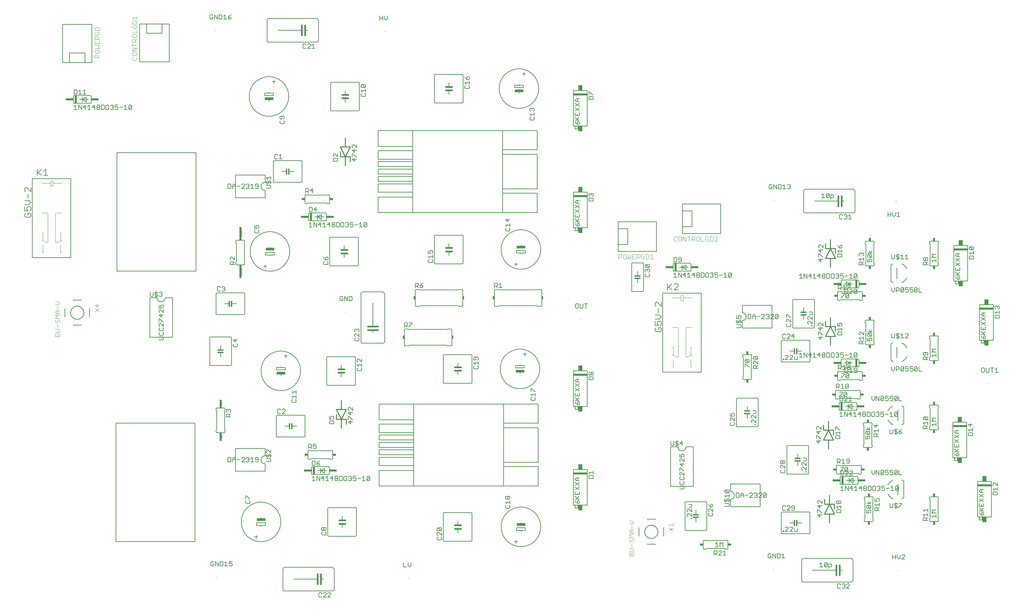
<source format=gto>
G75*
%MOIN*%
%OFA0B0*%
%FSLAX25Y25*%
%IPPOS*%
%LPD*%
%AMOC8*
5,1,8,0,0,1.08239X$1,22.5*
%
%ADD10C,0.00800*%
%ADD11C,0.00400*%
%ADD12C,0.00500*%
%ADD13C,0.00000*%
%ADD14C,0.01200*%
%ADD15C,0.00600*%
%ADD16C,0.00700*%
%ADD17R,0.02000X0.08000*%
%ADD18R,0.07500X0.02000*%
%ADD19C,0.01000*%
%ADD20R,0.14000X0.02000*%
%ADD21R,0.04200X0.05400*%
%ADD22R,0.09000X0.02500*%
%ADD23C,0.01600*%
%ADD24R,0.01600X0.03200*%
%ADD25C,0.02400*%
%ADD26R,0.02400X0.03400*%
%ADD27R,0.03400X0.02400*%
D10*
X0061669Y0282202D02*
X0070331Y0282202D01*
X0078598Y0290469D02*
X0078598Y0299131D01*
X0070331Y0307398D02*
X0061669Y0307398D01*
X0053402Y0299131D02*
X0053402Y0290469D01*
X0059307Y0294800D02*
X0059309Y0294964D01*
X0059315Y0295128D01*
X0059325Y0295292D01*
X0059339Y0295456D01*
X0059357Y0295619D01*
X0059379Y0295782D01*
X0059406Y0295944D01*
X0059436Y0296106D01*
X0059470Y0296266D01*
X0059508Y0296426D01*
X0059549Y0296585D01*
X0059595Y0296743D01*
X0059645Y0296899D01*
X0059698Y0297055D01*
X0059755Y0297209D01*
X0059816Y0297361D01*
X0059881Y0297512D01*
X0059950Y0297662D01*
X0060022Y0297809D01*
X0060097Y0297955D01*
X0060177Y0298099D01*
X0060259Y0298241D01*
X0060345Y0298381D01*
X0060435Y0298518D01*
X0060528Y0298654D01*
X0060624Y0298787D01*
X0060724Y0298918D01*
X0060826Y0299046D01*
X0060932Y0299172D01*
X0061041Y0299295D01*
X0061153Y0299415D01*
X0061267Y0299533D01*
X0061385Y0299647D01*
X0061505Y0299759D01*
X0061628Y0299868D01*
X0061754Y0299974D01*
X0061882Y0300076D01*
X0062013Y0300176D01*
X0062146Y0300272D01*
X0062282Y0300365D01*
X0062419Y0300455D01*
X0062559Y0300541D01*
X0062701Y0300623D01*
X0062845Y0300703D01*
X0062991Y0300778D01*
X0063138Y0300850D01*
X0063288Y0300919D01*
X0063439Y0300984D01*
X0063591Y0301045D01*
X0063745Y0301102D01*
X0063901Y0301155D01*
X0064057Y0301205D01*
X0064215Y0301251D01*
X0064374Y0301292D01*
X0064534Y0301330D01*
X0064694Y0301364D01*
X0064856Y0301394D01*
X0065018Y0301421D01*
X0065181Y0301443D01*
X0065344Y0301461D01*
X0065508Y0301475D01*
X0065672Y0301485D01*
X0065836Y0301491D01*
X0066000Y0301493D01*
X0066164Y0301491D01*
X0066328Y0301485D01*
X0066492Y0301475D01*
X0066656Y0301461D01*
X0066819Y0301443D01*
X0066982Y0301421D01*
X0067144Y0301394D01*
X0067306Y0301364D01*
X0067466Y0301330D01*
X0067626Y0301292D01*
X0067785Y0301251D01*
X0067943Y0301205D01*
X0068099Y0301155D01*
X0068255Y0301102D01*
X0068409Y0301045D01*
X0068561Y0300984D01*
X0068712Y0300919D01*
X0068862Y0300850D01*
X0069009Y0300778D01*
X0069155Y0300703D01*
X0069299Y0300623D01*
X0069441Y0300541D01*
X0069581Y0300455D01*
X0069718Y0300365D01*
X0069854Y0300272D01*
X0069987Y0300176D01*
X0070118Y0300076D01*
X0070246Y0299974D01*
X0070372Y0299868D01*
X0070495Y0299759D01*
X0070615Y0299647D01*
X0070733Y0299533D01*
X0070847Y0299415D01*
X0070959Y0299295D01*
X0071068Y0299172D01*
X0071174Y0299046D01*
X0071276Y0298918D01*
X0071376Y0298787D01*
X0071472Y0298654D01*
X0071565Y0298518D01*
X0071655Y0298381D01*
X0071741Y0298241D01*
X0071823Y0298099D01*
X0071903Y0297955D01*
X0071978Y0297809D01*
X0072050Y0297662D01*
X0072119Y0297512D01*
X0072184Y0297361D01*
X0072245Y0297209D01*
X0072302Y0297055D01*
X0072355Y0296899D01*
X0072405Y0296743D01*
X0072451Y0296585D01*
X0072492Y0296426D01*
X0072530Y0296266D01*
X0072564Y0296106D01*
X0072594Y0295944D01*
X0072621Y0295782D01*
X0072643Y0295619D01*
X0072661Y0295456D01*
X0072675Y0295292D01*
X0072685Y0295128D01*
X0072691Y0294964D01*
X0072693Y0294800D01*
X0072691Y0294636D01*
X0072685Y0294472D01*
X0072675Y0294308D01*
X0072661Y0294144D01*
X0072643Y0293981D01*
X0072621Y0293818D01*
X0072594Y0293656D01*
X0072564Y0293494D01*
X0072530Y0293334D01*
X0072492Y0293174D01*
X0072451Y0293015D01*
X0072405Y0292857D01*
X0072355Y0292701D01*
X0072302Y0292545D01*
X0072245Y0292391D01*
X0072184Y0292239D01*
X0072119Y0292088D01*
X0072050Y0291938D01*
X0071978Y0291791D01*
X0071903Y0291645D01*
X0071823Y0291501D01*
X0071741Y0291359D01*
X0071655Y0291219D01*
X0071565Y0291082D01*
X0071472Y0290946D01*
X0071376Y0290813D01*
X0071276Y0290682D01*
X0071174Y0290554D01*
X0071068Y0290428D01*
X0070959Y0290305D01*
X0070847Y0290185D01*
X0070733Y0290067D01*
X0070615Y0289953D01*
X0070495Y0289841D01*
X0070372Y0289732D01*
X0070246Y0289626D01*
X0070118Y0289524D01*
X0069987Y0289424D01*
X0069854Y0289328D01*
X0069718Y0289235D01*
X0069581Y0289145D01*
X0069441Y0289059D01*
X0069299Y0288977D01*
X0069155Y0288897D01*
X0069009Y0288822D01*
X0068862Y0288750D01*
X0068712Y0288681D01*
X0068561Y0288616D01*
X0068409Y0288555D01*
X0068255Y0288498D01*
X0068099Y0288445D01*
X0067943Y0288395D01*
X0067785Y0288349D01*
X0067626Y0288308D01*
X0067466Y0288270D01*
X0067306Y0288236D01*
X0067144Y0288206D01*
X0066982Y0288179D01*
X0066819Y0288157D01*
X0066656Y0288139D01*
X0066492Y0288125D01*
X0066328Y0288115D01*
X0066164Y0288109D01*
X0066000Y0288107D01*
X0065836Y0288109D01*
X0065672Y0288115D01*
X0065508Y0288125D01*
X0065344Y0288139D01*
X0065181Y0288157D01*
X0065018Y0288179D01*
X0064856Y0288206D01*
X0064694Y0288236D01*
X0064534Y0288270D01*
X0064374Y0288308D01*
X0064215Y0288349D01*
X0064057Y0288395D01*
X0063901Y0288445D01*
X0063745Y0288498D01*
X0063591Y0288555D01*
X0063439Y0288616D01*
X0063288Y0288681D01*
X0063138Y0288750D01*
X0062991Y0288822D01*
X0062845Y0288897D01*
X0062701Y0288977D01*
X0062559Y0289059D01*
X0062419Y0289145D01*
X0062282Y0289235D01*
X0062146Y0289328D01*
X0062013Y0289424D01*
X0061882Y0289524D01*
X0061754Y0289626D01*
X0061628Y0289732D01*
X0061505Y0289841D01*
X0061385Y0289953D01*
X0061267Y0290067D01*
X0061153Y0290185D01*
X0061041Y0290305D01*
X0060932Y0290428D01*
X0060826Y0290554D01*
X0060724Y0290682D01*
X0060624Y0290813D01*
X0060528Y0290946D01*
X0060435Y0291082D01*
X0060345Y0291219D01*
X0060259Y0291359D01*
X0060177Y0291501D01*
X0060097Y0291645D01*
X0060022Y0291791D01*
X0059950Y0291938D01*
X0059881Y0292088D01*
X0059816Y0292239D01*
X0059755Y0292391D01*
X0059698Y0292545D01*
X0059645Y0292701D01*
X0059595Y0292857D01*
X0059549Y0293015D01*
X0059508Y0293174D01*
X0059470Y0293334D01*
X0059436Y0293494D01*
X0059406Y0293656D01*
X0059379Y0293818D01*
X0059357Y0293981D01*
X0059339Y0294144D01*
X0059325Y0294308D01*
X0059315Y0294472D01*
X0059309Y0294636D01*
X0059307Y0294800D01*
X0058087Y0548312D02*
X0058087Y0557859D01*
X0073815Y0557859D01*
X0073815Y0548312D01*
X0080902Y0548312D01*
X0080902Y0586796D01*
X0051000Y0586796D01*
X0051000Y0548312D01*
X0058087Y0548312D01*
X0073815Y0548312D01*
X0129098Y0548804D02*
X0159000Y0548804D01*
X0159000Y0587288D01*
X0151913Y0587288D01*
X0151913Y0577741D01*
X0136185Y0577741D01*
X0136185Y0587288D01*
X0129098Y0587288D01*
X0129098Y0548804D01*
X0136185Y0587288D02*
X0151913Y0587288D01*
X0613512Y0386800D02*
X0613512Y0379713D01*
X0623059Y0379713D01*
X0623059Y0363985D01*
X0613512Y0363985D01*
X0613512Y0356898D01*
X0651996Y0356898D01*
X0651996Y0386800D01*
X0613512Y0386800D01*
X0613512Y0379713D02*
X0613512Y0363985D01*
X0678512Y0374898D02*
X0716996Y0374898D01*
X0716996Y0404800D01*
X0678512Y0404800D01*
X0678512Y0397713D01*
X0688059Y0397713D01*
X0688059Y0381985D01*
X0678512Y0381985D01*
X0678512Y0374898D01*
X0678512Y0381985D02*
X0678512Y0397713D01*
X0651331Y0085398D02*
X0642669Y0085398D01*
X0634402Y0077131D02*
X0634402Y0068469D01*
X0640307Y0072800D02*
X0640309Y0072964D01*
X0640315Y0073128D01*
X0640325Y0073292D01*
X0640339Y0073456D01*
X0640357Y0073619D01*
X0640379Y0073782D01*
X0640406Y0073944D01*
X0640436Y0074106D01*
X0640470Y0074266D01*
X0640508Y0074426D01*
X0640549Y0074585D01*
X0640595Y0074743D01*
X0640645Y0074899D01*
X0640698Y0075055D01*
X0640755Y0075209D01*
X0640816Y0075361D01*
X0640881Y0075512D01*
X0640950Y0075662D01*
X0641022Y0075809D01*
X0641097Y0075955D01*
X0641177Y0076099D01*
X0641259Y0076241D01*
X0641345Y0076381D01*
X0641435Y0076518D01*
X0641528Y0076654D01*
X0641624Y0076787D01*
X0641724Y0076918D01*
X0641826Y0077046D01*
X0641932Y0077172D01*
X0642041Y0077295D01*
X0642153Y0077415D01*
X0642267Y0077533D01*
X0642385Y0077647D01*
X0642505Y0077759D01*
X0642628Y0077868D01*
X0642754Y0077974D01*
X0642882Y0078076D01*
X0643013Y0078176D01*
X0643146Y0078272D01*
X0643282Y0078365D01*
X0643419Y0078455D01*
X0643559Y0078541D01*
X0643701Y0078623D01*
X0643845Y0078703D01*
X0643991Y0078778D01*
X0644138Y0078850D01*
X0644288Y0078919D01*
X0644439Y0078984D01*
X0644591Y0079045D01*
X0644745Y0079102D01*
X0644901Y0079155D01*
X0645057Y0079205D01*
X0645215Y0079251D01*
X0645374Y0079292D01*
X0645534Y0079330D01*
X0645694Y0079364D01*
X0645856Y0079394D01*
X0646018Y0079421D01*
X0646181Y0079443D01*
X0646344Y0079461D01*
X0646508Y0079475D01*
X0646672Y0079485D01*
X0646836Y0079491D01*
X0647000Y0079493D01*
X0647164Y0079491D01*
X0647328Y0079485D01*
X0647492Y0079475D01*
X0647656Y0079461D01*
X0647819Y0079443D01*
X0647982Y0079421D01*
X0648144Y0079394D01*
X0648306Y0079364D01*
X0648466Y0079330D01*
X0648626Y0079292D01*
X0648785Y0079251D01*
X0648943Y0079205D01*
X0649099Y0079155D01*
X0649255Y0079102D01*
X0649409Y0079045D01*
X0649561Y0078984D01*
X0649712Y0078919D01*
X0649862Y0078850D01*
X0650009Y0078778D01*
X0650155Y0078703D01*
X0650299Y0078623D01*
X0650441Y0078541D01*
X0650581Y0078455D01*
X0650718Y0078365D01*
X0650854Y0078272D01*
X0650987Y0078176D01*
X0651118Y0078076D01*
X0651246Y0077974D01*
X0651372Y0077868D01*
X0651495Y0077759D01*
X0651615Y0077647D01*
X0651733Y0077533D01*
X0651847Y0077415D01*
X0651959Y0077295D01*
X0652068Y0077172D01*
X0652174Y0077046D01*
X0652276Y0076918D01*
X0652376Y0076787D01*
X0652472Y0076654D01*
X0652565Y0076518D01*
X0652655Y0076381D01*
X0652741Y0076241D01*
X0652823Y0076099D01*
X0652903Y0075955D01*
X0652978Y0075809D01*
X0653050Y0075662D01*
X0653119Y0075512D01*
X0653184Y0075361D01*
X0653245Y0075209D01*
X0653302Y0075055D01*
X0653355Y0074899D01*
X0653405Y0074743D01*
X0653451Y0074585D01*
X0653492Y0074426D01*
X0653530Y0074266D01*
X0653564Y0074106D01*
X0653594Y0073944D01*
X0653621Y0073782D01*
X0653643Y0073619D01*
X0653661Y0073456D01*
X0653675Y0073292D01*
X0653685Y0073128D01*
X0653691Y0072964D01*
X0653693Y0072800D01*
X0653691Y0072636D01*
X0653685Y0072472D01*
X0653675Y0072308D01*
X0653661Y0072144D01*
X0653643Y0071981D01*
X0653621Y0071818D01*
X0653594Y0071656D01*
X0653564Y0071494D01*
X0653530Y0071334D01*
X0653492Y0071174D01*
X0653451Y0071015D01*
X0653405Y0070857D01*
X0653355Y0070701D01*
X0653302Y0070545D01*
X0653245Y0070391D01*
X0653184Y0070239D01*
X0653119Y0070088D01*
X0653050Y0069938D01*
X0652978Y0069791D01*
X0652903Y0069645D01*
X0652823Y0069501D01*
X0652741Y0069359D01*
X0652655Y0069219D01*
X0652565Y0069082D01*
X0652472Y0068946D01*
X0652376Y0068813D01*
X0652276Y0068682D01*
X0652174Y0068554D01*
X0652068Y0068428D01*
X0651959Y0068305D01*
X0651847Y0068185D01*
X0651733Y0068067D01*
X0651615Y0067953D01*
X0651495Y0067841D01*
X0651372Y0067732D01*
X0651246Y0067626D01*
X0651118Y0067524D01*
X0650987Y0067424D01*
X0650854Y0067328D01*
X0650718Y0067235D01*
X0650581Y0067145D01*
X0650441Y0067059D01*
X0650299Y0066977D01*
X0650155Y0066897D01*
X0650009Y0066822D01*
X0649862Y0066750D01*
X0649712Y0066681D01*
X0649561Y0066616D01*
X0649409Y0066555D01*
X0649255Y0066498D01*
X0649099Y0066445D01*
X0648943Y0066395D01*
X0648785Y0066349D01*
X0648626Y0066308D01*
X0648466Y0066270D01*
X0648306Y0066236D01*
X0648144Y0066206D01*
X0647982Y0066179D01*
X0647819Y0066157D01*
X0647656Y0066139D01*
X0647492Y0066125D01*
X0647328Y0066115D01*
X0647164Y0066109D01*
X0647000Y0066107D01*
X0646836Y0066109D01*
X0646672Y0066115D01*
X0646508Y0066125D01*
X0646344Y0066139D01*
X0646181Y0066157D01*
X0646018Y0066179D01*
X0645856Y0066206D01*
X0645694Y0066236D01*
X0645534Y0066270D01*
X0645374Y0066308D01*
X0645215Y0066349D01*
X0645057Y0066395D01*
X0644901Y0066445D01*
X0644745Y0066498D01*
X0644591Y0066555D01*
X0644439Y0066616D01*
X0644288Y0066681D01*
X0644138Y0066750D01*
X0643991Y0066822D01*
X0643845Y0066897D01*
X0643701Y0066977D01*
X0643559Y0067059D01*
X0643419Y0067145D01*
X0643282Y0067235D01*
X0643146Y0067328D01*
X0643013Y0067424D01*
X0642882Y0067524D01*
X0642754Y0067626D01*
X0642628Y0067732D01*
X0642505Y0067841D01*
X0642385Y0067953D01*
X0642267Y0068067D01*
X0642153Y0068185D01*
X0642041Y0068305D01*
X0641932Y0068428D01*
X0641826Y0068554D01*
X0641724Y0068682D01*
X0641624Y0068813D01*
X0641528Y0068946D01*
X0641435Y0069082D01*
X0641345Y0069219D01*
X0641259Y0069359D01*
X0641177Y0069501D01*
X0641097Y0069645D01*
X0641022Y0069791D01*
X0640950Y0069938D01*
X0640881Y0070088D01*
X0640816Y0070239D01*
X0640755Y0070391D01*
X0640698Y0070545D01*
X0640645Y0070701D01*
X0640595Y0070857D01*
X0640549Y0071015D01*
X0640508Y0071174D01*
X0640470Y0071334D01*
X0640436Y0071494D01*
X0640406Y0071656D01*
X0640379Y0071818D01*
X0640357Y0071981D01*
X0640339Y0072144D01*
X0640325Y0072308D01*
X0640315Y0072472D01*
X0640309Y0072636D01*
X0640307Y0072800D01*
X0659598Y0077131D02*
X0659598Y0068469D01*
X0651331Y0060202D02*
X0642669Y0060202D01*
D11*
X0629300Y0063248D02*
X0628533Y0062480D01*
X0629300Y0063248D02*
X0629300Y0064782D01*
X0628533Y0065550D01*
X0627765Y0065550D01*
X0626998Y0064782D01*
X0626998Y0063248D01*
X0626231Y0062480D01*
X0625463Y0062480D01*
X0624696Y0063248D01*
X0624696Y0064782D01*
X0625463Y0065550D01*
X0624696Y0067084D02*
X0626231Y0068619D01*
X0624696Y0070154D01*
X0629300Y0070154D01*
X0629300Y0071688D02*
X0626231Y0071688D01*
X0624696Y0073223D01*
X0626231Y0074757D01*
X0629300Y0074757D01*
X0626998Y0074757D02*
X0626998Y0071688D01*
X0626998Y0076292D02*
X0626998Y0079361D01*
X0627765Y0080896D02*
X0629300Y0082431D01*
X0627765Y0083965D01*
X0624696Y0083965D01*
X0624696Y0080896D02*
X0627765Y0080896D01*
X0629300Y0067084D02*
X0624696Y0067084D01*
X0626998Y0060946D02*
X0626998Y0057876D01*
X0628533Y0056342D02*
X0624696Y0056342D01*
X0624696Y0053272D02*
X0628533Y0053272D01*
X0629300Y0054040D01*
X0629300Y0055574D01*
X0628533Y0056342D01*
X0628533Y0051738D02*
X0629300Y0050970D01*
X0629300Y0048669D01*
X0624696Y0048669D01*
X0624696Y0050970D01*
X0625463Y0051738D01*
X0626231Y0051738D01*
X0626998Y0050970D01*
X0626998Y0048669D01*
X0626998Y0050970D02*
X0627765Y0051738D01*
X0628533Y0051738D01*
X0664696Y0073792D02*
X0669300Y0076861D01*
X0669300Y0078396D02*
X0669300Y0081465D01*
X0669300Y0079931D02*
X0664696Y0079931D01*
X0666231Y0078396D01*
X0664696Y0076861D02*
X0669300Y0073792D01*
X0669250Y0239800D02*
X0668000Y0239800D01*
X0669250Y0239800D02*
X0669250Y0247300D01*
X0673000Y0249800D02*
X0668000Y0252300D01*
X0669250Y0252300D02*
X0669250Y0259800D01*
X0668000Y0259800D01*
X0673000Y0249800D02*
X0674250Y0249800D01*
X0674250Y0279800D01*
X0668000Y0279800D01*
X0681750Y0279800D02*
X0681750Y0249800D01*
X0683000Y0249800D01*
X0688000Y0252300D01*
X0686750Y0252300D02*
X0686750Y0259800D01*
X0688000Y0259800D01*
X0686750Y0247300D02*
X0686750Y0239800D01*
X0688000Y0239800D01*
X0688000Y0279800D02*
X0681750Y0279800D01*
X0679250Y0307300D02*
X0679250Y0309800D01*
X0679250Y0312300D01*
X0676750Y0312300D01*
X0676750Y0309800D01*
X0668000Y0309800D01*
X0676750Y0309800D02*
X0676750Y0307300D01*
X0679250Y0307300D01*
X0679250Y0309800D02*
X0688000Y0309800D01*
X0649165Y0349362D02*
X0646096Y0349362D01*
X0647631Y0349362D02*
X0647631Y0353966D01*
X0646096Y0352431D01*
X0644561Y0353199D02*
X0643794Y0353966D01*
X0641492Y0353966D01*
X0641492Y0349362D01*
X0643794Y0349362D01*
X0644561Y0350130D01*
X0644561Y0353199D01*
X0639957Y0353199D02*
X0639190Y0353966D01*
X0637655Y0353966D01*
X0636888Y0353199D01*
X0636888Y0350130D01*
X0637655Y0349362D01*
X0639190Y0349362D01*
X0639957Y0350130D01*
X0639957Y0351664D01*
X0638423Y0351664D01*
X0635354Y0351664D02*
X0634586Y0350897D01*
X0632284Y0350897D01*
X0632284Y0349362D02*
X0632284Y0353966D01*
X0634586Y0353966D01*
X0635354Y0353199D01*
X0635354Y0351664D01*
X0633819Y0350897D02*
X0635354Y0349362D01*
X0630750Y0349362D02*
X0627680Y0349362D01*
X0627680Y0353966D01*
X0630750Y0353966D01*
X0629215Y0351664D02*
X0627680Y0351664D01*
X0626146Y0349362D02*
X0626146Y0353966D01*
X0623076Y0353966D02*
X0623076Y0349362D01*
X0624611Y0350897D01*
X0626146Y0349362D01*
X0621542Y0350130D02*
X0621542Y0353199D01*
X0620774Y0353966D01*
X0619240Y0353966D01*
X0618472Y0353199D01*
X0618472Y0350130D01*
X0619240Y0349362D01*
X0620774Y0349362D01*
X0621542Y0350130D01*
X0616938Y0351664D02*
X0616170Y0350897D01*
X0613869Y0350897D01*
X0613869Y0349362D02*
X0613869Y0353966D01*
X0616170Y0353966D01*
X0616938Y0353199D01*
X0616938Y0351664D01*
X0669661Y0368130D02*
X0670428Y0367362D01*
X0671963Y0367362D01*
X0672730Y0368130D01*
X0674265Y0368130D02*
X0674265Y0371199D01*
X0675032Y0371966D01*
X0676567Y0371966D01*
X0677334Y0371199D01*
X0677334Y0368130D01*
X0676567Y0367362D01*
X0675032Y0367362D01*
X0674265Y0368130D01*
X0672730Y0371199D02*
X0671963Y0371966D01*
X0670428Y0371966D01*
X0669661Y0371199D01*
X0669661Y0368130D01*
X0678869Y0367362D02*
X0678869Y0371966D01*
X0681938Y0367362D01*
X0681938Y0371966D01*
X0683472Y0371966D02*
X0686542Y0371966D01*
X0688076Y0371966D02*
X0690378Y0371966D01*
X0691146Y0371199D01*
X0691146Y0369664D01*
X0690378Y0368897D01*
X0688076Y0368897D01*
X0688076Y0367362D02*
X0688076Y0371966D01*
X0685007Y0371966D02*
X0685007Y0367362D01*
X0689611Y0368897D02*
X0691146Y0367362D01*
X0692680Y0368130D02*
X0693448Y0367362D01*
X0694982Y0367362D01*
X0695750Y0368130D01*
X0695750Y0371199D01*
X0694982Y0371966D01*
X0693448Y0371966D01*
X0692680Y0371199D01*
X0692680Y0368130D01*
X0697284Y0367362D02*
X0697284Y0371966D01*
X0697284Y0367362D02*
X0700353Y0367362D01*
X0701888Y0368130D02*
X0702655Y0367362D01*
X0704190Y0367362D01*
X0704957Y0368130D01*
X0704957Y0369664D01*
X0703423Y0369664D01*
X0704957Y0371199D02*
X0704190Y0371966D01*
X0702655Y0371966D01*
X0701888Y0371199D01*
X0701888Y0368130D01*
X0706492Y0367362D02*
X0706492Y0371966D01*
X0708794Y0371966D01*
X0709561Y0371199D01*
X0709561Y0368130D01*
X0708794Y0367362D01*
X0706492Y0367362D01*
X0711096Y0367362D02*
X0714165Y0370431D01*
X0714165Y0371199D01*
X0713398Y0371966D01*
X0711863Y0371966D01*
X0711096Y0371199D01*
X0711096Y0367362D02*
X0714165Y0367362D01*
X0126162Y0551267D02*
X0126162Y0552802D01*
X0125395Y0553569D01*
X0125395Y0555104D02*
X0126162Y0555871D01*
X0126162Y0557406D01*
X0125395Y0558173D01*
X0122326Y0558173D01*
X0121558Y0557406D01*
X0121558Y0555871D01*
X0122326Y0555104D01*
X0125395Y0555104D01*
X0122326Y0553569D02*
X0121558Y0552802D01*
X0121558Y0551267D01*
X0122326Y0550500D01*
X0125395Y0550500D01*
X0126162Y0551267D01*
X0126162Y0559708D02*
X0121558Y0559708D01*
X0126162Y0562777D01*
X0121558Y0562777D01*
X0121558Y0564312D02*
X0121558Y0567381D01*
X0121558Y0565846D02*
X0126162Y0565846D01*
X0126162Y0568916D02*
X0121558Y0568916D01*
X0121558Y0571218D01*
X0122326Y0571985D01*
X0123860Y0571985D01*
X0124628Y0571218D01*
X0124628Y0568916D01*
X0124628Y0570450D02*
X0126162Y0571985D01*
X0125395Y0573520D02*
X0126162Y0574287D01*
X0126162Y0575822D01*
X0125395Y0576589D01*
X0122326Y0576589D01*
X0121558Y0575822D01*
X0121558Y0574287D01*
X0122326Y0573520D01*
X0125395Y0573520D01*
X0126162Y0578124D02*
X0126162Y0581193D01*
X0125395Y0582727D02*
X0126162Y0583495D01*
X0126162Y0585029D01*
X0125395Y0585797D01*
X0123860Y0585797D01*
X0123860Y0584262D01*
X0122326Y0582727D02*
X0125395Y0582727D01*
X0122326Y0582727D02*
X0121558Y0583495D01*
X0121558Y0585029D01*
X0122326Y0585797D01*
X0121558Y0587331D02*
X0121558Y0589633D01*
X0122326Y0590401D01*
X0125395Y0590401D01*
X0126162Y0589633D01*
X0126162Y0587331D01*
X0121558Y0587331D01*
X0123093Y0591935D02*
X0121558Y0593470D01*
X0126162Y0593470D01*
X0126162Y0591935D02*
X0126162Y0595005D01*
X0126162Y0578124D02*
X0121558Y0578124D01*
X0088438Y0578594D02*
X0087670Y0579361D01*
X0086136Y0579361D01*
X0086136Y0577827D01*
X0084601Y0579361D02*
X0083834Y0578594D01*
X0083834Y0577059D01*
X0084601Y0576292D01*
X0087670Y0576292D01*
X0088438Y0577059D01*
X0088438Y0578594D01*
X0088438Y0580896D02*
X0088438Y0583198D01*
X0087670Y0583965D01*
X0084601Y0583965D01*
X0083834Y0583198D01*
X0083834Y0580896D01*
X0088438Y0580896D01*
X0088438Y0574757D02*
X0086903Y0573223D01*
X0086903Y0573990D02*
X0086903Y0571688D01*
X0088438Y0571688D02*
X0083834Y0571688D01*
X0083834Y0573990D01*
X0084601Y0574757D01*
X0086136Y0574757D01*
X0086903Y0573990D01*
X0088438Y0570154D02*
X0088438Y0567084D01*
X0083834Y0567084D01*
X0083834Y0570154D01*
X0086136Y0568619D02*
X0086136Y0567084D01*
X0088438Y0565550D02*
X0083834Y0565550D01*
X0083834Y0562480D02*
X0088438Y0562480D01*
X0086903Y0564015D01*
X0088438Y0565550D01*
X0087670Y0560946D02*
X0084601Y0560946D01*
X0083834Y0560178D01*
X0083834Y0558644D01*
X0084601Y0557876D01*
X0087670Y0557876D01*
X0088438Y0558644D01*
X0088438Y0560178D01*
X0087670Y0560946D01*
X0086136Y0556342D02*
X0086903Y0555574D01*
X0086903Y0553272D01*
X0088438Y0553272D02*
X0083834Y0553272D01*
X0083834Y0555574D01*
X0084601Y0556342D01*
X0086136Y0556342D01*
X0050000Y0425800D02*
X0041250Y0425800D01*
X0041250Y0423300D01*
X0038750Y0423300D01*
X0038750Y0425800D01*
X0030000Y0425800D01*
X0038750Y0425800D02*
X0038750Y0428300D01*
X0041250Y0428300D01*
X0041250Y0425800D01*
X0043750Y0395800D02*
X0043750Y0365800D01*
X0045000Y0365800D01*
X0050000Y0368300D01*
X0048750Y0368300D02*
X0048750Y0375800D01*
X0050000Y0375800D01*
X0031250Y0375800D02*
X0030000Y0375800D01*
X0031250Y0375800D02*
X0031250Y0368300D01*
X0030000Y0368300D02*
X0035000Y0365800D01*
X0036250Y0365800D01*
X0036250Y0395800D01*
X0030000Y0395800D01*
X0043750Y0395800D02*
X0050000Y0395800D01*
X0048750Y0363300D02*
X0048750Y0355800D01*
X0050000Y0355800D01*
X0031250Y0355800D02*
X0030000Y0355800D01*
X0031250Y0355800D02*
X0031250Y0363300D01*
X0043696Y0305965D02*
X0046765Y0305965D01*
X0048300Y0304431D01*
X0046765Y0302896D01*
X0043696Y0302896D01*
X0045998Y0301361D02*
X0045998Y0298292D01*
X0045998Y0296757D02*
X0045998Y0293688D01*
X0045231Y0293688D02*
X0043696Y0295223D01*
X0045231Y0296757D01*
X0048300Y0296757D01*
X0048300Y0293688D02*
X0045231Y0293688D01*
X0043696Y0292154D02*
X0048300Y0292154D01*
X0048300Y0289084D02*
X0043696Y0289084D01*
X0045231Y0290619D01*
X0043696Y0292154D01*
X0044463Y0287550D02*
X0043696Y0286782D01*
X0043696Y0285248D01*
X0044463Y0284480D01*
X0045231Y0284480D01*
X0045998Y0285248D01*
X0045998Y0286782D01*
X0046765Y0287550D01*
X0047533Y0287550D01*
X0048300Y0286782D01*
X0048300Y0285248D01*
X0047533Y0284480D01*
X0045998Y0282946D02*
X0045998Y0279876D01*
X0047533Y0278342D02*
X0043696Y0278342D01*
X0043696Y0275272D02*
X0047533Y0275272D01*
X0048300Y0276040D01*
X0048300Y0277574D01*
X0047533Y0278342D01*
X0047533Y0273738D02*
X0048300Y0272970D01*
X0048300Y0270669D01*
X0043696Y0270669D01*
X0043696Y0272970D01*
X0044463Y0273738D01*
X0045231Y0273738D01*
X0045998Y0272970D01*
X0045998Y0270669D01*
X0045998Y0272970D02*
X0046765Y0273738D01*
X0047533Y0273738D01*
X0083696Y0295792D02*
X0088300Y0298861D01*
X0085998Y0300396D02*
X0085998Y0303465D01*
X0083696Y0302698D02*
X0085998Y0300396D01*
X0083696Y0298861D02*
X0088300Y0295792D01*
X0088300Y0302698D02*
X0083696Y0302698D01*
D12*
X0105000Y0182800D02*
X0105000Y0062800D01*
X0185000Y0062800D01*
X0185000Y0182800D01*
X0105000Y0182800D01*
X0216746Y0189342D02*
X0216746Y0191594D01*
X0217497Y0192345D01*
X0218998Y0192345D01*
X0219749Y0191594D01*
X0219749Y0189342D01*
X0221250Y0189342D02*
X0216746Y0189342D01*
X0219749Y0190843D02*
X0221250Y0192345D01*
X0220499Y0193946D02*
X0221250Y0194697D01*
X0221250Y0196198D01*
X0220499Y0196949D01*
X0219749Y0196949D01*
X0218998Y0196198D01*
X0218998Y0195447D01*
X0218998Y0196198D02*
X0218247Y0196949D01*
X0217497Y0196949D01*
X0216746Y0196198D01*
X0216746Y0194697D01*
X0217497Y0193946D01*
X0268750Y0193301D02*
X0269501Y0192550D01*
X0271002Y0192550D01*
X0271753Y0193301D01*
X0273354Y0192550D02*
X0276356Y0195553D01*
X0276356Y0196303D01*
X0275606Y0197054D01*
X0274105Y0197054D01*
X0273354Y0196303D01*
X0271753Y0196303D02*
X0271002Y0197054D01*
X0269501Y0197054D01*
X0268750Y0196303D01*
X0268750Y0193301D01*
X0273354Y0192550D02*
X0276356Y0192550D01*
X0283797Y0203738D02*
X0286799Y0203738D01*
X0287550Y0204489D01*
X0287550Y0205990D01*
X0286799Y0206741D01*
X0287550Y0208342D02*
X0287550Y0211345D01*
X0287550Y0209843D02*
X0283046Y0209843D01*
X0284547Y0208342D01*
X0283797Y0206741D02*
X0283046Y0205990D01*
X0283046Y0204489D01*
X0283797Y0203738D01*
X0284547Y0212946D02*
X0283046Y0214447D01*
X0287550Y0214447D01*
X0287550Y0212946D02*
X0287550Y0215949D01*
X0321046Y0189856D02*
X0321046Y0186854D01*
X0323298Y0186854D01*
X0322547Y0188355D01*
X0322547Y0189106D01*
X0323298Y0189856D01*
X0324799Y0189856D01*
X0325550Y0189106D01*
X0325550Y0187605D01*
X0324799Y0186854D01*
X0324799Y0185253D02*
X0321797Y0185253D01*
X0321046Y0184502D01*
X0321046Y0182250D01*
X0325550Y0182250D01*
X0325550Y0184502D01*
X0324799Y0185253D01*
X0340246Y0184302D02*
X0342498Y0182050D01*
X0342498Y0185053D01*
X0343999Y0186654D02*
X0344750Y0186654D01*
X0343999Y0186654D02*
X0340997Y0189656D01*
X0340246Y0189656D01*
X0340246Y0186654D01*
X0340246Y0184302D02*
X0344750Y0184302D01*
X0342498Y0191258D02*
X0342498Y0194260D01*
X0340997Y0195862D02*
X0340246Y0196612D01*
X0340246Y0198114D01*
X0340997Y0198864D01*
X0341747Y0198864D01*
X0344750Y0195862D01*
X0344750Y0198864D01*
X0344750Y0193510D02*
X0340246Y0193510D01*
X0342498Y0191258D01*
X0371500Y0186300D02*
X0371500Y0202300D01*
X0406500Y0202300D01*
X0406500Y0186300D01*
X0371500Y0186300D01*
X0371500Y0181800D02*
X0371500Y0173300D01*
X0406500Y0173300D01*
X0406500Y0181800D01*
X0371500Y0181800D01*
X0371500Y0170800D02*
X0371500Y0165800D01*
X0406500Y0165800D01*
X0406500Y0170800D01*
X0371500Y0170800D01*
X0371500Y0163300D02*
X0371500Y0158300D01*
X0406500Y0158300D01*
X0406500Y0163300D01*
X0371500Y0163300D01*
X0371500Y0155800D02*
X0371500Y0150800D01*
X0406000Y0150800D01*
X0406500Y0148300D02*
X0371500Y0148300D01*
X0371500Y0139800D01*
X0406500Y0139800D01*
X0406500Y0148300D01*
X0406500Y0155800D01*
X0371500Y0155800D01*
X0371500Y0134800D02*
X0371500Y0119300D01*
X0406500Y0119300D01*
X0406500Y0134800D01*
X0371500Y0134800D01*
X0362000Y0128303D02*
X0358997Y0125301D01*
X0359748Y0124550D01*
X0361249Y0124550D01*
X0362000Y0125301D01*
X0362000Y0128303D01*
X0361249Y0129054D01*
X0359748Y0129054D01*
X0358997Y0128303D01*
X0358997Y0125301D01*
X0357396Y0124550D02*
X0354393Y0124550D01*
X0355894Y0124550D02*
X0355894Y0129054D01*
X0354393Y0127553D01*
X0352792Y0126802D02*
X0349789Y0126802D01*
X0348188Y0126802D02*
X0348188Y0125301D01*
X0347437Y0124550D01*
X0345936Y0124550D01*
X0345185Y0125301D01*
X0345185Y0126802D02*
X0346687Y0127553D01*
X0347437Y0127553D01*
X0348188Y0126802D01*
X0348188Y0129054D02*
X0345185Y0129054D01*
X0345185Y0126802D01*
X0343584Y0127553D02*
X0342833Y0126802D01*
X0343584Y0126051D01*
X0343584Y0125301D01*
X0342833Y0124550D01*
X0341332Y0124550D01*
X0340581Y0125301D01*
X0338980Y0125301D02*
X0338980Y0128303D01*
X0338229Y0129054D01*
X0336728Y0129054D01*
X0335977Y0128303D01*
X0335977Y0125301D01*
X0336728Y0124550D01*
X0338229Y0124550D01*
X0338980Y0125301D01*
X0340581Y0128303D02*
X0341332Y0129054D01*
X0342833Y0129054D01*
X0343584Y0128303D01*
X0343584Y0127553D01*
X0342833Y0126802D02*
X0342083Y0126802D01*
X0334376Y0128303D02*
X0333625Y0129054D01*
X0331374Y0129054D01*
X0331374Y0124550D01*
X0333625Y0124550D01*
X0334376Y0125301D01*
X0334376Y0128303D01*
X0329772Y0128303D02*
X0329772Y0127553D01*
X0329022Y0126802D01*
X0327520Y0126802D01*
X0326770Y0127553D01*
X0326770Y0128303D01*
X0327520Y0129054D01*
X0329022Y0129054D01*
X0329772Y0128303D01*
X0329022Y0126802D02*
X0329772Y0126051D01*
X0329772Y0125301D01*
X0329022Y0124550D01*
X0327520Y0124550D01*
X0326770Y0125301D01*
X0326770Y0126051D01*
X0327520Y0126802D01*
X0325168Y0126802D02*
X0322166Y0126802D01*
X0324418Y0129054D01*
X0324418Y0124550D01*
X0320564Y0124550D02*
X0317562Y0124550D01*
X0319063Y0124550D02*
X0319063Y0129054D01*
X0317562Y0127553D01*
X0315960Y0126802D02*
X0312958Y0126802D01*
X0315210Y0129054D01*
X0315210Y0124550D01*
X0311356Y0124550D02*
X0311356Y0129054D01*
X0308354Y0129054D02*
X0311356Y0124550D01*
X0308354Y0124550D02*
X0308354Y0129054D01*
X0305251Y0129054D02*
X0305251Y0124550D01*
X0303750Y0124550D02*
X0306753Y0124550D01*
X0303750Y0127553D02*
X0305251Y0129054D01*
X0306002Y0140050D02*
X0306753Y0140801D01*
X0306753Y0143803D01*
X0306002Y0144554D01*
X0303750Y0144554D01*
X0303750Y0140050D01*
X0306002Y0140050D01*
X0308354Y0140801D02*
X0309105Y0140050D01*
X0310606Y0140050D01*
X0311356Y0140801D01*
X0311356Y0141551D01*
X0310606Y0142302D01*
X0308354Y0142302D01*
X0308354Y0140801D01*
X0308354Y0142302D02*
X0309855Y0143803D01*
X0311356Y0144554D01*
X0307106Y0157050D02*
X0305605Y0157050D01*
X0304854Y0157801D01*
X0304854Y0159302D02*
X0306355Y0160053D01*
X0307106Y0160053D01*
X0307856Y0159302D01*
X0307856Y0157801D01*
X0307106Y0157050D01*
X0304854Y0159302D02*
X0304854Y0161554D01*
X0307856Y0161554D01*
X0303253Y0160803D02*
X0303253Y0159302D01*
X0302502Y0158551D01*
X0300250Y0158551D01*
X0300250Y0157050D02*
X0300250Y0161554D01*
X0302502Y0161554D01*
X0303253Y0160803D01*
X0301751Y0158551D02*
X0303253Y0157050D01*
X0262501Y0149843D02*
X0256496Y0149843D01*
X0257246Y0149093D02*
X0257246Y0150594D01*
X0257997Y0151345D01*
X0257997Y0152946D02*
X0257246Y0153697D01*
X0257246Y0155198D01*
X0257997Y0155949D01*
X0258747Y0155949D01*
X0261750Y0152946D01*
X0261750Y0155949D01*
X0260999Y0151345D02*
X0261750Y0150594D01*
X0261750Y0149093D01*
X0260999Y0148342D01*
X0260999Y0146741D02*
X0257246Y0146741D01*
X0257997Y0148342D02*
X0257246Y0149093D01*
X0257997Y0148342D02*
X0258747Y0148342D01*
X0259498Y0149093D01*
X0259498Y0150594D01*
X0260249Y0151345D01*
X0260999Y0151345D01*
X0260999Y0146741D02*
X0261750Y0145990D01*
X0261750Y0144489D01*
X0260999Y0143738D01*
X0257246Y0143738D01*
X0249149Y0144301D02*
X0249149Y0147303D01*
X0248398Y0148054D01*
X0246897Y0148054D01*
X0246146Y0147303D01*
X0246146Y0146553D01*
X0246897Y0145802D01*
X0249149Y0145802D01*
X0249149Y0144301D02*
X0248398Y0143550D01*
X0246897Y0143550D01*
X0246146Y0144301D01*
X0244545Y0143550D02*
X0241542Y0143550D01*
X0243043Y0143550D02*
X0243043Y0148054D01*
X0241542Y0146553D01*
X0239941Y0146553D02*
X0239190Y0145802D01*
X0239941Y0145051D01*
X0239941Y0144301D01*
X0239190Y0143550D01*
X0237689Y0143550D01*
X0236938Y0144301D01*
X0235337Y0143550D02*
X0232334Y0143550D01*
X0235337Y0146553D01*
X0235337Y0147303D01*
X0234586Y0148054D01*
X0233085Y0148054D01*
X0232334Y0147303D01*
X0230733Y0145802D02*
X0227730Y0145802D01*
X0226129Y0145802D02*
X0223126Y0145802D01*
X0223126Y0146553D02*
X0224628Y0148054D01*
X0226129Y0146553D01*
X0226129Y0143550D01*
X0223126Y0143550D02*
X0223126Y0146553D01*
X0221525Y0147303D02*
X0220774Y0148054D01*
X0218522Y0148054D01*
X0218522Y0143550D01*
X0220774Y0143550D01*
X0221525Y0144301D01*
X0221525Y0147303D01*
X0236938Y0147303D02*
X0237689Y0148054D01*
X0239190Y0148054D01*
X0239941Y0147303D01*
X0239941Y0146553D01*
X0239190Y0145802D02*
X0238439Y0145802D01*
X0237197Y0109156D02*
X0240199Y0106154D01*
X0240950Y0106154D01*
X0240199Y0104553D02*
X0240950Y0103802D01*
X0240950Y0102301D01*
X0240199Y0101550D01*
X0237197Y0101550D01*
X0236446Y0102301D01*
X0236446Y0103802D01*
X0237197Y0104553D01*
X0236446Y0106154D02*
X0236446Y0109156D01*
X0237197Y0109156D01*
X0313246Y0076406D02*
X0313997Y0077156D01*
X0314747Y0077156D01*
X0315498Y0076406D01*
X0315498Y0074905D01*
X0314747Y0074154D01*
X0313997Y0074154D01*
X0313246Y0074905D01*
X0313246Y0076406D01*
X0315498Y0076406D02*
X0316249Y0077156D01*
X0316999Y0077156D01*
X0317750Y0076406D01*
X0317750Y0074905D01*
X0316999Y0074154D01*
X0316249Y0074154D01*
X0315498Y0074905D01*
X0313997Y0072553D02*
X0313246Y0071802D01*
X0313246Y0070301D01*
X0313997Y0069550D01*
X0316999Y0069550D01*
X0317750Y0070301D01*
X0317750Y0071802D01*
X0316999Y0072553D01*
X0396250Y0041554D02*
X0396250Y0037050D01*
X0399253Y0037050D01*
X0400854Y0038551D02*
X0402355Y0037050D01*
X0403856Y0038551D01*
X0403856Y0041554D01*
X0400854Y0041554D02*
X0400854Y0038551D01*
X0430246Y0065301D02*
X0430997Y0064550D01*
X0433999Y0064550D01*
X0434750Y0065301D01*
X0434750Y0066802D01*
X0433999Y0067553D01*
X0434750Y0069154D02*
X0431747Y0072156D01*
X0430997Y0072156D01*
X0430246Y0071406D01*
X0430246Y0069905D01*
X0430997Y0069154D01*
X0430997Y0067553D02*
X0430246Y0066802D01*
X0430246Y0065301D01*
X0434750Y0069154D02*
X0434750Y0072156D01*
X0433999Y0073758D02*
X0430997Y0076760D01*
X0433999Y0076760D01*
X0434750Y0076010D01*
X0434750Y0074508D01*
X0433999Y0073758D01*
X0430997Y0073758D01*
X0430246Y0074508D01*
X0430246Y0076010D01*
X0430997Y0076760D01*
X0406500Y0119300D02*
X0497500Y0119300D01*
X0532500Y0119300D01*
X0532500Y0138800D01*
X0497500Y0138800D01*
X0497500Y0119300D01*
X0500197Y0108760D02*
X0500947Y0108760D01*
X0501698Y0108010D01*
X0501698Y0106508D01*
X0500947Y0105758D01*
X0500197Y0105758D01*
X0499446Y0106508D01*
X0499446Y0108010D01*
X0500197Y0108760D01*
X0501698Y0108010D02*
X0502449Y0108760D01*
X0503199Y0108760D01*
X0503950Y0108010D01*
X0503950Y0106508D01*
X0503199Y0105758D01*
X0502449Y0105758D01*
X0501698Y0106508D01*
X0503950Y0104156D02*
X0503950Y0101154D01*
X0503950Y0102655D02*
X0499446Y0102655D01*
X0500947Y0101154D01*
X0500197Y0099553D02*
X0499446Y0098802D01*
X0499446Y0097301D01*
X0500197Y0096550D01*
X0503199Y0096550D01*
X0503950Y0097301D01*
X0503950Y0098802D01*
X0503199Y0099553D01*
X0497500Y0138800D02*
X0497500Y0143300D01*
X0532500Y0143300D01*
X0532500Y0178300D01*
X0497500Y0178300D01*
X0497500Y0143300D01*
X0497500Y0178300D02*
X0497500Y0182800D01*
X0532500Y0182800D01*
X0532500Y0202300D01*
X0497500Y0202300D01*
X0497500Y0182800D01*
X0497500Y0202300D02*
X0406500Y0202300D01*
X0406500Y0186300D02*
X0406500Y0181800D01*
X0406500Y0173300D02*
X0406500Y0170800D01*
X0406500Y0165800D02*
X0406500Y0163300D01*
X0406500Y0158300D02*
X0406500Y0155800D01*
X0406500Y0139800D02*
X0406500Y0134800D01*
X0525046Y0206489D02*
X0525797Y0205738D01*
X0528799Y0205738D01*
X0529550Y0206489D01*
X0529550Y0207990D01*
X0528799Y0208741D01*
X0529550Y0210342D02*
X0529550Y0213345D01*
X0529550Y0211843D02*
X0525046Y0211843D01*
X0526547Y0210342D01*
X0525797Y0208741D02*
X0525046Y0207990D01*
X0525046Y0206489D01*
X0525046Y0214946D02*
X0525046Y0217949D01*
X0525797Y0217949D01*
X0528799Y0214946D01*
X0529550Y0214946D01*
X0569746Y0215238D02*
X0574250Y0218241D01*
X0574250Y0219842D02*
X0569746Y0222845D01*
X0571247Y0224446D02*
X0569746Y0225947D01*
X0571247Y0227449D01*
X0574250Y0227449D01*
X0571998Y0227449D02*
X0571998Y0224446D01*
X0571247Y0224446D02*
X0574250Y0224446D01*
X0574250Y0222845D02*
X0569746Y0219842D01*
X0569746Y0218241D02*
X0574250Y0215238D01*
X0574250Y0213637D02*
X0574250Y0210634D01*
X0569746Y0210634D01*
X0569746Y0213637D01*
X0571998Y0212136D02*
X0571998Y0210634D01*
X0569746Y0209033D02*
X0572749Y0206030D01*
X0571998Y0206781D02*
X0574250Y0209033D01*
X0574250Y0206030D02*
X0569746Y0206030D01*
X0569746Y0204429D02*
X0570497Y0202928D01*
X0571998Y0201426D01*
X0571998Y0203678D01*
X0572749Y0204429D01*
X0573499Y0204429D01*
X0574250Y0203678D01*
X0574250Y0202177D01*
X0573499Y0201426D01*
X0571998Y0201426D01*
X0571998Y0199825D02*
X0572749Y0199074D01*
X0572749Y0196822D01*
X0574250Y0196822D02*
X0569746Y0196822D01*
X0569746Y0199074D01*
X0570497Y0199825D01*
X0571998Y0199825D01*
X0583746Y0226842D02*
X0583746Y0229094D01*
X0584497Y0229845D01*
X0587499Y0229845D01*
X0588250Y0229094D01*
X0588250Y0226842D01*
X0583746Y0226842D01*
X0584497Y0231446D02*
X0585247Y0231446D01*
X0585998Y0232197D01*
X0585998Y0233698D01*
X0586749Y0234449D01*
X0587499Y0234449D01*
X0588250Y0233698D01*
X0588250Y0232197D01*
X0587499Y0231446D01*
X0586749Y0231446D01*
X0585998Y0232197D01*
X0585998Y0233698D02*
X0585247Y0234449D01*
X0584497Y0234449D01*
X0583746Y0233698D01*
X0583746Y0232197D01*
X0584497Y0231446D01*
X0580959Y0299350D02*
X0580959Y0303854D01*
X0579458Y0303854D02*
X0582460Y0303854D01*
X0577856Y0303854D02*
X0577856Y0300101D01*
X0577106Y0299350D01*
X0575605Y0299350D01*
X0574854Y0300101D01*
X0574854Y0303854D01*
X0573253Y0303103D02*
X0573253Y0300101D01*
X0572502Y0299350D01*
X0571001Y0299350D01*
X0570250Y0300101D01*
X0570250Y0303103D01*
X0571001Y0303854D01*
X0572502Y0303854D01*
X0573253Y0303103D01*
X0640746Y0331989D02*
X0641497Y0331238D01*
X0644499Y0331238D01*
X0645250Y0331989D01*
X0645250Y0333490D01*
X0644499Y0334241D01*
X0644499Y0335842D02*
X0645250Y0336593D01*
X0645250Y0338094D01*
X0644499Y0338845D01*
X0643749Y0338845D01*
X0642998Y0338094D01*
X0642998Y0337343D01*
X0642998Y0338094D02*
X0642247Y0338845D01*
X0641497Y0338845D01*
X0640746Y0338094D01*
X0640746Y0336593D01*
X0641497Y0335842D01*
X0641497Y0334241D02*
X0640746Y0333490D01*
X0640746Y0331989D01*
X0641497Y0340446D02*
X0640746Y0341197D01*
X0640746Y0342698D01*
X0641497Y0343449D01*
X0644499Y0340446D01*
X0645250Y0341197D01*
X0645250Y0342698D01*
X0644499Y0343449D01*
X0641497Y0343449D01*
X0641497Y0340446D02*
X0644499Y0340446D01*
X0669750Y0346050D02*
X0672002Y0346050D01*
X0672753Y0346801D01*
X0672753Y0349803D01*
X0672002Y0350554D01*
X0669750Y0350554D01*
X0669750Y0346050D01*
X0674354Y0346801D02*
X0675105Y0346050D01*
X0676606Y0346050D01*
X0677356Y0346801D01*
X0677356Y0349803D01*
X0676606Y0350554D01*
X0675105Y0350554D01*
X0674354Y0349803D01*
X0674354Y0349053D01*
X0675105Y0348302D01*
X0677356Y0348302D01*
X0677356Y0335054D02*
X0677356Y0330550D01*
X0674354Y0335054D01*
X0674354Y0330550D01*
X0672753Y0330550D02*
X0669750Y0330550D01*
X0671251Y0330550D02*
X0671251Y0335054D01*
X0669750Y0333553D01*
X0678958Y0332802D02*
X0681960Y0332802D01*
X0683562Y0333553D02*
X0685063Y0335054D01*
X0685063Y0330550D01*
X0683562Y0330550D02*
X0686564Y0330550D01*
X0688166Y0332802D02*
X0691168Y0332802D01*
X0692770Y0333553D02*
X0692770Y0334303D01*
X0693520Y0335054D01*
X0695022Y0335054D01*
X0695772Y0334303D01*
X0695772Y0333553D01*
X0695022Y0332802D01*
X0693520Y0332802D01*
X0692770Y0333553D01*
X0693520Y0332802D02*
X0692770Y0332051D01*
X0692770Y0331301D01*
X0693520Y0330550D01*
X0695022Y0330550D01*
X0695772Y0331301D01*
X0695772Y0332051D01*
X0695022Y0332802D01*
X0697374Y0335054D02*
X0699625Y0335054D01*
X0700376Y0334303D01*
X0700376Y0331301D01*
X0699625Y0330550D01*
X0697374Y0330550D01*
X0697374Y0335054D01*
X0701977Y0334303D02*
X0701977Y0331301D01*
X0702728Y0330550D01*
X0704229Y0330550D01*
X0704980Y0331301D01*
X0704980Y0334303D01*
X0704229Y0335054D01*
X0702728Y0335054D01*
X0701977Y0334303D01*
X0706581Y0334303D02*
X0707332Y0335054D01*
X0708833Y0335054D01*
X0709584Y0334303D01*
X0709584Y0333553D01*
X0708833Y0332802D01*
X0709584Y0332051D01*
X0709584Y0331301D01*
X0708833Y0330550D01*
X0707332Y0330550D01*
X0706581Y0331301D01*
X0708083Y0332802D02*
X0708833Y0332802D01*
X0711185Y0332802D02*
X0712687Y0333553D01*
X0713437Y0333553D01*
X0714188Y0332802D01*
X0714188Y0331301D01*
X0713437Y0330550D01*
X0711936Y0330550D01*
X0711185Y0331301D01*
X0711185Y0332802D02*
X0711185Y0335054D01*
X0714188Y0335054D01*
X0715789Y0332802D02*
X0718792Y0332802D01*
X0720393Y0333553D02*
X0721894Y0335054D01*
X0721894Y0330550D01*
X0720393Y0330550D02*
X0723396Y0330550D01*
X0724997Y0331301D02*
X0728000Y0334303D01*
X0728000Y0331301D01*
X0727249Y0330550D01*
X0725748Y0330550D01*
X0724997Y0331301D01*
X0724997Y0334303D01*
X0725748Y0335054D01*
X0727249Y0335054D01*
X0728000Y0334303D01*
X0690418Y0335054D02*
X0690418Y0330550D01*
X0688166Y0332802D02*
X0690418Y0335054D01*
X0681210Y0335054D02*
X0681210Y0330550D01*
X0678958Y0332802D02*
X0681210Y0335054D01*
X0733246Y0291760D02*
X0733246Y0288758D01*
X0735498Y0288758D01*
X0734747Y0290259D01*
X0734747Y0291010D01*
X0735498Y0291760D01*
X0736999Y0291760D01*
X0737750Y0291010D01*
X0737750Y0289508D01*
X0736999Y0288758D01*
X0736999Y0287156D02*
X0736249Y0287156D01*
X0735498Y0286406D01*
X0735498Y0284905D01*
X0734747Y0284154D01*
X0733997Y0284154D01*
X0733246Y0284905D01*
X0733246Y0286406D01*
X0733997Y0287156D01*
X0732496Y0285655D02*
X0738501Y0285655D01*
X0737750Y0284905D02*
X0737750Y0286406D01*
X0736999Y0287156D01*
X0737750Y0284905D02*
X0736999Y0284154D01*
X0736999Y0282553D02*
X0733246Y0282553D01*
X0733246Y0279550D02*
X0736999Y0279550D01*
X0737750Y0280301D01*
X0737750Y0281802D01*
X0736999Y0282553D01*
X0744750Y0288550D02*
X0747002Y0288550D01*
X0747753Y0289301D01*
X0747753Y0292303D01*
X0747002Y0293054D01*
X0744750Y0293054D01*
X0744750Y0288550D01*
X0749354Y0288550D02*
X0749354Y0291553D01*
X0750855Y0293054D01*
X0752356Y0291553D01*
X0752356Y0288550D01*
X0752356Y0290802D02*
X0749354Y0290802D01*
X0753958Y0290802D02*
X0756960Y0290802D01*
X0758562Y0292303D02*
X0759312Y0293054D01*
X0760814Y0293054D01*
X0761564Y0292303D01*
X0761564Y0291553D01*
X0758562Y0288550D01*
X0761564Y0288550D01*
X0763166Y0289301D02*
X0763916Y0288550D01*
X0765418Y0288550D01*
X0766168Y0289301D01*
X0766168Y0290051D01*
X0765418Y0290802D01*
X0764667Y0290802D01*
X0765418Y0290802D02*
X0766168Y0291553D01*
X0766168Y0292303D01*
X0765418Y0293054D01*
X0763916Y0293054D01*
X0763166Y0292303D01*
X0767770Y0292303D02*
X0768520Y0293054D01*
X0770022Y0293054D01*
X0770772Y0292303D01*
X0770772Y0291553D01*
X0767770Y0288550D01*
X0770772Y0288550D01*
X0772374Y0289301D02*
X0775376Y0292303D01*
X0775376Y0289301D01*
X0774625Y0288550D01*
X0773124Y0288550D01*
X0772374Y0289301D01*
X0772374Y0292303D01*
X0773124Y0293054D01*
X0774625Y0293054D01*
X0775376Y0292303D01*
X0783746Y0292760D02*
X0784497Y0292760D01*
X0787499Y0289758D01*
X0788250Y0289758D01*
X0788250Y0288156D02*
X0788250Y0285154D01*
X0785247Y0288156D01*
X0784497Y0288156D01*
X0783746Y0287406D01*
X0783746Y0285905D01*
X0784497Y0285154D01*
X0784497Y0283553D02*
X0783746Y0282802D01*
X0783746Y0281301D01*
X0784497Y0280550D01*
X0787499Y0280550D01*
X0788250Y0281301D01*
X0788250Y0282802D01*
X0787499Y0283553D01*
X0783746Y0289758D02*
X0783746Y0292760D01*
X0785105Y0273054D02*
X0784354Y0272303D01*
X0785105Y0273054D02*
X0786606Y0273054D01*
X0787356Y0272303D01*
X0787356Y0271553D01*
X0784354Y0268550D01*
X0787356Y0268550D01*
X0788958Y0270802D02*
X0791960Y0270802D01*
X0791210Y0273054D02*
X0788958Y0270802D01*
X0791210Y0268550D02*
X0791210Y0273054D01*
X0782753Y0272303D02*
X0782002Y0273054D01*
X0780501Y0273054D01*
X0779750Y0272303D01*
X0779750Y0269301D01*
X0780501Y0268550D01*
X0782002Y0268550D01*
X0782753Y0269301D01*
X0798400Y0254054D02*
X0798400Y0249550D01*
X0796899Y0249550D02*
X0799901Y0249550D01*
X0801503Y0249550D02*
X0801503Y0254054D01*
X0804505Y0249550D01*
X0804505Y0254054D01*
X0806107Y0251802D02*
X0809109Y0251802D01*
X0810711Y0252553D02*
X0812212Y0254054D01*
X0812212Y0249550D01*
X0810711Y0249550D02*
X0813713Y0249550D01*
X0815315Y0251802D02*
X0817566Y0254054D01*
X0817566Y0249550D01*
X0818317Y0251802D02*
X0815315Y0251802D01*
X0819918Y0252553D02*
X0819918Y0253303D01*
X0820669Y0254054D01*
X0822170Y0254054D01*
X0822921Y0253303D01*
X0822921Y0252553D01*
X0822170Y0251802D01*
X0820669Y0251802D01*
X0819918Y0252553D01*
X0820669Y0251802D02*
X0819918Y0251051D01*
X0819918Y0250301D01*
X0820669Y0249550D01*
X0822170Y0249550D01*
X0822921Y0250301D01*
X0822921Y0251051D01*
X0822170Y0251802D01*
X0824522Y0254054D02*
X0824522Y0249550D01*
X0826774Y0249550D01*
X0827525Y0250301D01*
X0827525Y0253303D01*
X0826774Y0254054D01*
X0824522Y0254054D01*
X0829126Y0253303D02*
X0829126Y0250301D01*
X0829877Y0249550D01*
X0831378Y0249550D01*
X0832129Y0250301D01*
X0832129Y0253303D01*
X0831378Y0254054D01*
X0829877Y0254054D01*
X0829126Y0253303D01*
X0833730Y0253303D02*
X0834481Y0254054D01*
X0835982Y0254054D01*
X0836733Y0253303D01*
X0836733Y0252553D01*
X0835982Y0251802D01*
X0836733Y0251051D01*
X0836733Y0250301D01*
X0835982Y0249550D01*
X0834481Y0249550D01*
X0833730Y0250301D01*
X0835232Y0251802D02*
X0835982Y0251802D01*
X0838334Y0251802D02*
X0839835Y0252553D01*
X0840586Y0252553D01*
X0841337Y0251802D01*
X0841337Y0250301D01*
X0840586Y0249550D01*
X0839085Y0249550D01*
X0838334Y0250301D01*
X0838334Y0251802D02*
X0838334Y0254054D01*
X0841337Y0254054D01*
X0842938Y0251802D02*
X0845941Y0251802D01*
X0847542Y0252553D02*
X0849043Y0254054D01*
X0849043Y0249550D01*
X0847542Y0249550D02*
X0850545Y0249550D01*
X0852146Y0250301D02*
X0855149Y0253303D01*
X0855149Y0250301D01*
X0854398Y0249550D01*
X0852897Y0249550D01*
X0852146Y0250301D01*
X0852146Y0253303D01*
X0852897Y0254054D01*
X0854398Y0254054D01*
X0855149Y0253303D01*
X0857246Y0263050D02*
X0857246Y0265302D01*
X0857997Y0266053D01*
X0859498Y0266053D01*
X0860249Y0265302D01*
X0860249Y0263050D01*
X0861750Y0263050D02*
X0857246Y0263050D01*
X0860249Y0264551D02*
X0861750Y0266053D01*
X0861750Y0267654D02*
X0861750Y0270656D01*
X0861750Y0269155D02*
X0857246Y0269155D01*
X0858747Y0267654D01*
X0857997Y0272258D02*
X0857246Y0273008D01*
X0857246Y0274510D01*
X0857997Y0275260D01*
X0858747Y0275260D01*
X0861750Y0272258D01*
X0861750Y0275260D01*
X0865746Y0275358D02*
X0870250Y0275358D01*
X0868749Y0275358D02*
X0867247Y0277610D01*
X0868749Y0275358D02*
X0870250Y0277610D01*
X0869499Y0273756D02*
X0870250Y0273006D01*
X0870250Y0271505D01*
X0869499Y0270754D01*
X0866497Y0273756D01*
X0869499Y0273756D01*
X0869499Y0270754D02*
X0866497Y0270754D01*
X0865746Y0271505D01*
X0865746Y0273006D01*
X0866497Y0273756D01*
X0865746Y0269153D02*
X0865746Y0266150D01*
X0867998Y0266150D01*
X0867247Y0267651D01*
X0867247Y0268402D01*
X0867998Y0269153D01*
X0869499Y0269153D01*
X0870250Y0268402D01*
X0870250Y0266901D01*
X0869499Y0266150D01*
X0889500Y0263046D02*
X0889500Y0246554D01*
X0890250Y0240054D02*
X0890250Y0237051D01*
X0891751Y0235550D01*
X0893253Y0237051D01*
X0893253Y0240054D01*
X0894854Y0240054D02*
X0897106Y0240054D01*
X0897856Y0239303D01*
X0897856Y0237802D01*
X0897106Y0237051D01*
X0894854Y0237051D01*
X0894854Y0235550D02*
X0894854Y0240054D01*
X0899458Y0239303D02*
X0900208Y0240054D01*
X0901710Y0240054D01*
X0902460Y0239303D01*
X0899458Y0236301D01*
X0900208Y0235550D01*
X0901710Y0235550D01*
X0902460Y0236301D01*
X0902460Y0239303D01*
X0904062Y0240054D02*
X0904062Y0237802D01*
X0905563Y0238553D01*
X0906314Y0238553D01*
X0907064Y0237802D01*
X0907064Y0236301D01*
X0906314Y0235550D01*
X0904812Y0235550D01*
X0904062Y0236301D01*
X0904062Y0240054D02*
X0907064Y0240054D01*
X0908666Y0240054D02*
X0908666Y0237802D01*
X0910167Y0238553D01*
X0910918Y0238553D01*
X0911668Y0237802D01*
X0911668Y0236301D01*
X0910918Y0235550D01*
X0909416Y0235550D01*
X0908666Y0236301D01*
X0908666Y0240054D02*
X0911668Y0240054D01*
X0913270Y0239303D02*
X0914020Y0240054D01*
X0915522Y0240054D01*
X0916272Y0239303D01*
X0913270Y0236301D01*
X0914020Y0235550D01*
X0915522Y0235550D01*
X0916272Y0236301D01*
X0916272Y0239303D01*
X0917874Y0240054D02*
X0917874Y0235550D01*
X0920876Y0235550D01*
X0913270Y0236301D02*
X0913270Y0239303D01*
X0922246Y0247050D02*
X0922246Y0249302D01*
X0922997Y0250053D01*
X0924498Y0250053D01*
X0925249Y0249302D01*
X0925249Y0247050D01*
X0926750Y0247050D02*
X0922246Y0247050D01*
X0925249Y0248551D02*
X0926750Y0250053D01*
X0925999Y0251654D02*
X0926750Y0252405D01*
X0926750Y0253906D01*
X0925999Y0254656D01*
X0922997Y0254656D01*
X0922246Y0253906D01*
X0922246Y0252405D01*
X0922997Y0251654D01*
X0923747Y0251654D01*
X0924498Y0252405D01*
X0924498Y0254656D01*
X0930746Y0254754D02*
X0932247Y0256255D01*
X0930746Y0257756D01*
X0935250Y0257756D01*
X0935250Y0254754D02*
X0930746Y0254754D01*
X0930746Y0251651D02*
X0935250Y0251651D01*
X0935250Y0250150D02*
X0935250Y0253153D01*
X0932247Y0250150D02*
X0930746Y0251651D01*
X0907064Y0269050D02*
X0904062Y0269050D01*
X0907064Y0272053D01*
X0907064Y0272803D01*
X0906314Y0273554D01*
X0904812Y0273554D01*
X0904062Y0272803D01*
X0900959Y0273554D02*
X0900959Y0269050D01*
X0899458Y0269050D02*
X0902460Y0269050D01*
X0899458Y0272053D02*
X0900959Y0273554D01*
X0897856Y0272803D02*
X0897106Y0273554D01*
X0895605Y0273554D01*
X0894854Y0272803D01*
X0894854Y0272053D01*
X0895605Y0271302D01*
X0897106Y0271302D01*
X0897856Y0270551D01*
X0897856Y0269801D01*
X0897106Y0269050D01*
X0895605Y0269050D01*
X0894854Y0269801D01*
X0893253Y0269801D02*
X0893253Y0273554D01*
X0890250Y0273554D02*
X0890250Y0269801D01*
X0891001Y0269050D01*
X0892502Y0269050D01*
X0893253Y0269801D01*
X0896355Y0268299D02*
X0896355Y0274304D01*
X0895500Y0260328D02*
X0895500Y0249272D01*
X0905500Y0259272D02*
X0905391Y0259497D01*
X0905276Y0259719D01*
X0905156Y0259939D01*
X0905031Y0260156D01*
X0904901Y0260369D01*
X0904766Y0260580D01*
X0904626Y0260787D01*
X0904481Y0260991D01*
X0904331Y0261191D01*
X0904176Y0261388D01*
X0904017Y0261580D01*
X0903853Y0261770D01*
X0903685Y0261955D01*
X0903513Y0262136D01*
X0903336Y0262313D01*
X0903155Y0262485D01*
X0902970Y0262653D01*
X0902780Y0262817D01*
X0902588Y0262976D01*
X0902391Y0263131D01*
X0902191Y0263281D01*
X0901987Y0263426D01*
X0901780Y0263566D01*
X0901569Y0263701D01*
X0901356Y0263831D01*
X0901139Y0263956D01*
X0900919Y0264076D01*
X0900697Y0264191D01*
X0900472Y0264300D01*
X0889500Y0246554D02*
X0889697Y0246402D01*
X0889899Y0246255D01*
X0890103Y0246112D01*
X0890311Y0245975D01*
X0890522Y0245842D01*
X0890737Y0245714D01*
X0890954Y0245592D01*
X0891174Y0245475D01*
X0891397Y0245363D01*
X0891622Y0245256D01*
X0899458Y0239303D02*
X0899458Y0236301D01*
X0889500Y0263046D02*
X0889689Y0263192D01*
X0889882Y0263333D01*
X0890077Y0263470D01*
X0890276Y0263603D01*
X0890478Y0263731D01*
X0890683Y0263854D01*
X0890890Y0263973D01*
X0891100Y0264087D01*
X0891313Y0264196D01*
X0891528Y0264300D01*
X0905500Y0250328D02*
X0905391Y0250103D01*
X0905276Y0249881D01*
X0905156Y0249661D01*
X0905031Y0249444D01*
X0904901Y0249231D01*
X0904766Y0249020D01*
X0904626Y0248813D01*
X0904481Y0248609D01*
X0904331Y0248409D01*
X0904176Y0248212D01*
X0904017Y0248020D01*
X0903853Y0247830D01*
X0903685Y0247645D01*
X0903513Y0247464D01*
X0903336Y0247287D01*
X0903155Y0247115D01*
X0902970Y0246947D01*
X0902780Y0246783D01*
X0902588Y0246624D01*
X0902391Y0246469D01*
X0902191Y0246319D01*
X0901987Y0246174D01*
X0901780Y0246034D01*
X0901569Y0245899D01*
X0901356Y0245769D01*
X0901139Y0245644D01*
X0900919Y0245524D01*
X0900697Y0245409D01*
X0900472Y0245300D01*
X0855149Y0237803D02*
X0855149Y0234801D01*
X0854398Y0234050D01*
X0852897Y0234050D01*
X0852146Y0234801D01*
X0852897Y0236302D02*
X0855149Y0236302D01*
X0855149Y0237803D02*
X0854398Y0238554D01*
X0852897Y0238554D01*
X0852146Y0237803D01*
X0852146Y0237053D01*
X0852897Y0236302D01*
X0850545Y0234050D02*
X0847542Y0234050D01*
X0849043Y0234050D02*
X0849043Y0238554D01*
X0847542Y0237053D01*
X0847710Y0237050D02*
X0848460Y0237801D01*
X0848460Y0238551D01*
X0847710Y0239302D01*
X0845458Y0239302D01*
X0845458Y0237801D01*
X0846208Y0237050D01*
X0847710Y0237050D01*
X0845941Y0237803D02*
X0845190Y0238554D01*
X0842938Y0238554D01*
X0842938Y0234050D01*
X0845190Y0234050D01*
X0845941Y0234801D01*
X0845941Y0237803D01*
X0845458Y0239302D02*
X0846959Y0240803D01*
X0848460Y0241554D01*
X0842355Y0241554D02*
X0842355Y0237050D01*
X0840854Y0237050D02*
X0843856Y0237050D01*
X0844705Y0233054D02*
X0846206Y0233054D01*
X0846956Y0232303D01*
X0843954Y0229301D01*
X0844705Y0228550D01*
X0846206Y0228550D01*
X0846956Y0229301D01*
X0846956Y0232303D01*
X0844705Y0233054D02*
X0843954Y0232303D01*
X0843954Y0229301D01*
X0842353Y0232303D02*
X0839350Y0229301D01*
X0839350Y0228550D01*
X0839350Y0233054D02*
X0842353Y0233054D01*
X0842353Y0232303D01*
X0839253Y0237050D02*
X0837751Y0238551D01*
X0838502Y0238551D02*
X0836250Y0238551D01*
X0836250Y0237050D02*
X0836250Y0241554D01*
X0838502Y0241554D01*
X0839253Y0240803D01*
X0839253Y0239302D01*
X0838502Y0238551D01*
X0840854Y0240053D02*
X0842355Y0241554D01*
X0844208Y0222554D02*
X0845710Y0222554D01*
X0846460Y0221803D01*
X0846460Y0221053D01*
X0845710Y0220302D01*
X0844208Y0220302D01*
X0843458Y0221053D01*
X0843458Y0221803D01*
X0844208Y0222554D01*
X0844208Y0220302D02*
X0843458Y0219551D01*
X0843458Y0218801D01*
X0844208Y0218050D01*
X0845710Y0218050D01*
X0846460Y0218801D01*
X0846460Y0219551D01*
X0845710Y0220302D01*
X0841856Y0218050D02*
X0838854Y0218050D01*
X0840355Y0218050D02*
X0840355Y0222554D01*
X0838854Y0221053D01*
X0837253Y0221803D02*
X0837253Y0220302D01*
X0836502Y0219551D01*
X0834250Y0219551D01*
X0834250Y0218050D02*
X0834250Y0222554D01*
X0836502Y0222554D01*
X0837253Y0221803D01*
X0835751Y0219551D02*
X0837253Y0218050D01*
X0837350Y0214054D02*
X0840353Y0214054D01*
X0840353Y0213303D01*
X0837350Y0210301D01*
X0837350Y0209550D01*
X0837750Y0209554D02*
X0840002Y0209554D01*
X0840753Y0208803D01*
X0840753Y0205801D01*
X0840002Y0205050D01*
X0837750Y0205050D01*
X0837750Y0209554D01*
X0841954Y0210301D02*
X0844956Y0213303D01*
X0844956Y0210301D01*
X0844206Y0209550D01*
X0842705Y0209550D01*
X0841954Y0210301D01*
X0841954Y0213303D01*
X0842705Y0214054D01*
X0844206Y0214054D01*
X0844956Y0213303D01*
X0844606Y0209554D02*
X0843105Y0209554D01*
X0842354Y0208803D01*
X0844606Y0209554D02*
X0845356Y0208803D01*
X0845356Y0208053D01*
X0842354Y0205050D01*
X0845356Y0205050D01*
X0846958Y0205050D02*
X0849960Y0205050D01*
X0848459Y0205050D02*
X0848459Y0209554D01*
X0846958Y0208053D01*
X0845356Y0194054D02*
X0845356Y0189550D01*
X0842354Y0194054D01*
X0842354Y0189550D01*
X0840753Y0189550D02*
X0837750Y0189550D01*
X0839251Y0189550D02*
X0839251Y0194054D01*
X0837750Y0192553D01*
X0846958Y0191802D02*
X0849210Y0194054D01*
X0849210Y0189550D01*
X0851562Y0189550D02*
X0854564Y0189550D01*
X0853063Y0189550D02*
X0853063Y0194054D01*
X0851562Y0192553D01*
X0849960Y0191802D02*
X0846958Y0191802D01*
X0856166Y0191802D02*
X0858418Y0194054D01*
X0858418Y0189550D01*
X0859168Y0191802D02*
X0856166Y0191802D01*
X0860770Y0192553D02*
X0860770Y0193303D01*
X0861520Y0194054D01*
X0863022Y0194054D01*
X0863772Y0193303D01*
X0863772Y0192553D01*
X0863022Y0191802D01*
X0861520Y0191802D01*
X0860770Y0192553D01*
X0861520Y0191802D02*
X0860770Y0191051D01*
X0860770Y0190301D01*
X0861520Y0189550D01*
X0863022Y0189550D01*
X0863772Y0190301D01*
X0863772Y0191051D01*
X0863022Y0191802D01*
X0865374Y0194054D02*
X0867625Y0194054D01*
X0868376Y0193303D01*
X0868376Y0190301D01*
X0867625Y0189550D01*
X0865374Y0189550D01*
X0865374Y0194054D01*
X0869977Y0193303D02*
X0870728Y0194054D01*
X0872229Y0194054D01*
X0872980Y0193303D01*
X0872980Y0190301D01*
X0872229Y0189550D01*
X0870728Y0189550D01*
X0869977Y0190301D01*
X0869977Y0193303D01*
X0874581Y0193303D02*
X0875332Y0194054D01*
X0876833Y0194054D01*
X0877584Y0193303D01*
X0877584Y0192553D01*
X0876833Y0191802D01*
X0877584Y0191051D01*
X0877584Y0190301D01*
X0876833Y0189550D01*
X0875332Y0189550D01*
X0874581Y0190301D01*
X0876083Y0191802D02*
X0876833Y0191802D01*
X0879185Y0191802D02*
X0880687Y0192553D01*
X0881437Y0192553D01*
X0882188Y0191802D01*
X0882188Y0190301D01*
X0881437Y0189550D01*
X0879936Y0189550D01*
X0879185Y0190301D01*
X0879185Y0191802D02*
X0879185Y0194054D01*
X0882188Y0194054D01*
X0883789Y0191802D02*
X0886792Y0191802D01*
X0888393Y0192553D02*
X0889894Y0194054D01*
X0889894Y0189550D01*
X0888393Y0189550D02*
X0891396Y0189550D01*
X0892997Y0190301D02*
X0896000Y0193303D01*
X0896000Y0190301D01*
X0895249Y0189550D01*
X0893748Y0189550D01*
X0892997Y0190301D01*
X0892997Y0193303D01*
X0893748Y0194054D01*
X0895249Y0194054D01*
X0896000Y0193303D01*
X0902500Y0182554D02*
X0902311Y0182408D01*
X0902118Y0182267D01*
X0901923Y0182130D01*
X0901724Y0181997D01*
X0901522Y0181869D01*
X0901317Y0181746D01*
X0901110Y0181627D01*
X0900900Y0181513D01*
X0900687Y0181404D01*
X0900472Y0181300D01*
X0902500Y0182554D02*
X0902500Y0199046D01*
X0896500Y0196328D02*
X0896500Y0185272D01*
X0886500Y0195272D02*
X0886609Y0195497D01*
X0886724Y0195719D01*
X0886844Y0195939D01*
X0886969Y0196156D01*
X0887099Y0196369D01*
X0887234Y0196580D01*
X0887374Y0196787D01*
X0887519Y0196991D01*
X0887669Y0197191D01*
X0887824Y0197388D01*
X0887983Y0197580D01*
X0888147Y0197770D01*
X0888315Y0197955D01*
X0888487Y0198136D01*
X0888664Y0198313D01*
X0888845Y0198485D01*
X0889030Y0198653D01*
X0889220Y0198817D01*
X0889412Y0198976D01*
X0889609Y0199131D01*
X0889809Y0199281D01*
X0890013Y0199426D01*
X0890220Y0199566D01*
X0890431Y0199701D01*
X0890644Y0199831D01*
X0890861Y0199956D01*
X0891081Y0200076D01*
X0891303Y0200191D01*
X0891528Y0200300D01*
X0890690Y0205550D02*
X0889189Y0205550D01*
X0888438Y0206301D01*
X0888438Y0207802D02*
X0889939Y0208553D01*
X0890690Y0208553D01*
X0891441Y0207802D01*
X0891441Y0206301D01*
X0890690Y0205550D01*
X0893042Y0206301D02*
X0893793Y0205550D01*
X0895294Y0205550D01*
X0896045Y0206301D01*
X0896045Y0209303D01*
X0893042Y0206301D01*
X0893042Y0209303D01*
X0893793Y0210054D01*
X0895294Y0210054D01*
X0896045Y0209303D01*
X0897646Y0210054D02*
X0897646Y0205550D01*
X0900649Y0205550D01*
X0891441Y0210054D02*
X0888438Y0210054D01*
X0888438Y0207802D01*
X0886837Y0207802D02*
X0886837Y0206301D01*
X0886086Y0205550D01*
X0884585Y0205550D01*
X0883834Y0206301D01*
X0883834Y0207802D02*
X0885336Y0208553D01*
X0886086Y0208553D01*
X0886837Y0207802D01*
X0886837Y0210054D02*
X0883834Y0210054D01*
X0883834Y0207802D01*
X0882233Y0209303D02*
X0879230Y0206301D01*
X0879981Y0205550D01*
X0881482Y0205550D01*
X0882233Y0206301D01*
X0882233Y0209303D01*
X0881482Y0210054D01*
X0879981Y0210054D01*
X0879230Y0209303D01*
X0879230Y0206301D01*
X0877629Y0205550D02*
X0877629Y0210054D01*
X0874626Y0210054D02*
X0874626Y0205550D01*
X0873025Y0207051D02*
X0871524Y0205550D01*
X0870022Y0207051D01*
X0870022Y0210054D01*
X0873025Y0210054D02*
X0873025Y0207051D01*
X0874626Y0210054D02*
X0877629Y0205550D01*
X0900378Y0200344D02*
X0900603Y0200237D01*
X0900826Y0200125D01*
X0901046Y0200008D01*
X0901263Y0199886D01*
X0901478Y0199758D01*
X0901689Y0199625D01*
X0901897Y0199488D01*
X0902101Y0199345D01*
X0902303Y0199198D01*
X0902500Y0199046D01*
X0886500Y0186328D02*
X0886609Y0186103D01*
X0886724Y0185881D01*
X0886844Y0185661D01*
X0886969Y0185444D01*
X0887099Y0185231D01*
X0887234Y0185020D01*
X0887374Y0184813D01*
X0887519Y0184609D01*
X0887669Y0184409D01*
X0887824Y0184212D01*
X0887983Y0184020D01*
X0888147Y0183830D01*
X0888315Y0183645D01*
X0888487Y0183464D01*
X0888664Y0183287D01*
X0888845Y0183115D01*
X0889030Y0182947D01*
X0889220Y0182783D01*
X0889412Y0182624D01*
X0889609Y0182469D01*
X0889809Y0182319D01*
X0890013Y0182174D01*
X0890220Y0182034D01*
X0890431Y0181899D01*
X0890644Y0181769D01*
X0890861Y0181644D01*
X0891081Y0181524D01*
X0891303Y0181409D01*
X0891528Y0181300D01*
X0891441Y0176554D02*
X0891441Y0172801D01*
X0890690Y0172050D01*
X0889189Y0172050D01*
X0888438Y0172801D01*
X0888438Y0176554D01*
X0893042Y0175803D02*
X0893793Y0176554D01*
X0895294Y0176554D01*
X0896045Y0175803D01*
X0895294Y0174302D02*
X0893793Y0174302D01*
X0893042Y0175053D01*
X0893042Y0175803D01*
X0894543Y0177304D02*
X0894543Y0171299D01*
X0893793Y0172050D02*
X0895294Y0172050D01*
X0896045Y0172801D01*
X0896045Y0173551D01*
X0895294Y0174302D01*
X0897646Y0174302D02*
X0899147Y0175803D01*
X0900649Y0176554D01*
X0899898Y0174302D02*
X0897646Y0174302D01*
X0897646Y0172801D01*
X0898397Y0172050D01*
X0899898Y0172050D01*
X0900649Y0172801D01*
X0900649Y0173551D01*
X0899898Y0174302D01*
X0893793Y0172050D02*
X0893042Y0172801D01*
X0876750Y0172241D02*
X0875249Y0170739D01*
X0875249Y0171490D02*
X0875249Y0169238D01*
X0876750Y0169238D02*
X0872246Y0169238D01*
X0872246Y0171490D01*
X0872997Y0172241D01*
X0874498Y0172241D01*
X0875249Y0171490D01*
X0876750Y0173842D02*
X0876750Y0176845D01*
X0876750Y0175343D02*
X0872246Y0175343D01*
X0873747Y0173842D01*
X0874498Y0178446D02*
X0874498Y0181449D01*
X0872246Y0180698D02*
X0874498Y0178446D01*
X0876750Y0180698D02*
X0872246Y0180698D01*
X0868250Y0178365D02*
X0866749Y0176113D01*
X0865247Y0178365D01*
X0863746Y0176113D02*
X0868250Y0176113D01*
X0867499Y0174512D02*
X0864497Y0174512D01*
X0867499Y0171509D01*
X0868250Y0172260D01*
X0868250Y0173761D01*
X0867499Y0174512D01*
X0864497Y0174512D02*
X0863746Y0173761D01*
X0863746Y0172260D01*
X0864497Y0171509D01*
X0867499Y0171509D01*
X0867499Y0169908D02*
X0868250Y0169157D01*
X0868250Y0167656D01*
X0867499Y0166906D01*
X0865998Y0166906D02*
X0865247Y0168407D01*
X0865247Y0169157D01*
X0865998Y0169908D01*
X0867499Y0169908D01*
X0865998Y0166906D02*
X0863746Y0166906D01*
X0863746Y0169908D01*
X0837950Y0169290D02*
X0837950Y0167038D01*
X0833446Y0167038D01*
X0833446Y0169290D01*
X0834197Y0170041D01*
X0837199Y0170041D01*
X0837950Y0169290D01*
X0837950Y0171642D02*
X0837950Y0174645D01*
X0837950Y0173143D02*
X0833446Y0173143D01*
X0834947Y0171642D01*
X0833446Y0176246D02*
X0833446Y0179249D01*
X0834197Y0179249D01*
X0837199Y0176246D01*
X0837950Y0176246D01*
X0818750Y0176446D02*
X0815747Y0179449D01*
X0814997Y0179449D01*
X0814246Y0178698D01*
X0814246Y0177197D01*
X0814997Y0176446D01*
X0816498Y0174845D02*
X0816498Y0171842D01*
X0814246Y0174094D01*
X0818750Y0174094D01*
X0818750Y0176446D02*
X0818750Y0179449D01*
X0814997Y0170241D02*
X0814246Y0170241D01*
X0814246Y0167238D01*
X0814246Y0164886D02*
X0816498Y0162634D01*
X0816498Y0165637D01*
X0817999Y0167238D02*
X0818750Y0167238D01*
X0817999Y0167238D02*
X0814997Y0170241D01*
X0814246Y0164886D02*
X0818750Y0164886D01*
X0803750Y0147562D02*
X0800747Y0147562D01*
X0800747Y0144560D02*
X0802999Y0144560D01*
X0803750Y0145310D01*
X0803750Y0147562D01*
X0803750Y0142958D02*
X0803750Y0139956D01*
X0800747Y0142958D01*
X0799997Y0142958D01*
X0799246Y0142208D01*
X0799246Y0140707D01*
X0799997Y0139956D01*
X0799997Y0138355D02*
X0799246Y0137604D01*
X0799246Y0136103D01*
X0799997Y0135352D01*
X0799997Y0138355D02*
X0800747Y0138355D01*
X0803750Y0135352D01*
X0803750Y0138355D01*
X0803750Y0133801D02*
X0803750Y0133050D01*
X0802999Y0133050D01*
X0802999Y0133801D01*
X0803750Y0133801D01*
X0782250Y0133301D02*
X0781499Y0132550D01*
X0778497Y0132550D01*
X0777746Y0133301D01*
X0777746Y0134802D01*
X0778497Y0135553D01*
X0778497Y0137154D02*
X0777746Y0137905D01*
X0777746Y0139406D01*
X0778497Y0140156D01*
X0779247Y0140156D01*
X0782250Y0137154D01*
X0782250Y0140156D01*
X0781499Y0141758D02*
X0780749Y0141758D01*
X0779998Y0142508D01*
X0779998Y0144010D01*
X0780749Y0144760D01*
X0781499Y0144760D01*
X0782250Y0144010D01*
X0782250Y0142508D01*
X0781499Y0141758D01*
X0779998Y0142508D02*
X0779247Y0141758D01*
X0778497Y0141758D01*
X0777746Y0142508D01*
X0777746Y0144010D01*
X0778497Y0144760D01*
X0779247Y0144760D01*
X0779998Y0144010D01*
X0781499Y0135553D02*
X0782250Y0134802D01*
X0782250Y0133301D01*
X0762625Y0112054D02*
X0763376Y0111303D01*
X0760374Y0108301D01*
X0761124Y0107550D01*
X0762625Y0107550D01*
X0763376Y0108301D01*
X0763376Y0111303D01*
X0762625Y0112054D02*
X0761124Y0112054D01*
X0760374Y0111303D01*
X0760374Y0108301D01*
X0758772Y0107550D02*
X0755770Y0107550D01*
X0758772Y0110553D01*
X0758772Y0111303D01*
X0758022Y0112054D01*
X0756520Y0112054D01*
X0755770Y0111303D01*
X0754168Y0111303D02*
X0754168Y0110553D01*
X0753418Y0109802D01*
X0754168Y0109051D01*
X0754168Y0108301D01*
X0753418Y0107550D01*
X0751916Y0107550D01*
X0751166Y0108301D01*
X0749564Y0107550D02*
X0746562Y0107550D01*
X0749564Y0110553D01*
X0749564Y0111303D01*
X0748814Y0112054D01*
X0747312Y0112054D01*
X0746562Y0111303D01*
X0744960Y0109802D02*
X0741958Y0109802D01*
X0740356Y0109802D02*
X0737354Y0109802D01*
X0737354Y0110553D02*
X0738855Y0112054D01*
X0740356Y0110553D01*
X0740356Y0107550D01*
X0737354Y0107550D02*
X0737354Y0110553D01*
X0735753Y0111303D02*
X0735002Y0112054D01*
X0732750Y0112054D01*
X0732750Y0107550D01*
X0735002Y0107550D01*
X0735753Y0108301D01*
X0735753Y0111303D01*
X0725750Y0110760D02*
X0725750Y0107758D01*
X0725750Y0109259D02*
X0721246Y0109259D01*
X0722747Y0107758D01*
X0721997Y0106156D02*
X0721246Y0105406D01*
X0721246Y0103905D01*
X0721997Y0103154D01*
X0722747Y0103154D01*
X0723498Y0103905D01*
X0723498Y0105406D01*
X0724249Y0106156D01*
X0724999Y0106156D01*
X0725750Y0105406D01*
X0725750Y0103905D01*
X0724999Y0103154D01*
X0724999Y0101553D02*
X0721246Y0101553D01*
X0721246Y0098550D02*
X0724999Y0098550D01*
X0725750Y0099301D01*
X0725750Y0100802D01*
X0724999Y0101553D01*
X0726501Y0104655D02*
X0720496Y0104655D01*
X0721997Y0112362D02*
X0721246Y0113112D01*
X0721246Y0114614D01*
X0721997Y0115364D01*
X0724999Y0112362D01*
X0725750Y0113112D01*
X0725750Y0114614D01*
X0724999Y0115364D01*
X0721997Y0115364D01*
X0721997Y0112362D02*
X0724999Y0112362D01*
X0709250Y0100198D02*
X0708499Y0100949D01*
X0707749Y0100949D01*
X0706998Y0100198D01*
X0706998Y0097946D01*
X0708499Y0097946D01*
X0709250Y0098697D01*
X0709250Y0100198D01*
X0706998Y0097946D02*
X0705497Y0099447D01*
X0704746Y0100949D01*
X0705497Y0096345D02*
X0704746Y0095594D01*
X0704746Y0094093D01*
X0705497Y0093342D01*
X0705497Y0091741D02*
X0704746Y0090990D01*
X0704746Y0089489D01*
X0705497Y0088738D01*
X0708499Y0088738D01*
X0709250Y0089489D01*
X0709250Y0090990D01*
X0708499Y0091741D01*
X0709250Y0093342D02*
X0706247Y0096345D01*
X0705497Y0096345D01*
X0709250Y0096345D02*
X0709250Y0093342D01*
X0687750Y0092842D02*
X0684747Y0095845D01*
X0683997Y0095845D01*
X0683246Y0095094D01*
X0683246Y0093593D01*
X0683997Y0092842D01*
X0683997Y0091241D02*
X0683246Y0090490D01*
X0683246Y0088989D01*
X0683997Y0088238D01*
X0683997Y0091241D02*
X0684747Y0091241D01*
X0687750Y0088238D01*
X0687750Y0091241D01*
X0687750Y0092842D02*
X0687750Y0095845D01*
X0686999Y0097446D02*
X0687750Y0098197D01*
X0687750Y0100449D01*
X0684747Y0100449D01*
X0684747Y0097446D02*
X0686999Y0097446D01*
X0686999Y0086687D02*
X0687750Y0086687D01*
X0687750Y0085936D01*
X0686999Y0085936D01*
X0686999Y0086687D01*
X0711942Y0060553D02*
X0713443Y0062054D01*
X0713443Y0057550D01*
X0711942Y0057550D02*
X0714945Y0057550D01*
X0716546Y0057550D02*
X0716546Y0062054D01*
X0718047Y0060553D01*
X0719549Y0062054D01*
X0719549Y0057550D01*
X0721147Y0053554D02*
X0721147Y0049050D01*
X0719646Y0049050D02*
X0722649Y0049050D01*
X0719646Y0052053D02*
X0721147Y0053554D01*
X0718045Y0052803D02*
X0717294Y0053554D01*
X0715793Y0053554D01*
X0715042Y0052803D01*
X0713441Y0052803D02*
X0713441Y0051302D01*
X0712690Y0050551D01*
X0710438Y0050551D01*
X0710438Y0049050D02*
X0710438Y0053554D01*
X0712690Y0053554D01*
X0713441Y0052803D01*
X0711939Y0050551D02*
X0713441Y0049050D01*
X0715042Y0049050D02*
X0718045Y0052053D01*
X0718045Y0052803D01*
X0718045Y0049050D02*
X0715042Y0049050D01*
X0765250Y0049803D02*
X0765250Y0046801D01*
X0766001Y0046050D01*
X0767502Y0046050D01*
X0768253Y0046801D01*
X0768253Y0048302D01*
X0766751Y0048302D01*
X0765250Y0049803D02*
X0766001Y0050554D01*
X0767502Y0050554D01*
X0768253Y0049803D01*
X0769854Y0050554D02*
X0772856Y0046050D01*
X0772856Y0050554D01*
X0774458Y0050554D02*
X0776710Y0050554D01*
X0777460Y0049803D01*
X0777460Y0046801D01*
X0776710Y0046050D01*
X0774458Y0046050D01*
X0774458Y0050554D01*
X0769854Y0050554D02*
X0769854Y0046050D01*
X0779062Y0046050D02*
X0782064Y0046050D01*
X0780563Y0046050D02*
X0780563Y0050554D01*
X0779062Y0049053D01*
X0780250Y0073050D02*
X0781001Y0073050D01*
X0781001Y0073801D01*
X0780250Y0073801D01*
X0780250Y0073050D01*
X0782552Y0073050D02*
X0785555Y0076053D01*
X0785555Y0076803D01*
X0784804Y0077554D01*
X0783303Y0077554D01*
X0782552Y0076803D01*
X0782552Y0073050D02*
X0785555Y0073050D01*
X0787156Y0073050D02*
X0790158Y0076053D01*
X0790158Y0076803D01*
X0789408Y0077554D01*
X0787907Y0077554D01*
X0787156Y0076803D01*
X0787156Y0073050D02*
X0790158Y0073050D01*
X0791760Y0073801D02*
X0792510Y0073050D01*
X0794762Y0073050D01*
X0794762Y0076053D01*
X0791760Y0076053D02*
X0791760Y0073801D01*
X0791210Y0094550D02*
X0791960Y0095301D01*
X0791960Y0098303D01*
X0791210Y0099054D01*
X0789708Y0099054D01*
X0788958Y0098303D01*
X0788958Y0097553D01*
X0789708Y0096802D01*
X0791960Y0096802D01*
X0791210Y0094550D02*
X0789708Y0094550D01*
X0788958Y0095301D01*
X0787356Y0094550D02*
X0784354Y0094550D01*
X0787356Y0097553D01*
X0787356Y0098303D01*
X0786606Y0099054D01*
X0785105Y0099054D01*
X0784354Y0098303D01*
X0782753Y0098303D02*
X0782002Y0099054D01*
X0780501Y0099054D01*
X0779750Y0098303D01*
X0779750Y0095301D01*
X0780501Y0094550D01*
X0782002Y0094550D01*
X0782753Y0095301D01*
X0753418Y0109802D02*
X0752667Y0109802D01*
X0754168Y0111303D02*
X0753418Y0112054D01*
X0751916Y0112054D01*
X0751166Y0111303D01*
X0815246Y0103698D02*
X0815246Y0102197D01*
X0815997Y0101446D01*
X0817498Y0099845D02*
X0817498Y0096842D01*
X0815246Y0099094D01*
X0819750Y0099094D01*
X0819750Y0101446D02*
X0816747Y0104449D01*
X0815997Y0104449D01*
X0815246Y0103698D01*
X0819750Y0104449D02*
X0819750Y0101446D01*
X0815997Y0095241D02*
X0818999Y0092238D01*
X0819750Y0092238D01*
X0819750Y0089886D02*
X0815246Y0089886D01*
X0817498Y0087634D01*
X0817498Y0090637D01*
X0815246Y0092238D02*
X0815246Y0095241D01*
X0815997Y0095241D01*
X0834446Y0094290D02*
X0834446Y0092038D01*
X0838950Y0092038D01*
X0838950Y0094290D01*
X0838199Y0095041D01*
X0835197Y0095041D01*
X0834446Y0094290D01*
X0835947Y0096642D02*
X0834446Y0098143D01*
X0838950Y0098143D01*
X0838950Y0096642D02*
X0838950Y0099645D01*
X0838199Y0101246D02*
X0837449Y0101246D01*
X0836698Y0101997D01*
X0836698Y0103498D01*
X0837449Y0104249D01*
X0838199Y0104249D01*
X0838950Y0103498D01*
X0838950Y0101997D01*
X0838199Y0101246D01*
X0836698Y0101997D02*
X0835947Y0101246D01*
X0835197Y0101246D01*
X0834446Y0101997D01*
X0834446Y0103498D01*
X0835197Y0104249D01*
X0835947Y0104249D01*
X0836698Y0103498D01*
X0838750Y0114550D02*
X0841753Y0114550D01*
X0840251Y0114550D02*
X0840251Y0119054D01*
X0838750Y0117553D01*
X0843354Y0119054D02*
X0846356Y0114550D01*
X0846356Y0119054D01*
X0847958Y0116802D02*
X0850960Y0116802D01*
X0852562Y0117553D02*
X0854063Y0119054D01*
X0854063Y0114550D01*
X0852562Y0114550D02*
X0855564Y0114550D01*
X0857166Y0116802D02*
X0860168Y0116802D01*
X0861770Y0117553D02*
X0861770Y0118303D01*
X0862520Y0119054D01*
X0864022Y0119054D01*
X0864772Y0118303D01*
X0864772Y0117553D01*
X0864022Y0116802D01*
X0862520Y0116802D01*
X0861770Y0117553D01*
X0862520Y0116802D02*
X0861770Y0116051D01*
X0861770Y0115301D01*
X0862520Y0114550D01*
X0864022Y0114550D01*
X0864772Y0115301D01*
X0864772Y0116051D01*
X0864022Y0116802D01*
X0866374Y0119054D02*
X0866374Y0114550D01*
X0868625Y0114550D01*
X0869376Y0115301D01*
X0869376Y0118303D01*
X0868625Y0119054D01*
X0866374Y0119054D01*
X0870977Y0118303D02*
X0870977Y0115301D01*
X0871728Y0114550D01*
X0873229Y0114550D01*
X0873980Y0115301D01*
X0873980Y0118303D01*
X0873229Y0119054D01*
X0871728Y0119054D01*
X0870977Y0118303D01*
X0875581Y0118303D02*
X0876332Y0119054D01*
X0877833Y0119054D01*
X0878584Y0118303D01*
X0878584Y0117553D01*
X0877833Y0116802D01*
X0878584Y0116051D01*
X0878584Y0115301D01*
X0877833Y0114550D01*
X0876332Y0114550D01*
X0875581Y0115301D01*
X0877083Y0116802D02*
X0877833Y0116802D01*
X0880185Y0116802D02*
X0881687Y0117553D01*
X0882437Y0117553D01*
X0883188Y0116802D01*
X0883188Y0115301D01*
X0882437Y0114550D01*
X0880936Y0114550D01*
X0880185Y0115301D01*
X0880185Y0116802D02*
X0880185Y0119054D01*
X0883188Y0119054D01*
X0884789Y0116802D02*
X0887792Y0116802D01*
X0889393Y0117553D02*
X0890894Y0119054D01*
X0890894Y0114550D01*
X0889393Y0114550D02*
X0892396Y0114550D01*
X0893997Y0115301D02*
X0894748Y0114550D01*
X0896249Y0114550D01*
X0897000Y0115301D01*
X0897000Y0118303D01*
X0893997Y0115301D01*
X0893997Y0118303D01*
X0894748Y0119054D01*
X0896249Y0119054D01*
X0897000Y0118303D01*
X0886500Y0111328D02*
X0886609Y0111103D01*
X0886724Y0110881D01*
X0886844Y0110661D01*
X0886969Y0110444D01*
X0887099Y0110231D01*
X0887234Y0110020D01*
X0887374Y0109813D01*
X0887519Y0109609D01*
X0887669Y0109409D01*
X0887824Y0109212D01*
X0887983Y0109020D01*
X0888147Y0108830D01*
X0888315Y0108645D01*
X0888487Y0108464D01*
X0888664Y0108287D01*
X0888845Y0108115D01*
X0889030Y0107947D01*
X0889220Y0107783D01*
X0889412Y0107624D01*
X0889609Y0107469D01*
X0889809Y0107319D01*
X0890013Y0107174D01*
X0890220Y0107034D01*
X0890431Y0106899D01*
X0890644Y0106769D01*
X0890861Y0106644D01*
X0891081Y0106524D01*
X0891303Y0106409D01*
X0891528Y0106300D01*
X0891441Y0101554D02*
X0891441Y0097801D01*
X0890690Y0097050D01*
X0889189Y0097050D01*
X0888438Y0097801D01*
X0888438Y0101554D01*
X0893042Y0100803D02*
X0893793Y0101554D01*
X0895294Y0101554D01*
X0896045Y0100803D01*
X0895294Y0099302D02*
X0896045Y0098551D01*
X0896045Y0097801D01*
X0895294Y0097050D01*
X0893793Y0097050D01*
X0893042Y0097801D01*
X0893793Y0099302D02*
X0893042Y0100053D01*
X0893042Y0100803D01*
X0893793Y0099302D02*
X0895294Y0099302D01*
X0897646Y0097801D02*
X0897646Y0097050D01*
X0897646Y0097801D02*
X0900649Y0100803D01*
X0900649Y0101554D01*
X0897646Y0101554D01*
X0894543Y0102304D02*
X0894543Y0096299D01*
X0877750Y0097241D02*
X0876249Y0095739D01*
X0876249Y0096490D02*
X0876249Y0094238D01*
X0877750Y0094238D02*
X0873246Y0094238D01*
X0873246Y0096490D01*
X0873997Y0097241D01*
X0875498Y0097241D01*
X0876249Y0096490D01*
X0877750Y0098842D02*
X0877750Y0101845D01*
X0877750Y0100343D02*
X0873246Y0100343D01*
X0874747Y0098842D01*
X0875498Y0103446D02*
X0874747Y0104947D01*
X0874747Y0105698D01*
X0875498Y0106449D01*
X0876999Y0106449D01*
X0877750Y0105698D01*
X0877750Y0104197D01*
X0876999Y0103446D01*
X0875498Y0103446D02*
X0873246Y0103446D01*
X0873246Y0106449D01*
X0869250Y0103365D02*
X0867749Y0101113D01*
X0866247Y0103365D01*
X0864746Y0101113D02*
X0869250Y0101113D01*
X0868499Y0099512D02*
X0869250Y0098761D01*
X0869250Y0097260D01*
X0868499Y0096509D01*
X0865497Y0099512D01*
X0868499Y0099512D01*
X0865497Y0099512D02*
X0864746Y0098761D01*
X0864746Y0097260D01*
X0865497Y0096509D01*
X0868499Y0096509D01*
X0868499Y0094908D02*
X0869250Y0094157D01*
X0869250Y0092656D01*
X0868499Y0091906D01*
X0866998Y0091906D02*
X0866247Y0093407D01*
X0866247Y0094157D01*
X0866998Y0094908D01*
X0868499Y0094908D01*
X0866998Y0091906D02*
X0864746Y0091906D01*
X0864746Y0094908D01*
X0859418Y0114550D02*
X0859418Y0119054D01*
X0857166Y0116802D01*
X0850210Y0114550D02*
X0850210Y0119054D01*
X0847958Y0116802D01*
X0843354Y0114550D02*
X0843354Y0119054D01*
X0843354Y0130050D02*
X0846356Y0133053D01*
X0846356Y0133803D01*
X0845606Y0134554D01*
X0844105Y0134554D01*
X0843354Y0133803D01*
X0843705Y0133550D02*
X0842954Y0134301D01*
X0845956Y0137303D01*
X0845956Y0134301D01*
X0845206Y0133550D01*
X0843705Y0133550D01*
X0842954Y0134301D02*
X0842954Y0137303D01*
X0843705Y0138054D01*
X0845206Y0138054D01*
X0845956Y0137303D01*
X0848708Y0134554D02*
X0847958Y0133803D01*
X0848708Y0134554D02*
X0850210Y0134554D01*
X0850960Y0133803D01*
X0850960Y0133053D01*
X0847958Y0130050D01*
X0850960Y0130050D01*
X0846356Y0130050D02*
X0843354Y0130050D01*
X0841753Y0130801D02*
X0841753Y0133803D01*
X0841002Y0134554D01*
X0838750Y0134554D01*
X0838750Y0130050D01*
X0841002Y0130050D01*
X0841753Y0130801D01*
X0838350Y0133550D02*
X0838350Y0134301D01*
X0841353Y0137303D01*
X0841353Y0138054D01*
X0838350Y0138054D01*
X0838253Y0142050D02*
X0836751Y0143551D01*
X0837502Y0143551D02*
X0835250Y0143551D01*
X0835250Y0142050D02*
X0835250Y0146554D01*
X0837502Y0146554D01*
X0838253Y0145803D01*
X0838253Y0144302D01*
X0837502Y0143551D01*
X0839854Y0142050D02*
X0842856Y0142050D01*
X0841355Y0142050D02*
X0841355Y0146554D01*
X0839854Y0145053D01*
X0844458Y0145053D02*
X0845208Y0144302D01*
X0847460Y0144302D01*
X0847460Y0142801D02*
X0847460Y0145803D01*
X0846710Y0146554D01*
X0845208Y0146554D01*
X0844458Y0145803D01*
X0844458Y0145053D01*
X0844458Y0142801D02*
X0845208Y0142050D01*
X0846710Y0142050D01*
X0847460Y0142801D01*
X0870022Y0135054D02*
X0870022Y0132051D01*
X0871524Y0130550D01*
X0873025Y0132051D01*
X0873025Y0135054D01*
X0874626Y0135054D02*
X0877629Y0130550D01*
X0877629Y0135054D01*
X0879230Y0134303D02*
X0879981Y0135054D01*
X0881482Y0135054D01*
X0882233Y0134303D01*
X0879230Y0131301D01*
X0879981Y0130550D01*
X0881482Y0130550D01*
X0882233Y0131301D01*
X0882233Y0134303D01*
X0883834Y0135054D02*
X0883834Y0132802D01*
X0885336Y0133553D01*
X0886086Y0133553D01*
X0886837Y0132802D01*
X0886837Y0131301D01*
X0886086Y0130550D01*
X0884585Y0130550D01*
X0883834Y0131301D01*
X0883834Y0135054D02*
X0886837Y0135054D01*
X0888438Y0135054D02*
X0888438Y0132802D01*
X0889939Y0133553D01*
X0890690Y0133553D01*
X0891441Y0132802D01*
X0891441Y0131301D01*
X0890690Y0130550D01*
X0889189Y0130550D01*
X0888438Y0131301D01*
X0888438Y0135054D02*
X0891441Y0135054D01*
X0893042Y0134303D02*
X0893793Y0135054D01*
X0895294Y0135054D01*
X0896045Y0134303D01*
X0893042Y0131301D01*
X0893793Y0130550D01*
X0895294Y0130550D01*
X0896045Y0131301D01*
X0896045Y0134303D01*
X0897646Y0135054D02*
X0897646Y0130550D01*
X0900649Y0130550D01*
X0902500Y0124046D02*
X0902500Y0107554D01*
X0896500Y0110272D02*
X0896500Y0121328D01*
X0891528Y0125300D02*
X0891303Y0125191D01*
X0891081Y0125076D01*
X0890861Y0124956D01*
X0890644Y0124831D01*
X0890431Y0124701D01*
X0890220Y0124566D01*
X0890013Y0124426D01*
X0889809Y0124281D01*
X0889609Y0124131D01*
X0889412Y0123976D01*
X0889220Y0123817D01*
X0889030Y0123653D01*
X0888845Y0123485D01*
X0888664Y0123313D01*
X0888487Y0123136D01*
X0888315Y0122955D01*
X0888147Y0122770D01*
X0887983Y0122580D01*
X0887824Y0122388D01*
X0887669Y0122191D01*
X0887519Y0121991D01*
X0887374Y0121787D01*
X0887234Y0121580D01*
X0887099Y0121369D01*
X0886969Y0121156D01*
X0886844Y0120939D01*
X0886724Y0120719D01*
X0886609Y0120497D01*
X0886500Y0120272D01*
X0900472Y0106300D02*
X0900687Y0106404D01*
X0900900Y0106513D01*
X0901110Y0106627D01*
X0901317Y0106746D01*
X0901522Y0106869D01*
X0901724Y0106997D01*
X0901923Y0107130D01*
X0902118Y0107267D01*
X0902311Y0107408D01*
X0902500Y0107554D01*
X0902500Y0124046D02*
X0902303Y0124198D01*
X0902101Y0124345D01*
X0901897Y0124488D01*
X0901689Y0124625D01*
X0901478Y0124758D01*
X0901263Y0124886D01*
X0901046Y0125008D01*
X0900826Y0125125D01*
X0900603Y0125237D01*
X0900378Y0125344D01*
X0893042Y0131301D02*
X0893042Y0134303D01*
X0879230Y0134303D02*
X0879230Y0131301D01*
X0874626Y0130550D02*
X0874626Y0135054D01*
X0922246Y0094759D02*
X0926750Y0094759D01*
X0926750Y0093258D02*
X0926750Y0096260D01*
X0923747Y0093258D02*
X0922246Y0094759D01*
X0922246Y0090155D02*
X0926750Y0090155D01*
X0926750Y0088654D02*
X0926750Y0091656D01*
X0930746Y0091754D02*
X0932247Y0093255D01*
X0930746Y0094756D01*
X0935250Y0094756D01*
X0935250Y0091754D02*
X0930746Y0091754D01*
X0930746Y0088651D02*
X0935250Y0088651D01*
X0935250Y0087150D02*
X0935250Y0090153D01*
X0932247Y0087150D02*
X0930746Y0088651D01*
X0926750Y0087053D02*
X0925249Y0085551D01*
X0925249Y0086302D02*
X0925249Y0084050D01*
X0926750Y0084050D02*
X0922246Y0084050D01*
X0922246Y0086302D01*
X0922997Y0087053D01*
X0924498Y0087053D01*
X0925249Y0086302D01*
X0923747Y0088654D02*
X0922246Y0090155D01*
X0902710Y0049554D02*
X0901208Y0049554D01*
X0900458Y0048803D01*
X0898856Y0049554D02*
X0898856Y0046551D01*
X0897355Y0045050D01*
X0895854Y0046551D01*
X0895854Y0049554D01*
X0894253Y0049554D02*
X0894253Y0045050D01*
X0894253Y0047302D02*
X0891250Y0047302D01*
X0891250Y0045050D02*
X0891250Y0049554D01*
X0900458Y0045050D02*
X0903460Y0048053D01*
X0903460Y0048803D01*
X0902710Y0049554D01*
X0903460Y0045050D02*
X0900458Y0045050D01*
X0847649Y0019303D02*
X0846898Y0020054D01*
X0845397Y0020054D01*
X0844646Y0019303D01*
X0843045Y0019303D02*
X0843045Y0018553D01*
X0842294Y0017802D01*
X0843045Y0017051D01*
X0843045Y0016301D01*
X0842294Y0015550D01*
X0840793Y0015550D01*
X0840042Y0016301D01*
X0838441Y0016301D02*
X0837690Y0015550D01*
X0836189Y0015550D01*
X0835438Y0016301D01*
X0835438Y0019303D01*
X0836189Y0020054D01*
X0837690Y0020054D01*
X0838441Y0019303D01*
X0840042Y0019303D02*
X0840793Y0020054D01*
X0842294Y0020054D01*
X0843045Y0019303D01*
X0842294Y0017802D02*
X0841543Y0017802D01*
X0844646Y0015550D02*
X0847649Y0018553D01*
X0847649Y0019303D01*
X0847649Y0015550D02*
X0844646Y0015550D01*
X0826646Y0035549D02*
X0826646Y0040053D01*
X0828898Y0040053D01*
X0829649Y0039302D01*
X0829649Y0037801D01*
X0828898Y0037050D01*
X0826646Y0037050D01*
X0825045Y0037801D02*
X0824294Y0037050D01*
X0822793Y0037050D01*
X0822042Y0037801D01*
X0825045Y0040803D01*
X0825045Y0037801D01*
X0825045Y0040803D02*
X0824294Y0041554D01*
X0822793Y0041554D01*
X0822042Y0040803D01*
X0822042Y0037801D01*
X0820441Y0037050D02*
X0817438Y0037050D01*
X0818939Y0037050D02*
X0818939Y0041554D01*
X0817438Y0040053D01*
X0680250Y0116969D02*
X0680250Y0118470D01*
X0679499Y0119221D01*
X0675746Y0119221D01*
X0676497Y0120822D02*
X0679499Y0120822D01*
X0680250Y0121573D01*
X0680250Y0123074D01*
X0679499Y0123825D01*
X0679499Y0125426D02*
X0680250Y0126177D01*
X0680250Y0127678D01*
X0679499Y0128429D01*
X0680250Y0130030D02*
X0677247Y0133033D01*
X0676497Y0133033D01*
X0675746Y0132282D01*
X0675746Y0130781D01*
X0676497Y0130030D01*
X0676497Y0128429D02*
X0675746Y0127678D01*
X0675746Y0126177D01*
X0676497Y0125426D01*
X0679499Y0125426D01*
X0676497Y0123825D02*
X0675746Y0123074D01*
X0675746Y0121573D01*
X0676497Y0120822D01*
X0675746Y0116219D02*
X0679499Y0116219D01*
X0680250Y0116969D01*
X0680250Y0130030D02*
X0680250Y0133033D01*
X0680250Y0134634D02*
X0679499Y0134634D01*
X0676497Y0137637D01*
X0675746Y0137637D01*
X0675746Y0134634D01*
X0677998Y0139238D02*
X0677998Y0142241D01*
X0676497Y0143842D02*
X0675746Y0144593D01*
X0675746Y0146094D01*
X0676497Y0146845D01*
X0677247Y0146845D01*
X0680250Y0143842D01*
X0680250Y0146845D01*
X0679499Y0148446D02*
X0680250Y0149197D01*
X0680250Y0150698D01*
X0679499Y0151449D01*
X0677998Y0151449D01*
X0677247Y0150698D01*
X0677247Y0149947D01*
X0677998Y0148446D01*
X0675746Y0148446D01*
X0675746Y0151449D01*
X0672855Y0159299D02*
X0672855Y0165304D01*
X0672105Y0164554D02*
X0673606Y0164554D01*
X0674356Y0163803D01*
X0673606Y0162302D02*
X0672105Y0162302D01*
X0671354Y0163053D01*
X0671354Y0163803D01*
X0672105Y0164554D01*
X0669753Y0164554D02*
X0669753Y0160801D01*
X0669002Y0160050D01*
X0667501Y0160050D01*
X0666750Y0160801D01*
X0666750Y0164554D01*
X0671354Y0160801D02*
X0672105Y0160050D01*
X0673606Y0160050D01*
X0674356Y0160801D01*
X0674356Y0161551D01*
X0673606Y0162302D01*
X0675958Y0162302D02*
X0678210Y0164554D01*
X0678210Y0160050D01*
X0678960Y0162302D02*
X0675958Y0162302D01*
X0675746Y0141490D02*
X0677998Y0139238D01*
X0680250Y0141490D02*
X0675746Y0141490D01*
X0726746Y0181301D02*
X0727497Y0180550D01*
X0730499Y0180550D01*
X0731250Y0181301D01*
X0731250Y0182802D01*
X0730499Y0183553D01*
X0731250Y0185154D02*
X0728247Y0188156D01*
X0727497Y0188156D01*
X0726746Y0187406D01*
X0726746Y0185905D01*
X0727497Y0185154D01*
X0727497Y0183553D02*
X0726746Y0182802D01*
X0726746Y0181301D01*
X0731250Y0185154D02*
X0731250Y0188156D01*
X0730499Y0189758D02*
X0731250Y0190508D01*
X0731250Y0192010D01*
X0730499Y0192760D01*
X0728998Y0192760D01*
X0728247Y0192010D01*
X0728247Y0191259D01*
X0728998Y0189758D01*
X0726746Y0189758D01*
X0726746Y0192760D01*
X0748246Y0190208D02*
X0748246Y0188707D01*
X0748997Y0187956D01*
X0748997Y0186355D02*
X0748246Y0185604D01*
X0748246Y0184103D01*
X0748997Y0183352D01*
X0748997Y0186355D02*
X0749747Y0186355D01*
X0752750Y0183352D01*
X0752750Y0186355D01*
X0752750Y0187956D02*
X0749747Y0190958D01*
X0748997Y0190958D01*
X0748246Y0190208D01*
X0749747Y0192560D02*
X0751999Y0192560D01*
X0752750Y0193310D01*
X0752750Y0195562D01*
X0749747Y0195562D01*
X0752750Y0190958D02*
X0752750Y0187956D01*
X0752750Y0181801D02*
X0752750Y0181050D01*
X0751999Y0181050D01*
X0751999Y0181801D01*
X0752750Y0181801D01*
X0753249Y0238238D02*
X0753249Y0240490D01*
X0752498Y0241241D01*
X0750997Y0241241D01*
X0750246Y0240490D01*
X0750246Y0238238D01*
X0754750Y0238238D01*
X0753249Y0239739D02*
X0754750Y0241241D01*
X0754750Y0242842D02*
X0751747Y0245845D01*
X0750997Y0245845D01*
X0750246Y0245094D01*
X0750246Y0243593D01*
X0750997Y0242842D01*
X0754750Y0242842D02*
X0754750Y0245845D01*
X0753999Y0247446D02*
X0750997Y0250449D01*
X0753999Y0250449D01*
X0754750Y0249698D01*
X0754750Y0248197D01*
X0753999Y0247446D01*
X0750997Y0247446D01*
X0750246Y0248197D01*
X0750246Y0249698D01*
X0750997Y0250449D01*
X0746250Y0246598D02*
X0746250Y0245097D01*
X0745499Y0244346D01*
X0742497Y0247349D01*
X0745499Y0247349D01*
X0746250Y0246598D01*
X0745499Y0244346D02*
X0742497Y0244346D01*
X0741746Y0245097D01*
X0741746Y0246598D01*
X0742497Y0247349D01*
X0742497Y0242745D02*
X0745499Y0239742D01*
X0746250Y0239742D01*
X0741746Y0239742D02*
X0741746Y0242745D01*
X0742497Y0242745D01*
X0780250Y0247050D02*
X0781001Y0247050D01*
X0781001Y0247801D01*
X0780250Y0247801D01*
X0780250Y0247050D01*
X0782552Y0247050D02*
X0785555Y0250053D01*
X0785555Y0250803D01*
X0784804Y0251554D01*
X0783303Y0251554D01*
X0782552Y0250803D01*
X0782552Y0247050D02*
X0785555Y0247050D01*
X0787156Y0247050D02*
X0790158Y0250053D01*
X0790158Y0250803D01*
X0789408Y0251554D01*
X0787907Y0251554D01*
X0787156Y0250803D01*
X0787156Y0247050D02*
X0790158Y0247050D01*
X0791760Y0247801D02*
X0792510Y0247050D01*
X0794762Y0247050D01*
X0794762Y0250053D01*
X0791760Y0250053D02*
X0791760Y0247801D01*
X0796899Y0252553D02*
X0798400Y0254054D01*
X0806107Y0251802D02*
X0808359Y0254054D01*
X0808359Y0249550D01*
X0818498Y0267634D02*
X0818498Y0270637D01*
X0819999Y0272238D02*
X0820750Y0272238D01*
X0819999Y0272238D02*
X0816997Y0275241D01*
X0816246Y0275241D01*
X0816246Y0272238D01*
X0816246Y0269886D02*
X0818498Y0267634D01*
X0820750Y0269886D02*
X0816246Y0269886D01*
X0818498Y0276842D02*
X0818498Y0279845D01*
X0816997Y0281446D02*
X0816246Y0282197D01*
X0816246Y0283698D01*
X0816997Y0284449D01*
X0817747Y0284449D01*
X0820750Y0281446D01*
X0820750Y0284449D01*
X0820750Y0279094D02*
X0816246Y0279094D01*
X0818498Y0276842D01*
X0809750Y0281050D02*
X0809750Y0281801D01*
X0808999Y0281801D01*
X0808999Y0281050D01*
X0809750Y0281050D01*
X0809750Y0283352D02*
X0806747Y0286355D01*
X0805997Y0286355D01*
X0805246Y0285604D01*
X0805246Y0284103D01*
X0805997Y0283352D01*
X0809750Y0283352D02*
X0809750Y0286355D01*
X0809750Y0287956D02*
X0806747Y0290958D01*
X0805997Y0290958D01*
X0805246Y0290208D01*
X0805246Y0288707D01*
X0805997Y0287956D01*
X0809750Y0287956D02*
X0809750Y0290958D01*
X0808999Y0292560D02*
X0809750Y0293310D01*
X0809750Y0295562D01*
X0806747Y0295562D01*
X0806747Y0292560D02*
X0808999Y0292560D01*
X0835446Y0284249D02*
X0835446Y0281246D01*
X0837698Y0281246D01*
X0836947Y0282747D01*
X0836947Y0283498D01*
X0837698Y0284249D01*
X0839199Y0284249D01*
X0839950Y0283498D01*
X0839950Y0281997D01*
X0839199Y0281246D01*
X0839950Y0279645D02*
X0839950Y0276642D01*
X0839950Y0278143D02*
X0835446Y0278143D01*
X0836947Y0276642D01*
X0836197Y0275041D02*
X0835446Y0274290D01*
X0835446Y0272038D01*
X0839950Y0272038D01*
X0839950Y0274290D01*
X0839199Y0275041D01*
X0836197Y0275041D01*
X0839350Y0309550D02*
X0839350Y0310301D01*
X0842353Y0313303D01*
X0842353Y0314054D01*
X0839350Y0314054D01*
X0842938Y0314050D02*
X0845190Y0314050D01*
X0845941Y0314801D01*
X0845941Y0317803D01*
X0845190Y0318554D01*
X0842938Y0318554D01*
X0842938Y0314050D01*
X0843954Y0313303D02*
X0844705Y0314054D01*
X0846206Y0314054D01*
X0846956Y0313303D01*
X0843954Y0310301D01*
X0844705Y0309550D01*
X0846206Y0309550D01*
X0846956Y0310301D01*
X0846956Y0313303D01*
X0847542Y0314050D02*
X0850545Y0317053D01*
X0850545Y0317803D01*
X0849794Y0318554D01*
X0848293Y0318554D01*
X0847542Y0317803D01*
X0845458Y0318050D02*
X0845458Y0318801D01*
X0848460Y0321803D01*
X0848460Y0322554D01*
X0845458Y0322554D01*
X0842355Y0322554D02*
X0842355Y0318050D01*
X0840854Y0318050D02*
X0843856Y0318050D01*
X0840854Y0321053D02*
X0842355Y0322554D01*
X0839253Y0321803D02*
X0839253Y0320302D01*
X0838502Y0319551D01*
X0836250Y0319551D01*
X0836250Y0318050D02*
X0836250Y0322554D01*
X0838502Y0322554D01*
X0839253Y0321803D01*
X0837751Y0319551D02*
X0839253Y0318050D01*
X0843954Y0313303D02*
X0843954Y0310301D01*
X0847542Y0314050D02*
X0850545Y0314050D01*
X0852146Y0314801D02*
X0852897Y0314050D01*
X0854398Y0314050D01*
X0855149Y0314801D01*
X0855149Y0317803D01*
X0852146Y0314801D01*
X0852146Y0317803D01*
X0852897Y0318554D01*
X0854398Y0318554D01*
X0855149Y0317803D01*
X0854398Y0329550D02*
X0852897Y0329550D01*
X0852146Y0330301D01*
X0855149Y0333303D01*
X0855149Y0330301D01*
X0854398Y0329550D01*
X0852146Y0330301D02*
X0852146Y0333303D01*
X0852897Y0334054D01*
X0854398Y0334054D01*
X0855149Y0333303D01*
X0850545Y0329550D02*
X0847542Y0329550D01*
X0849043Y0329550D02*
X0849043Y0334054D01*
X0847542Y0332553D01*
X0845941Y0331802D02*
X0842938Y0331802D01*
X0841337Y0331802D02*
X0841337Y0330301D01*
X0840586Y0329550D01*
X0839085Y0329550D01*
X0838334Y0330301D01*
X0838334Y0331802D02*
X0839835Y0332553D01*
X0840586Y0332553D01*
X0841337Y0331802D01*
X0841337Y0334054D02*
X0838334Y0334054D01*
X0838334Y0331802D01*
X0836733Y0332553D02*
X0835982Y0331802D01*
X0836733Y0331051D01*
X0836733Y0330301D01*
X0835982Y0329550D01*
X0834481Y0329550D01*
X0833730Y0330301D01*
X0832129Y0330301D02*
X0832129Y0333303D01*
X0831378Y0334054D01*
X0829877Y0334054D01*
X0829126Y0333303D01*
X0829126Y0330301D01*
X0829877Y0329550D01*
X0831378Y0329550D01*
X0832129Y0330301D01*
X0833730Y0333303D02*
X0834481Y0334054D01*
X0835982Y0334054D01*
X0836733Y0333303D01*
X0836733Y0332553D01*
X0835982Y0331802D02*
X0835232Y0331802D01*
X0827525Y0333303D02*
X0826774Y0334054D01*
X0824522Y0334054D01*
X0824522Y0329550D01*
X0826774Y0329550D01*
X0827525Y0330301D01*
X0827525Y0333303D01*
X0822921Y0333303D02*
X0822921Y0332553D01*
X0822170Y0331802D01*
X0820669Y0331802D01*
X0819918Y0332553D01*
X0819918Y0333303D01*
X0820669Y0334054D01*
X0822170Y0334054D01*
X0822921Y0333303D01*
X0822170Y0331802D02*
X0822921Y0331051D01*
X0822921Y0330301D01*
X0822170Y0329550D01*
X0820669Y0329550D01*
X0819918Y0330301D01*
X0819918Y0331051D01*
X0820669Y0331802D01*
X0818317Y0331802D02*
X0815315Y0331802D01*
X0817566Y0334054D01*
X0817566Y0329550D01*
X0813713Y0329550D02*
X0810711Y0329550D01*
X0812212Y0329550D02*
X0812212Y0334054D01*
X0810711Y0332553D01*
X0809109Y0331802D02*
X0806107Y0331802D01*
X0808359Y0334054D01*
X0808359Y0329550D01*
X0804505Y0329550D02*
X0804505Y0334054D01*
X0801503Y0334054D02*
X0804505Y0329550D01*
X0801503Y0329550D02*
X0801503Y0334054D01*
X0798400Y0334054D02*
X0798400Y0329550D01*
X0796899Y0329550D02*
X0799901Y0329550D01*
X0796899Y0332553D02*
X0798400Y0334054D01*
X0816246Y0348886D02*
X0818498Y0346634D01*
X0818498Y0349637D01*
X0819999Y0351238D02*
X0820750Y0351238D01*
X0819999Y0351238D02*
X0816997Y0354241D01*
X0816246Y0354241D01*
X0816246Y0351238D01*
X0816246Y0348886D02*
X0820750Y0348886D01*
X0818498Y0355842D02*
X0818498Y0358845D01*
X0816997Y0360446D02*
X0816246Y0361197D01*
X0816246Y0362698D01*
X0816997Y0363449D01*
X0817747Y0363449D01*
X0820750Y0360446D01*
X0820750Y0363449D01*
X0820750Y0358094D02*
X0816246Y0358094D01*
X0818498Y0355842D01*
X0835446Y0357143D02*
X0836947Y0355642D01*
X0836197Y0354041D02*
X0835446Y0353290D01*
X0835446Y0351038D01*
X0839950Y0351038D01*
X0839950Y0353290D01*
X0839199Y0354041D01*
X0836197Y0354041D01*
X0835446Y0357143D02*
X0839950Y0357143D01*
X0839950Y0355642D02*
X0839950Y0358645D01*
X0839199Y0360246D02*
X0839950Y0360997D01*
X0839950Y0362498D01*
X0839199Y0363249D01*
X0838449Y0363249D01*
X0837698Y0362498D01*
X0837698Y0360246D01*
X0839199Y0360246D01*
X0837698Y0360246D02*
X0836197Y0361747D01*
X0835446Y0363249D01*
X0857246Y0354510D02*
X0857997Y0355260D01*
X0858747Y0355260D01*
X0859498Y0354510D01*
X0860249Y0355260D01*
X0860999Y0355260D01*
X0861750Y0354510D01*
X0861750Y0353008D01*
X0860999Y0352258D01*
X0861750Y0350656D02*
X0861750Y0347654D01*
X0861750Y0349155D02*
X0857246Y0349155D01*
X0858747Y0347654D01*
X0857997Y0346053D02*
X0859498Y0346053D01*
X0860249Y0345302D01*
X0860249Y0343050D01*
X0861750Y0343050D02*
X0857246Y0343050D01*
X0857246Y0345302D01*
X0857997Y0346053D01*
X0860249Y0344551D02*
X0861750Y0346053D01*
X0865746Y0346150D02*
X0867998Y0346150D01*
X0867247Y0347651D01*
X0867247Y0348402D01*
X0867998Y0349153D01*
X0869499Y0349153D01*
X0870250Y0348402D01*
X0870250Y0346901D01*
X0869499Y0346150D01*
X0865746Y0346150D02*
X0865746Y0349153D01*
X0866497Y0350754D02*
X0865746Y0351505D01*
X0865746Y0353006D01*
X0866497Y0353756D01*
X0869499Y0350754D01*
X0870250Y0351505D01*
X0870250Y0353006D01*
X0869499Y0353756D01*
X0866497Y0353756D01*
X0865746Y0355358D02*
X0870250Y0355358D01*
X0868749Y0355358D02*
X0867247Y0357610D01*
X0868749Y0355358D02*
X0870250Y0357610D01*
X0869499Y0350754D02*
X0866497Y0350754D01*
X0859498Y0353759D02*
X0859498Y0354510D01*
X0857246Y0354510D02*
X0857246Y0353008D01*
X0857997Y0352258D01*
X0890250Y0353554D02*
X0890250Y0349801D01*
X0891001Y0349050D01*
X0892502Y0349050D01*
X0893253Y0349801D01*
X0893253Y0353554D01*
X0894854Y0352803D02*
X0895605Y0353554D01*
X0897106Y0353554D01*
X0897856Y0352803D01*
X0897106Y0351302D02*
X0895605Y0351302D01*
X0894854Y0352053D01*
X0894854Y0352803D01*
X0896355Y0354304D02*
X0896355Y0348299D01*
X0895605Y0349050D02*
X0897106Y0349050D01*
X0897856Y0349801D01*
X0897856Y0350551D01*
X0897106Y0351302D01*
X0899458Y0352053D02*
X0900959Y0353554D01*
X0900959Y0349050D01*
X0899458Y0349050D02*
X0902460Y0349050D01*
X0904062Y0349050D02*
X0907064Y0349050D01*
X0905563Y0349050D02*
X0905563Y0353554D01*
X0904062Y0352053D01*
X0895605Y0349050D02*
X0894854Y0349801D01*
X0889500Y0343046D02*
X0889500Y0326554D01*
X0895500Y0329272D02*
X0895500Y0340328D01*
X0905500Y0330328D02*
X0905391Y0330103D01*
X0905276Y0329881D01*
X0905156Y0329661D01*
X0905031Y0329444D01*
X0904901Y0329231D01*
X0904766Y0329020D01*
X0904626Y0328813D01*
X0904481Y0328609D01*
X0904331Y0328409D01*
X0904176Y0328212D01*
X0904017Y0328020D01*
X0903853Y0327830D01*
X0903685Y0327645D01*
X0903513Y0327464D01*
X0903336Y0327287D01*
X0903155Y0327115D01*
X0902970Y0326947D01*
X0902780Y0326783D01*
X0902588Y0326624D01*
X0902391Y0326469D01*
X0902191Y0326319D01*
X0901987Y0326174D01*
X0901780Y0326034D01*
X0901569Y0325899D01*
X0901356Y0325769D01*
X0901139Y0325644D01*
X0900919Y0325524D01*
X0900697Y0325409D01*
X0900472Y0325300D01*
X0900208Y0320054D02*
X0901710Y0320054D01*
X0902460Y0319303D01*
X0899458Y0316301D01*
X0900208Y0315550D01*
X0901710Y0315550D01*
X0902460Y0316301D01*
X0902460Y0319303D01*
X0904062Y0320054D02*
X0904062Y0317802D01*
X0905563Y0318553D01*
X0906314Y0318553D01*
X0907064Y0317802D01*
X0907064Y0316301D01*
X0906314Y0315550D01*
X0904812Y0315550D01*
X0904062Y0316301D01*
X0904062Y0320054D02*
X0907064Y0320054D01*
X0908666Y0320054D02*
X0908666Y0317802D01*
X0910167Y0318553D01*
X0910918Y0318553D01*
X0911668Y0317802D01*
X0911668Y0316301D01*
X0910918Y0315550D01*
X0909416Y0315550D01*
X0908666Y0316301D01*
X0908666Y0320054D02*
X0911668Y0320054D01*
X0913270Y0319303D02*
X0914020Y0320054D01*
X0915522Y0320054D01*
X0916272Y0319303D01*
X0913270Y0316301D01*
X0914020Y0315550D01*
X0915522Y0315550D01*
X0916272Y0316301D01*
X0916272Y0319303D01*
X0917874Y0320054D02*
X0917874Y0315550D01*
X0920876Y0315550D01*
X0913270Y0316301D02*
X0913270Y0319303D01*
X0900208Y0320054D02*
X0899458Y0319303D01*
X0899458Y0316301D01*
X0897856Y0317802D02*
X0897106Y0317051D01*
X0894854Y0317051D01*
X0894854Y0315550D02*
X0894854Y0320054D01*
X0897106Y0320054D01*
X0897856Y0319303D01*
X0897856Y0317802D01*
X0893253Y0317051D02*
X0893253Y0320054D01*
X0893253Y0317051D02*
X0891751Y0315550D01*
X0890250Y0317051D01*
X0890250Y0320054D01*
X0905500Y0339272D02*
X0905391Y0339497D01*
X0905276Y0339719D01*
X0905156Y0339939D01*
X0905031Y0340156D01*
X0904901Y0340369D01*
X0904766Y0340580D01*
X0904626Y0340787D01*
X0904481Y0340991D01*
X0904331Y0341191D01*
X0904176Y0341388D01*
X0904017Y0341580D01*
X0903853Y0341770D01*
X0903685Y0341955D01*
X0903513Y0342136D01*
X0903336Y0342313D01*
X0903155Y0342485D01*
X0902970Y0342653D01*
X0902780Y0342817D01*
X0902588Y0342976D01*
X0902391Y0343131D01*
X0902191Y0343281D01*
X0901987Y0343426D01*
X0901780Y0343566D01*
X0901569Y0343701D01*
X0901356Y0343831D01*
X0901139Y0343956D01*
X0900919Y0344076D01*
X0900697Y0344191D01*
X0900472Y0344300D01*
X0889500Y0326554D02*
X0889697Y0326402D01*
X0889899Y0326255D01*
X0890103Y0326112D01*
X0890311Y0325975D01*
X0890522Y0325842D01*
X0890737Y0325714D01*
X0890954Y0325592D01*
X0891174Y0325475D01*
X0891397Y0325363D01*
X0891622Y0325256D01*
X0889500Y0343046D02*
X0889689Y0343192D01*
X0889882Y0343333D01*
X0890077Y0343470D01*
X0890276Y0343603D01*
X0890478Y0343731D01*
X0890683Y0343854D01*
X0890890Y0343973D01*
X0891100Y0344087D01*
X0891313Y0344196D01*
X0891528Y0344300D01*
X0922246Y0345302D02*
X0922246Y0343050D01*
X0926750Y0343050D01*
X0925249Y0343050D02*
X0925249Y0345302D01*
X0924498Y0346053D01*
X0922997Y0346053D01*
X0922246Y0345302D01*
X0922997Y0347654D02*
X0923747Y0347654D01*
X0924498Y0348405D01*
X0924498Y0349906D01*
X0925249Y0350656D01*
X0925999Y0350656D01*
X0926750Y0349906D01*
X0926750Y0348405D01*
X0925999Y0347654D01*
X0925249Y0347654D01*
X0924498Y0348405D01*
X0924498Y0349906D02*
X0923747Y0350656D01*
X0922997Y0350656D01*
X0922246Y0349906D01*
X0922246Y0348405D01*
X0922997Y0347654D01*
X0925249Y0344551D02*
X0926750Y0346053D01*
X0930746Y0347651D02*
X0935250Y0347651D01*
X0935250Y0346150D02*
X0935250Y0349153D01*
X0935250Y0350754D02*
X0930746Y0350754D01*
X0932247Y0352255D01*
X0930746Y0353756D01*
X0935250Y0353756D01*
X0930746Y0347651D02*
X0932247Y0346150D01*
X0954746Y0346842D02*
X0959250Y0349845D01*
X0959250Y0351446D02*
X0956247Y0351446D01*
X0954746Y0352947D01*
X0956247Y0354449D01*
X0959250Y0354449D01*
X0956998Y0354449D02*
X0956998Y0351446D01*
X0954746Y0349845D02*
X0959250Y0346842D01*
X0959250Y0345241D02*
X0954746Y0342238D01*
X0954746Y0340637D02*
X0954746Y0337634D01*
X0959250Y0337634D01*
X0959250Y0340637D01*
X0959250Y0342238D02*
X0954746Y0345241D01*
X0956998Y0339136D02*
X0956998Y0337634D01*
X0954746Y0336033D02*
X0957749Y0333030D01*
X0956998Y0333781D02*
X0959250Y0336033D01*
X0959250Y0333030D02*
X0954746Y0333030D01*
X0954746Y0331429D02*
X0955497Y0329928D01*
X0956998Y0328426D01*
X0956998Y0330678D01*
X0957749Y0331429D01*
X0958499Y0331429D01*
X0959250Y0330678D01*
X0959250Y0329177D01*
X0958499Y0328426D01*
X0956998Y0328426D01*
X0956998Y0326825D02*
X0957749Y0326074D01*
X0957749Y0323822D01*
X0959250Y0323822D02*
X0954746Y0323822D01*
X0954746Y0326074D01*
X0955497Y0326825D01*
X0956998Y0326825D01*
X0968746Y0349238D02*
X0968746Y0351490D01*
X0969497Y0352241D01*
X0972499Y0352241D01*
X0973250Y0351490D01*
X0973250Y0349238D01*
X0968746Y0349238D01*
X0970247Y0353842D02*
X0968746Y0355343D01*
X0973250Y0355343D01*
X0973250Y0353842D02*
X0973250Y0356845D01*
X0972499Y0358446D02*
X0969497Y0361449D01*
X0972499Y0361449D01*
X0973250Y0360698D01*
X0973250Y0359197D01*
X0972499Y0358446D01*
X0969497Y0358446D01*
X0968746Y0359197D01*
X0968746Y0360698D01*
X0969497Y0361449D01*
X0898649Y0392050D02*
X0895646Y0392050D01*
X0897147Y0392050D02*
X0897147Y0396554D01*
X0895646Y0395053D01*
X0894045Y0396554D02*
X0894045Y0393551D01*
X0892543Y0392050D01*
X0891042Y0393551D01*
X0891042Y0396554D01*
X0889441Y0396554D02*
X0889441Y0392050D01*
X0889441Y0394302D02*
X0886438Y0394302D01*
X0886438Y0392050D02*
X0886438Y0396554D01*
X0849649Y0389550D02*
X0846646Y0389550D01*
X0848147Y0389550D02*
X0848147Y0394054D01*
X0846646Y0392553D01*
X0845045Y0392553D02*
X0844294Y0391802D01*
X0845045Y0391051D01*
X0845045Y0390301D01*
X0844294Y0389550D01*
X0842793Y0389550D01*
X0842042Y0390301D01*
X0840441Y0390301D02*
X0839690Y0389550D01*
X0838189Y0389550D01*
X0837438Y0390301D01*
X0837438Y0393303D01*
X0838189Y0394054D01*
X0839690Y0394054D01*
X0840441Y0393303D01*
X0842042Y0393303D02*
X0842793Y0394054D01*
X0844294Y0394054D01*
X0845045Y0393303D01*
X0845045Y0392553D01*
X0844294Y0391802D02*
X0843543Y0391802D01*
X0830898Y0411050D02*
X0828646Y0411050D01*
X0828646Y0409549D02*
X0828646Y0414053D01*
X0830898Y0414053D01*
X0831649Y0413302D01*
X0831649Y0411801D01*
X0830898Y0411050D01*
X0827045Y0411801D02*
X0826294Y0411050D01*
X0824793Y0411050D01*
X0824042Y0411801D01*
X0827045Y0414803D01*
X0827045Y0411801D01*
X0827045Y0414803D02*
X0826294Y0415554D01*
X0824793Y0415554D01*
X0824042Y0414803D01*
X0824042Y0411801D01*
X0822441Y0411050D02*
X0819438Y0411050D01*
X0820939Y0411050D02*
X0820939Y0415554D01*
X0819438Y0414053D01*
X0787668Y0420801D02*
X0786918Y0420050D01*
X0785416Y0420050D01*
X0784666Y0420801D01*
X0783064Y0420050D02*
X0780062Y0420050D01*
X0781563Y0420050D02*
X0781563Y0424554D01*
X0780062Y0423053D01*
X0778460Y0423803D02*
X0778460Y0420801D01*
X0777710Y0420050D01*
X0775458Y0420050D01*
X0775458Y0424554D01*
X0777710Y0424554D01*
X0778460Y0423803D01*
X0773856Y0424554D02*
X0773856Y0420050D01*
X0770854Y0424554D01*
X0770854Y0420050D01*
X0769253Y0420801D02*
X0769253Y0422302D01*
X0767751Y0422302D01*
X0766250Y0423803D02*
X0766250Y0420801D01*
X0767001Y0420050D01*
X0768502Y0420050D01*
X0769253Y0420801D01*
X0769253Y0423803D02*
X0768502Y0424554D01*
X0767001Y0424554D01*
X0766250Y0423803D01*
X0784666Y0423803D02*
X0785416Y0424554D01*
X0786918Y0424554D01*
X0787668Y0423803D01*
X0787668Y0423053D01*
X0786918Y0422302D01*
X0787668Y0421551D01*
X0787668Y0420801D01*
X0786918Y0422302D02*
X0786167Y0422302D01*
X0588250Y0414698D02*
X0588250Y0413197D01*
X0587499Y0412446D01*
X0587499Y0410845D02*
X0584497Y0410845D01*
X0583746Y0410094D01*
X0583746Y0407842D01*
X0588250Y0407842D01*
X0588250Y0410094D01*
X0587499Y0410845D01*
X0584497Y0412446D02*
X0583746Y0413197D01*
X0583746Y0414698D01*
X0584497Y0415449D01*
X0585247Y0415449D01*
X0585998Y0414698D01*
X0586749Y0415449D01*
X0587499Y0415449D01*
X0588250Y0414698D01*
X0585998Y0414698D02*
X0585998Y0413947D01*
X0574250Y0408449D02*
X0571247Y0408449D01*
X0569746Y0406947D01*
X0571247Y0405446D01*
X0574250Y0405446D01*
X0574250Y0403845D02*
X0569746Y0400842D01*
X0569746Y0399241D02*
X0574250Y0396238D01*
X0574250Y0394637D02*
X0574250Y0391634D01*
X0569746Y0391634D01*
X0569746Y0394637D01*
X0569746Y0396238D02*
X0574250Y0399241D01*
X0574250Y0400842D02*
X0569746Y0403845D01*
X0571998Y0405446D02*
X0571998Y0408449D01*
X0571998Y0393136D02*
X0571998Y0391634D01*
X0569746Y0390033D02*
X0572749Y0387030D01*
X0571998Y0387781D02*
X0574250Y0390033D01*
X0574250Y0387030D02*
X0569746Y0387030D01*
X0569746Y0385429D02*
X0570497Y0383928D01*
X0571998Y0382426D01*
X0571998Y0384678D01*
X0572749Y0385429D01*
X0573499Y0385429D01*
X0574250Y0384678D01*
X0574250Y0383177D01*
X0573499Y0382426D01*
X0571998Y0382426D01*
X0571998Y0380825D02*
X0572749Y0380074D01*
X0572749Y0377822D01*
X0574250Y0377822D02*
X0569746Y0377822D01*
X0569746Y0380074D01*
X0570497Y0380825D01*
X0571998Y0380825D01*
X0531500Y0396300D02*
X0531500Y0415800D01*
X0496500Y0415800D01*
X0496500Y0396300D01*
X0531500Y0396300D01*
X0503950Y0389010D02*
X0499446Y0389010D01*
X0501698Y0386758D01*
X0501698Y0389760D01*
X0503950Y0385156D02*
X0503950Y0382154D01*
X0503950Y0383655D02*
X0499446Y0383655D01*
X0500947Y0382154D01*
X0500197Y0380553D02*
X0499446Y0379802D01*
X0499446Y0378301D01*
X0500197Y0377550D01*
X0503199Y0377550D01*
X0503950Y0378301D01*
X0503950Y0379802D01*
X0503199Y0380553D01*
X0496500Y0396300D02*
X0405500Y0396300D01*
X0370500Y0396300D01*
X0370500Y0411800D01*
X0405500Y0411800D01*
X0405500Y0416800D01*
X0370500Y0416800D01*
X0370500Y0425300D01*
X0405500Y0425300D01*
X0405500Y0432800D01*
X0370500Y0432800D01*
X0370500Y0427800D01*
X0405000Y0427800D01*
X0405500Y0425300D02*
X0405500Y0416800D01*
X0405500Y0411800D02*
X0405500Y0396300D01*
X0359000Y0385303D02*
X0355997Y0382301D01*
X0356748Y0381550D01*
X0358249Y0381550D01*
X0359000Y0382301D01*
X0359000Y0385303D01*
X0358249Y0386054D01*
X0356748Y0386054D01*
X0355997Y0385303D01*
X0355997Y0382301D01*
X0354396Y0381550D02*
X0351393Y0381550D01*
X0352894Y0381550D02*
X0352894Y0386054D01*
X0351393Y0384553D01*
X0349792Y0383802D02*
X0346789Y0383802D01*
X0345188Y0383802D02*
X0345188Y0382301D01*
X0344437Y0381550D01*
X0342936Y0381550D01*
X0342185Y0382301D01*
X0342185Y0383802D02*
X0343687Y0384553D01*
X0344437Y0384553D01*
X0345188Y0383802D01*
X0345188Y0386054D02*
X0342185Y0386054D01*
X0342185Y0383802D01*
X0340584Y0384553D02*
X0339833Y0383802D01*
X0340584Y0383051D01*
X0340584Y0382301D01*
X0339833Y0381550D01*
X0338332Y0381550D01*
X0337581Y0382301D01*
X0335980Y0382301D02*
X0335980Y0385303D01*
X0335229Y0386054D01*
X0333728Y0386054D01*
X0332977Y0385303D01*
X0332977Y0382301D01*
X0333728Y0381550D01*
X0335229Y0381550D01*
X0335980Y0382301D01*
X0337581Y0385303D02*
X0338332Y0386054D01*
X0339833Y0386054D01*
X0340584Y0385303D01*
X0340584Y0384553D01*
X0339833Y0383802D02*
X0339083Y0383802D01*
X0331376Y0385303D02*
X0330625Y0386054D01*
X0328374Y0386054D01*
X0328374Y0381550D01*
X0330625Y0381550D01*
X0331376Y0382301D01*
X0331376Y0385303D01*
X0326772Y0385303D02*
X0326772Y0384553D01*
X0326022Y0383802D01*
X0324520Y0383802D01*
X0323770Y0384553D01*
X0323770Y0385303D01*
X0324520Y0386054D01*
X0326022Y0386054D01*
X0326772Y0385303D01*
X0326022Y0383802D02*
X0326772Y0383051D01*
X0326772Y0382301D01*
X0326022Y0381550D01*
X0324520Y0381550D01*
X0323770Y0382301D01*
X0323770Y0383051D01*
X0324520Y0383802D01*
X0322168Y0383802D02*
X0319166Y0383802D01*
X0321418Y0386054D01*
X0321418Y0381550D01*
X0317564Y0381550D02*
X0314562Y0381550D01*
X0316063Y0381550D02*
X0316063Y0386054D01*
X0314562Y0384553D01*
X0312960Y0383802D02*
X0309958Y0383802D01*
X0312210Y0386054D01*
X0312210Y0381550D01*
X0308356Y0381550D02*
X0308356Y0386054D01*
X0305354Y0386054D02*
X0308356Y0381550D01*
X0305354Y0381550D02*
X0305354Y0386054D01*
X0302251Y0386054D02*
X0302251Y0381550D01*
X0300750Y0381550D02*
X0303753Y0381550D01*
X0300750Y0384553D02*
X0302251Y0386054D01*
X0303002Y0397050D02*
X0300750Y0397050D01*
X0300750Y0401554D01*
X0303002Y0401554D01*
X0303753Y0400803D01*
X0303753Y0397801D01*
X0303002Y0397050D01*
X0305354Y0399302D02*
X0308356Y0399302D01*
X0307606Y0401554D02*
X0305354Y0399302D01*
X0307606Y0397050D02*
X0307606Y0401554D01*
X0304106Y0416050D02*
X0304106Y0420554D01*
X0301854Y0418302D01*
X0304856Y0418302D01*
X0300253Y0418302D02*
X0299502Y0417551D01*
X0297250Y0417551D01*
X0297250Y0416050D02*
X0297250Y0420554D01*
X0299502Y0420554D01*
X0300253Y0419803D01*
X0300253Y0418302D01*
X0298751Y0417551D02*
X0300253Y0416050D01*
X0261750Y0421489D02*
X0261750Y0422990D01*
X0260999Y0423741D01*
X0257246Y0423741D01*
X0257997Y0425342D02*
X0257246Y0426093D01*
X0257246Y0427594D01*
X0257997Y0428345D01*
X0259498Y0427594D02*
X0259498Y0426093D01*
X0258747Y0425342D01*
X0257997Y0425342D01*
X0256496Y0426843D02*
X0262501Y0426843D01*
X0261750Y0426093D02*
X0261750Y0427594D01*
X0260999Y0428345D01*
X0260249Y0428345D01*
X0259498Y0427594D01*
X0258747Y0429946D02*
X0257246Y0431447D01*
X0261750Y0431447D01*
X0261750Y0429946D02*
X0261750Y0432949D01*
X0261750Y0426093D02*
X0260999Y0425342D01*
X0261750Y0421489D02*
X0260999Y0420738D01*
X0257246Y0420738D01*
X0249149Y0421301D02*
X0249149Y0424303D01*
X0248398Y0425054D01*
X0246897Y0425054D01*
X0246146Y0424303D01*
X0246146Y0423553D01*
X0246897Y0422802D01*
X0249149Y0422802D01*
X0249149Y0421301D02*
X0248398Y0420550D01*
X0246897Y0420550D01*
X0246146Y0421301D01*
X0244545Y0420550D02*
X0241542Y0420550D01*
X0243043Y0420550D02*
X0243043Y0425054D01*
X0241542Y0423553D01*
X0239941Y0423553D02*
X0239190Y0422802D01*
X0239941Y0422051D01*
X0239941Y0421301D01*
X0239190Y0420550D01*
X0237689Y0420550D01*
X0236938Y0421301D01*
X0235337Y0420550D02*
X0232334Y0420550D01*
X0235337Y0423553D01*
X0235337Y0424303D01*
X0234586Y0425054D01*
X0233085Y0425054D01*
X0232334Y0424303D01*
X0230733Y0422802D02*
X0227730Y0422802D01*
X0226129Y0422802D02*
X0223126Y0422802D01*
X0223126Y0423553D02*
X0223126Y0420550D01*
X0221525Y0421301D02*
X0221525Y0424303D01*
X0220774Y0425054D01*
X0218522Y0425054D01*
X0218522Y0420550D01*
X0220774Y0420550D01*
X0221525Y0421301D01*
X0223126Y0423553D02*
X0224628Y0425054D01*
X0226129Y0423553D01*
X0226129Y0420550D01*
X0236938Y0424303D02*
X0237689Y0425054D01*
X0239190Y0425054D01*
X0239941Y0424303D01*
X0239941Y0423553D01*
X0239190Y0422802D02*
X0238439Y0422802D01*
X0266501Y0450550D02*
X0268002Y0450550D01*
X0268753Y0451301D01*
X0270354Y0450550D02*
X0273356Y0450550D01*
X0271855Y0450550D02*
X0271855Y0455054D01*
X0270354Y0453553D01*
X0268753Y0454303D02*
X0268002Y0455054D01*
X0266501Y0455054D01*
X0265750Y0454303D01*
X0265750Y0451301D01*
X0266501Y0450550D01*
X0271797Y0486342D02*
X0271046Y0487093D01*
X0271046Y0488594D01*
X0271797Y0489345D01*
X0271797Y0490946D02*
X0271046Y0491697D01*
X0271046Y0493198D01*
X0271797Y0493949D01*
X0274799Y0493949D01*
X0275550Y0493198D01*
X0275550Y0491697D01*
X0274799Y0490946D01*
X0274799Y0489345D02*
X0275550Y0488594D01*
X0275550Y0487093D01*
X0274799Y0486342D01*
X0271797Y0486342D01*
X0271797Y0490946D02*
X0272547Y0490946D01*
X0273298Y0491697D01*
X0273298Y0493949D01*
X0325046Y0455106D02*
X0325046Y0453605D01*
X0325797Y0452854D01*
X0325797Y0451253D02*
X0325046Y0450502D01*
X0325046Y0448250D01*
X0329550Y0448250D01*
X0329550Y0450502D01*
X0328799Y0451253D01*
X0325797Y0451253D01*
X0325046Y0455106D02*
X0325797Y0455856D01*
X0326547Y0455856D01*
X0329550Y0452854D01*
X0329550Y0455856D01*
X0344246Y0455656D02*
X0344246Y0452654D01*
X0344246Y0450302D02*
X0346498Y0448050D01*
X0346498Y0451053D01*
X0347999Y0452654D02*
X0348750Y0452654D01*
X0347999Y0452654D02*
X0344997Y0455656D01*
X0344246Y0455656D01*
X0346498Y0457258D02*
X0346498Y0460260D01*
X0344997Y0461862D02*
X0344246Y0462612D01*
X0344246Y0464114D01*
X0344997Y0464864D01*
X0345747Y0464864D01*
X0348750Y0461862D01*
X0348750Y0464864D01*
X0348750Y0459510D02*
X0344246Y0459510D01*
X0346498Y0457258D01*
X0348750Y0450302D02*
X0344246Y0450302D01*
X0370500Y0450300D02*
X0405500Y0450300D01*
X0405500Y0458800D01*
X0370500Y0458800D01*
X0370500Y0450300D01*
X0370500Y0447800D02*
X0370500Y0442800D01*
X0405500Y0442800D01*
X0405500Y0447800D01*
X0370500Y0447800D01*
X0370500Y0440300D02*
X0370500Y0435300D01*
X0405500Y0435300D01*
X0405500Y0440300D01*
X0370500Y0440300D01*
X0370500Y0463300D02*
X0405500Y0463300D01*
X0405500Y0479300D01*
X0370500Y0479300D01*
X0370500Y0463300D01*
X0405500Y0463300D02*
X0405500Y0458800D01*
X0405500Y0450300D02*
X0405500Y0447800D01*
X0405500Y0442800D02*
X0405500Y0440300D01*
X0405500Y0435300D02*
X0405500Y0432800D01*
X0405500Y0479300D02*
X0496500Y0479300D01*
X0531500Y0479300D01*
X0531500Y0459800D01*
X0496500Y0459800D01*
X0496500Y0455300D01*
X0531500Y0455300D01*
X0531500Y0420300D01*
X0496500Y0420300D01*
X0496500Y0415800D01*
X0496500Y0420300D02*
X0496500Y0455300D01*
X0496500Y0459800D02*
X0496500Y0479300D01*
X0524046Y0490489D02*
X0524797Y0489738D01*
X0527799Y0489738D01*
X0528550Y0490489D01*
X0528550Y0491990D01*
X0527799Y0492741D01*
X0528550Y0494342D02*
X0528550Y0497345D01*
X0528550Y0495843D02*
X0524046Y0495843D01*
X0525547Y0494342D01*
X0524797Y0492741D02*
X0524046Y0491990D01*
X0524046Y0490489D01*
X0524797Y0498946D02*
X0524046Y0499697D01*
X0524046Y0501198D01*
X0524797Y0501949D01*
X0525547Y0501949D01*
X0526298Y0501198D01*
X0527049Y0501949D01*
X0527799Y0501949D01*
X0528550Y0501198D01*
X0528550Y0499697D01*
X0527799Y0498946D01*
X0526298Y0500447D02*
X0526298Y0501198D01*
X0569746Y0502241D02*
X0574250Y0499238D01*
X0574250Y0497637D02*
X0574250Y0494634D01*
X0569746Y0494634D01*
X0569746Y0497637D01*
X0569746Y0499238D02*
X0574250Y0502241D01*
X0574250Y0503842D02*
X0569746Y0506845D01*
X0571247Y0508446D02*
X0569746Y0509947D01*
X0571247Y0511449D01*
X0574250Y0511449D01*
X0571998Y0511449D02*
X0571998Y0508446D01*
X0571247Y0508446D02*
X0574250Y0508446D01*
X0574250Y0506845D02*
X0569746Y0503842D01*
X0571998Y0496136D02*
X0571998Y0494634D01*
X0569746Y0493033D02*
X0572749Y0490030D01*
X0571998Y0490781D02*
X0574250Y0493033D01*
X0574250Y0490030D02*
X0569746Y0490030D01*
X0569746Y0488429D02*
X0570497Y0486928D01*
X0571998Y0485426D01*
X0571998Y0487678D01*
X0572749Y0488429D01*
X0573499Y0488429D01*
X0574250Y0487678D01*
X0574250Y0486177D01*
X0573499Y0485426D01*
X0571998Y0485426D01*
X0571998Y0483825D02*
X0572749Y0483074D01*
X0572749Y0480822D01*
X0574250Y0480822D02*
X0569746Y0480822D01*
X0569746Y0483074D01*
X0570497Y0483825D01*
X0571998Y0483825D01*
X0583746Y0510842D02*
X0583746Y0513094D01*
X0584497Y0513845D01*
X0587499Y0513845D01*
X0588250Y0513094D01*
X0588250Y0510842D01*
X0583746Y0510842D01*
X0583746Y0515446D02*
X0583746Y0518449D01*
X0584497Y0518449D01*
X0587499Y0515446D01*
X0588250Y0515446D01*
X0462750Y0522489D02*
X0462750Y0523990D01*
X0461999Y0524741D01*
X0462750Y0526342D02*
X0462750Y0529345D01*
X0462750Y0527843D02*
X0458246Y0527843D01*
X0459747Y0526342D01*
X0458997Y0524741D02*
X0458246Y0523990D01*
X0458246Y0522489D01*
X0458997Y0521738D01*
X0461999Y0521738D01*
X0462750Y0522489D01*
X0461999Y0530946D02*
X0462750Y0531697D01*
X0462750Y0533198D01*
X0461999Y0533949D01*
X0461249Y0533949D01*
X0460498Y0533198D01*
X0460498Y0530946D01*
X0461999Y0530946D01*
X0460498Y0530946D02*
X0458997Y0532447D01*
X0458246Y0533949D01*
X0379856Y0592551D02*
X0378355Y0591050D01*
X0376854Y0592551D01*
X0376854Y0595554D01*
X0375253Y0595554D02*
X0375253Y0591050D01*
X0375253Y0593302D02*
X0372250Y0593302D01*
X0372250Y0591050D02*
X0372250Y0595554D01*
X0379856Y0595554D02*
X0379856Y0592551D01*
X0305147Y0567054D02*
X0305147Y0562550D01*
X0303646Y0562550D02*
X0306649Y0562550D01*
X0303646Y0565553D02*
X0305147Y0567054D01*
X0302045Y0566303D02*
X0301294Y0567054D01*
X0299793Y0567054D01*
X0299042Y0566303D01*
X0297441Y0566303D02*
X0296690Y0567054D01*
X0295189Y0567054D01*
X0294438Y0566303D01*
X0294438Y0563301D01*
X0295189Y0562550D01*
X0296690Y0562550D01*
X0297441Y0563301D01*
X0299042Y0562550D02*
X0302045Y0565553D01*
X0302045Y0566303D01*
X0302045Y0562550D02*
X0299042Y0562550D01*
X0353246Y0525198D02*
X0353997Y0525949D01*
X0356999Y0522946D01*
X0357750Y0523697D01*
X0357750Y0525198D01*
X0356999Y0525949D01*
X0353997Y0525949D01*
X0353246Y0525198D02*
X0353246Y0523697D01*
X0353997Y0522946D01*
X0356999Y0522946D01*
X0357750Y0521345D02*
X0357750Y0518342D01*
X0357750Y0519843D02*
X0353246Y0519843D01*
X0354747Y0518342D01*
X0353997Y0516741D02*
X0353246Y0515990D01*
X0353246Y0514489D01*
X0353997Y0513738D01*
X0356999Y0513738D01*
X0357750Y0514489D01*
X0357750Y0515990D01*
X0356999Y0516741D01*
X0221668Y0592801D02*
X0221668Y0593551D01*
X0220918Y0594302D01*
X0218666Y0594302D01*
X0218666Y0592801D01*
X0219416Y0592050D01*
X0220918Y0592050D01*
X0221668Y0592801D01*
X0220167Y0595803D02*
X0221668Y0596554D01*
X0220167Y0595803D02*
X0218666Y0594302D01*
X0217064Y0592050D02*
X0214062Y0592050D01*
X0215563Y0592050D02*
X0215563Y0596554D01*
X0214062Y0595053D01*
X0212460Y0595803D02*
X0211710Y0596554D01*
X0209458Y0596554D01*
X0209458Y0592050D01*
X0211710Y0592050D01*
X0212460Y0592801D01*
X0212460Y0595803D01*
X0207856Y0596554D02*
X0207856Y0592050D01*
X0204854Y0596554D01*
X0204854Y0592050D01*
X0203253Y0592801D02*
X0202502Y0592050D01*
X0201001Y0592050D01*
X0200250Y0592801D01*
X0200250Y0595803D01*
X0201001Y0596554D01*
X0202502Y0596554D01*
X0203253Y0595803D01*
X0203253Y0594302D02*
X0201751Y0594302D01*
X0203253Y0594302D02*
X0203253Y0592801D01*
X0073459Y0520554D02*
X0073459Y0516050D01*
X0071958Y0516050D02*
X0074960Y0516050D01*
X0071958Y0519053D02*
X0073459Y0520554D01*
X0068855Y0520554D02*
X0068855Y0516050D01*
X0067354Y0516050D02*
X0070356Y0516050D01*
X0067354Y0519053D02*
X0068855Y0520554D01*
X0065753Y0519803D02*
X0065002Y0520554D01*
X0062750Y0520554D01*
X0062750Y0516050D01*
X0065002Y0516050D01*
X0065753Y0516801D01*
X0065753Y0519803D01*
X0064251Y0505054D02*
X0064251Y0500550D01*
X0062750Y0500550D02*
X0065753Y0500550D01*
X0067354Y0500550D02*
X0067354Y0505054D01*
X0070356Y0500550D01*
X0070356Y0505054D01*
X0071958Y0502802D02*
X0074960Y0502802D01*
X0076562Y0503553D02*
X0078063Y0505054D01*
X0078063Y0500550D01*
X0076562Y0500550D02*
X0079564Y0500550D01*
X0081166Y0502802D02*
X0084168Y0502802D01*
X0085770Y0503553D02*
X0085770Y0504303D01*
X0086520Y0505054D01*
X0088022Y0505054D01*
X0088772Y0504303D01*
X0088772Y0503553D01*
X0088022Y0502802D01*
X0086520Y0502802D01*
X0085770Y0503553D01*
X0086520Y0502802D02*
X0085770Y0502051D01*
X0085770Y0501301D01*
X0086520Y0500550D01*
X0088022Y0500550D01*
X0088772Y0501301D01*
X0088772Y0502051D01*
X0088022Y0502802D01*
X0090374Y0505054D02*
X0092625Y0505054D01*
X0093376Y0504303D01*
X0093376Y0501301D01*
X0092625Y0500550D01*
X0090374Y0500550D01*
X0090374Y0505054D01*
X0094977Y0504303D02*
X0094977Y0501301D01*
X0095728Y0500550D01*
X0097229Y0500550D01*
X0097980Y0501301D01*
X0097980Y0504303D01*
X0097229Y0505054D01*
X0095728Y0505054D01*
X0094977Y0504303D01*
X0099581Y0504303D02*
X0100332Y0505054D01*
X0101833Y0505054D01*
X0102584Y0504303D01*
X0102584Y0503553D01*
X0101833Y0502802D01*
X0102584Y0502051D01*
X0102584Y0501301D01*
X0101833Y0500550D01*
X0100332Y0500550D01*
X0099581Y0501301D01*
X0101083Y0502802D02*
X0101833Y0502802D01*
X0104185Y0502802D02*
X0105687Y0503553D01*
X0106437Y0503553D01*
X0107188Y0502802D01*
X0107188Y0501301D01*
X0106437Y0500550D01*
X0104936Y0500550D01*
X0104185Y0501301D01*
X0104185Y0502802D02*
X0104185Y0505054D01*
X0107188Y0505054D01*
X0108789Y0502802D02*
X0111792Y0502802D01*
X0113393Y0503553D02*
X0114894Y0505054D01*
X0114894Y0500550D01*
X0113393Y0500550D02*
X0116396Y0500550D01*
X0117997Y0501301D02*
X0121000Y0504303D01*
X0121000Y0501301D01*
X0120249Y0500550D01*
X0118748Y0500550D01*
X0117997Y0501301D01*
X0117997Y0504303D01*
X0118748Y0505054D01*
X0120249Y0505054D01*
X0121000Y0504303D01*
X0083418Y0505054D02*
X0083418Y0500550D01*
X0081166Y0502802D02*
X0083418Y0505054D01*
X0074210Y0505054D02*
X0074210Y0500550D01*
X0071958Y0502802D02*
X0074210Y0505054D01*
X0064251Y0505054D02*
X0062750Y0503553D01*
X0106000Y0456800D02*
X0186000Y0456800D01*
X0186000Y0336800D01*
X0106000Y0336800D01*
X0106000Y0456800D01*
X0245446Y0383156D02*
X0245446Y0380154D01*
X0247698Y0380154D01*
X0246947Y0381655D01*
X0246947Y0382406D01*
X0247698Y0383156D01*
X0249199Y0383156D01*
X0249950Y0382406D01*
X0249950Y0380905D01*
X0249199Y0380154D01*
X0249199Y0378553D02*
X0249950Y0377802D01*
X0249950Y0376301D01*
X0249199Y0375550D01*
X0246197Y0375550D01*
X0245446Y0376301D01*
X0245446Y0377802D01*
X0246197Y0378553D01*
X0225250Y0351156D02*
X0225250Y0348154D01*
X0222247Y0351156D01*
X0221497Y0351156D01*
X0220746Y0350406D01*
X0220746Y0348905D01*
X0221497Y0348154D01*
X0221497Y0346553D02*
X0222998Y0346553D01*
X0223749Y0345802D01*
X0223749Y0343550D01*
X0225250Y0343550D02*
X0220746Y0343550D01*
X0220746Y0345802D01*
X0221497Y0346553D01*
X0223749Y0345051D02*
X0225250Y0346553D01*
X0214606Y0321054D02*
X0215356Y0320303D01*
X0215356Y0319553D01*
X0214606Y0318802D01*
X0215356Y0318051D01*
X0215356Y0317301D01*
X0214606Y0316550D01*
X0213105Y0316550D01*
X0212354Y0317301D01*
X0210753Y0317301D02*
X0210002Y0316550D01*
X0208501Y0316550D01*
X0207750Y0317301D01*
X0207750Y0320303D01*
X0208501Y0321054D01*
X0210002Y0321054D01*
X0210753Y0320303D01*
X0212354Y0320303D02*
X0213105Y0321054D01*
X0214606Y0321054D01*
X0214606Y0318802D02*
X0213855Y0318802D01*
X0151960Y0314803D02*
X0151960Y0314053D01*
X0151210Y0313302D01*
X0151960Y0312551D01*
X0151960Y0311801D01*
X0151210Y0311050D01*
X0149708Y0311050D01*
X0148958Y0311801D01*
X0147356Y0311801D02*
X0147356Y0312551D01*
X0146606Y0313302D01*
X0145105Y0313302D01*
X0144354Y0314053D01*
X0144354Y0314803D01*
X0145105Y0315554D01*
X0146606Y0315554D01*
X0147356Y0314803D01*
X0148958Y0314803D02*
X0149708Y0315554D01*
X0151210Y0315554D01*
X0151960Y0314803D01*
X0151210Y0313302D02*
X0150459Y0313302D01*
X0147356Y0311801D02*
X0146606Y0311050D01*
X0145105Y0311050D01*
X0144354Y0311801D01*
X0142753Y0311801D02*
X0142753Y0315554D01*
X0139750Y0315554D02*
X0139750Y0311801D01*
X0140501Y0311050D01*
X0142002Y0311050D01*
X0142753Y0311801D01*
X0145855Y0310299D02*
X0145855Y0316304D01*
X0148746Y0302449D02*
X0148746Y0299446D01*
X0150998Y0299446D01*
X0150247Y0300947D01*
X0150247Y0301698D01*
X0150998Y0302449D01*
X0152499Y0302449D01*
X0153250Y0301698D01*
X0153250Y0300197D01*
X0152499Y0299446D01*
X0153250Y0297845D02*
X0153250Y0294842D01*
X0150247Y0297845D01*
X0149497Y0297845D01*
X0148746Y0297094D01*
X0148746Y0295593D01*
X0149497Y0294842D01*
X0150998Y0293241D02*
X0150998Y0290238D01*
X0148746Y0292490D01*
X0153250Y0292490D01*
X0149497Y0288637D02*
X0152499Y0285634D01*
X0153250Y0285634D01*
X0153250Y0284033D02*
X0153250Y0281030D01*
X0150247Y0284033D01*
X0149497Y0284033D01*
X0148746Y0283282D01*
X0148746Y0281781D01*
X0149497Y0281030D01*
X0149497Y0279429D02*
X0148746Y0278678D01*
X0148746Y0277177D01*
X0149497Y0276426D01*
X0152499Y0276426D01*
X0153250Y0277177D01*
X0153250Y0278678D01*
X0152499Y0279429D01*
X0152499Y0274825D02*
X0153250Y0274074D01*
X0153250Y0272573D01*
X0152499Y0271822D01*
X0149497Y0271822D01*
X0148746Y0272573D01*
X0148746Y0274074D01*
X0149497Y0274825D01*
X0148746Y0270221D02*
X0152499Y0270221D01*
X0153250Y0269470D01*
X0153250Y0267969D01*
X0152499Y0267219D01*
X0148746Y0267219D01*
X0148746Y0285634D02*
X0148746Y0288637D01*
X0149497Y0288637D01*
X0223746Y0267198D02*
X0225998Y0264946D01*
X0225998Y0267949D01*
X0228250Y0267198D02*
X0223746Y0267198D01*
X0224497Y0263345D02*
X0223746Y0262594D01*
X0223746Y0261093D01*
X0224497Y0260342D01*
X0227499Y0260342D01*
X0228250Y0261093D01*
X0228250Y0262594D01*
X0227499Y0263345D01*
X0331950Y0307601D02*
X0332701Y0306850D01*
X0334202Y0306850D01*
X0334953Y0307601D01*
X0334953Y0309102D01*
X0333451Y0309102D01*
X0331950Y0310603D02*
X0332701Y0311354D01*
X0334202Y0311354D01*
X0334953Y0310603D01*
X0336554Y0311354D02*
X0339556Y0306850D01*
X0339556Y0311354D01*
X0341158Y0311354D02*
X0343410Y0311354D01*
X0344160Y0310603D01*
X0344160Y0307601D01*
X0343410Y0306850D01*
X0341158Y0306850D01*
X0341158Y0311354D01*
X0336554Y0311354D02*
X0336554Y0306850D01*
X0331950Y0307601D02*
X0331950Y0310603D01*
X0318999Y0343550D02*
X0319750Y0344301D01*
X0319750Y0345802D01*
X0318999Y0346553D01*
X0318999Y0348154D02*
X0319750Y0348905D01*
X0319750Y0350406D01*
X0318999Y0351156D01*
X0318249Y0351156D01*
X0317498Y0350406D01*
X0317498Y0348154D01*
X0318999Y0348154D01*
X0317498Y0348154D02*
X0315997Y0349655D01*
X0315246Y0351156D01*
X0315997Y0346553D02*
X0315246Y0345802D01*
X0315246Y0344301D01*
X0315997Y0343550D01*
X0318999Y0343550D01*
X0408250Y0324654D02*
X0408250Y0320150D01*
X0408250Y0321651D02*
X0410502Y0321651D01*
X0411253Y0322402D01*
X0411253Y0323903D01*
X0410502Y0324654D01*
X0408250Y0324654D01*
X0409751Y0321651D02*
X0411253Y0320150D01*
X0412854Y0320901D02*
X0413605Y0320150D01*
X0415106Y0320150D01*
X0415856Y0320901D01*
X0415856Y0321651D01*
X0415106Y0322402D01*
X0412854Y0322402D01*
X0412854Y0320901D01*
X0412854Y0322402D02*
X0414355Y0323903D01*
X0415856Y0324654D01*
X0421997Y0345550D02*
X0424999Y0345550D01*
X0425750Y0346301D01*
X0425750Y0347802D01*
X0424999Y0348553D01*
X0425750Y0350154D02*
X0425750Y0353156D01*
X0425750Y0351655D02*
X0421246Y0351655D01*
X0422747Y0350154D01*
X0421997Y0348553D02*
X0421246Y0347802D01*
X0421246Y0346301D01*
X0421997Y0345550D01*
X0421246Y0354758D02*
X0423498Y0354758D01*
X0422747Y0356259D01*
X0422747Y0357010D01*
X0423498Y0357760D01*
X0424999Y0357760D01*
X0425750Y0357010D01*
X0425750Y0355508D01*
X0424999Y0354758D01*
X0421246Y0354758D02*
X0421246Y0357760D01*
X0488250Y0324654D02*
X0488250Y0320150D01*
X0488250Y0321651D02*
X0490502Y0321651D01*
X0491253Y0322402D01*
X0491253Y0323903D01*
X0490502Y0324654D01*
X0488250Y0324654D01*
X0489751Y0321651D02*
X0491253Y0320150D01*
X0492854Y0320150D02*
X0495856Y0320150D01*
X0494355Y0320150D02*
X0494355Y0324654D01*
X0492854Y0323153D01*
X0404856Y0284654D02*
X0404856Y0283903D01*
X0401854Y0280901D01*
X0401854Y0280150D01*
X0400253Y0280150D02*
X0398751Y0281651D01*
X0399502Y0281651D02*
X0397250Y0281651D01*
X0397250Y0280150D02*
X0397250Y0284654D01*
X0399502Y0284654D01*
X0400253Y0283903D01*
X0400253Y0282402D01*
X0399502Y0281651D01*
X0401854Y0284654D02*
X0404856Y0284654D01*
X0351250Y0277510D02*
X0351250Y0276008D01*
X0350499Y0275258D01*
X0351250Y0273656D02*
X0351250Y0270654D01*
X0348247Y0273656D01*
X0347497Y0273656D01*
X0346746Y0272906D01*
X0346746Y0271405D01*
X0347497Y0270654D01*
X0347497Y0269053D02*
X0346746Y0268302D01*
X0346746Y0266801D01*
X0347497Y0266050D01*
X0350499Y0266050D01*
X0351250Y0266801D01*
X0351250Y0268302D01*
X0350499Y0269053D01*
X0347497Y0275258D02*
X0346746Y0276008D01*
X0346746Y0277510D01*
X0347497Y0278260D01*
X0348247Y0278260D01*
X0348998Y0277510D01*
X0349749Y0278260D01*
X0350499Y0278260D01*
X0351250Y0277510D01*
X0348998Y0277510D02*
X0348998Y0276759D01*
X0349997Y0247949D02*
X0349246Y0247198D01*
X0349246Y0245697D01*
X0349997Y0244946D01*
X0349997Y0247949D02*
X0350747Y0247949D01*
X0353750Y0244946D01*
X0353750Y0247949D01*
X0353750Y0243345D02*
X0353750Y0240342D01*
X0353750Y0241843D02*
X0349246Y0241843D01*
X0350747Y0240342D01*
X0349997Y0238741D02*
X0349246Y0237990D01*
X0349246Y0236489D01*
X0349997Y0235738D01*
X0352999Y0235738D01*
X0353750Y0236489D01*
X0353750Y0237990D01*
X0352999Y0238741D01*
X0467246Y0238489D02*
X0467997Y0237738D01*
X0470999Y0237738D01*
X0471750Y0238489D01*
X0471750Y0239990D01*
X0470999Y0240741D01*
X0471750Y0242342D02*
X0471750Y0245345D01*
X0471750Y0243843D02*
X0467246Y0243843D01*
X0468747Y0242342D01*
X0467997Y0240741D02*
X0467246Y0239990D01*
X0467246Y0238489D01*
X0467997Y0246946D02*
X0468747Y0246946D01*
X0469498Y0247697D01*
X0469498Y0249949D01*
X0467997Y0249949D02*
X0467246Y0249198D01*
X0467246Y0247697D01*
X0467997Y0246946D01*
X0470999Y0246946D02*
X0471750Y0247697D01*
X0471750Y0249198D01*
X0470999Y0249949D01*
X0467997Y0249949D01*
X0588250Y0134449D02*
X0588250Y0131446D01*
X0588250Y0132947D02*
X0583746Y0132947D01*
X0585247Y0131446D01*
X0584497Y0129845D02*
X0583746Y0129094D01*
X0583746Y0126842D01*
X0588250Y0126842D01*
X0588250Y0129094D01*
X0587499Y0129845D01*
X0584497Y0129845D01*
X0574250Y0127449D02*
X0571247Y0127449D01*
X0569746Y0125947D01*
X0571247Y0124446D01*
X0574250Y0124446D01*
X0574250Y0122845D02*
X0569746Y0119842D01*
X0569746Y0118241D02*
X0574250Y0115238D01*
X0574250Y0113637D02*
X0574250Y0110634D01*
X0569746Y0110634D01*
X0569746Y0113637D01*
X0569746Y0115238D02*
X0574250Y0118241D01*
X0574250Y0119842D02*
X0569746Y0122845D01*
X0571998Y0124446D02*
X0571998Y0127449D01*
X0571998Y0112136D02*
X0571998Y0110634D01*
X0569746Y0109033D02*
X0572749Y0106030D01*
X0571998Y0106781D02*
X0574250Y0109033D01*
X0574250Y0106030D02*
X0569746Y0106030D01*
X0569746Y0104429D02*
X0570497Y0102928D01*
X0571998Y0101426D01*
X0571998Y0103678D01*
X0572749Y0104429D01*
X0573499Y0104429D01*
X0574250Y0103678D01*
X0574250Y0102177D01*
X0573499Y0101426D01*
X0571998Y0101426D01*
X0571998Y0099825D02*
X0572749Y0099074D01*
X0572749Y0096822D01*
X0574250Y0096822D02*
X0569746Y0096822D01*
X0569746Y0099074D01*
X0570497Y0099825D01*
X0571998Y0099825D01*
X0322649Y0010303D02*
X0321898Y0011054D01*
X0320397Y0011054D01*
X0319646Y0010303D01*
X0318045Y0010303D02*
X0317294Y0011054D01*
X0315793Y0011054D01*
X0315042Y0010303D01*
X0313441Y0010303D02*
X0312690Y0011054D01*
X0311189Y0011054D01*
X0310438Y0010303D01*
X0310438Y0007301D01*
X0311189Y0006550D01*
X0312690Y0006550D01*
X0313441Y0007301D01*
X0315042Y0006550D02*
X0318045Y0009553D01*
X0318045Y0010303D01*
X0318045Y0006550D02*
X0315042Y0006550D01*
X0319646Y0006550D02*
X0322649Y0009553D01*
X0322649Y0010303D01*
X0322649Y0006550D02*
X0319646Y0006550D01*
X0222668Y0038801D02*
X0221918Y0038050D01*
X0220416Y0038050D01*
X0219666Y0038801D01*
X0219666Y0040302D02*
X0221167Y0041053D01*
X0221918Y0041053D01*
X0222668Y0040302D01*
X0222668Y0038801D01*
X0219666Y0040302D02*
X0219666Y0042554D01*
X0222668Y0042554D01*
X0216563Y0042554D02*
X0216563Y0038050D01*
X0215062Y0038050D02*
X0218064Y0038050D01*
X0215062Y0041053D02*
X0216563Y0042554D01*
X0213460Y0041803D02*
X0212710Y0042554D01*
X0210458Y0042554D01*
X0210458Y0038050D01*
X0212710Y0038050D01*
X0213460Y0038801D01*
X0213460Y0041803D01*
X0208856Y0042554D02*
X0208856Y0038050D01*
X0205854Y0042554D01*
X0205854Y0038050D01*
X0204253Y0038801D02*
X0204253Y0040302D01*
X0202751Y0040302D01*
X0201250Y0041803D02*
X0201250Y0038801D01*
X0202001Y0038050D01*
X0203502Y0038050D01*
X0204253Y0038801D01*
X0204253Y0041803D02*
X0203502Y0042554D01*
X0202001Y0042554D01*
X0201250Y0041803D01*
X0922246Y0177050D02*
X0922246Y0179302D01*
X0922997Y0180053D01*
X0924498Y0180053D01*
X0925249Y0179302D01*
X0925249Y0177050D01*
X0926750Y0177050D02*
X0922246Y0177050D01*
X0925249Y0178551D02*
X0926750Y0180053D01*
X0926750Y0181654D02*
X0926750Y0184656D01*
X0926750Y0183155D02*
X0922246Y0183155D01*
X0923747Y0181654D01*
X0922997Y0186258D02*
X0922246Y0187008D01*
X0922246Y0188510D01*
X0922997Y0189260D01*
X0925999Y0186258D01*
X0926750Y0187008D01*
X0926750Y0188510D01*
X0925999Y0189260D01*
X0922997Y0189260D01*
X0922997Y0186258D02*
X0925999Y0186258D01*
X0930746Y0187756D02*
X0932247Y0186255D01*
X0930746Y0184754D01*
X0935250Y0184754D01*
X0935250Y0183153D02*
X0935250Y0180150D01*
X0935250Y0181651D02*
X0930746Y0181651D01*
X0932247Y0180150D01*
X0930746Y0187756D02*
X0935250Y0187756D01*
X0953746Y0173947D02*
X0955247Y0175449D01*
X0958250Y0175449D01*
X0955998Y0175449D02*
X0955998Y0172446D01*
X0955247Y0172446D02*
X0958250Y0172446D01*
X0958250Y0170845D02*
X0953746Y0167842D01*
X0953746Y0166241D02*
X0958250Y0163238D01*
X0958250Y0161637D02*
X0958250Y0158634D01*
X0953746Y0158634D01*
X0953746Y0161637D01*
X0953746Y0163238D02*
X0958250Y0166241D01*
X0958250Y0167842D02*
X0953746Y0170845D01*
X0955247Y0172446D02*
X0953746Y0173947D01*
X0955998Y0160136D02*
X0955998Y0158634D01*
X0953746Y0157033D02*
X0956749Y0154030D01*
X0955998Y0154781D02*
X0958250Y0157033D01*
X0958250Y0154030D02*
X0953746Y0154030D01*
X0953746Y0152429D02*
X0954497Y0150928D01*
X0955998Y0149426D01*
X0955998Y0151678D01*
X0956749Y0152429D01*
X0957499Y0152429D01*
X0958250Y0151678D01*
X0958250Y0150177D01*
X0957499Y0149426D01*
X0955998Y0149426D01*
X0955998Y0147825D02*
X0956749Y0147074D01*
X0956749Y0144822D01*
X0958250Y0144822D02*
X0953746Y0144822D01*
X0953746Y0147074D01*
X0954497Y0147825D01*
X0955998Y0147825D01*
X0967746Y0170238D02*
X0967746Y0172490D01*
X0968497Y0173241D01*
X0971499Y0173241D01*
X0972250Y0172490D01*
X0972250Y0170238D01*
X0967746Y0170238D01*
X0969247Y0174842D02*
X0967746Y0176343D01*
X0972250Y0176343D01*
X0972250Y0174842D02*
X0972250Y0177845D01*
X0969998Y0179446D02*
X0969998Y0182449D01*
X0967746Y0181698D02*
X0969998Y0179446D01*
X0972250Y0181698D02*
X0967746Y0181698D01*
X0982001Y0234350D02*
X0983502Y0234350D01*
X0984253Y0235101D01*
X0984253Y0238103D01*
X0983502Y0238854D01*
X0982001Y0238854D01*
X0981250Y0238103D01*
X0981250Y0235101D01*
X0982001Y0234350D01*
X0985854Y0235101D02*
X0986605Y0234350D01*
X0988106Y0234350D01*
X0988856Y0235101D01*
X0988856Y0238854D01*
X0990458Y0238854D02*
X0993460Y0238854D01*
X0991959Y0238854D02*
X0991959Y0234350D01*
X0995062Y0234350D02*
X0998064Y0234350D01*
X0996563Y0234350D02*
X0996563Y0238854D01*
X0995062Y0237353D01*
X0985854Y0238854D02*
X0985854Y0235101D01*
X0985250Y0263822D02*
X0980746Y0263822D01*
X0980746Y0266074D01*
X0981497Y0266825D01*
X0982998Y0266825D01*
X0983749Y0266074D01*
X0983749Y0263822D01*
X0984499Y0268426D02*
X0985250Y0269177D01*
X0985250Y0270678D01*
X0984499Y0271429D01*
X0983749Y0271429D01*
X0982998Y0270678D01*
X0982998Y0268426D01*
X0984499Y0268426D01*
X0982998Y0268426D02*
X0981497Y0269928D01*
X0980746Y0271429D01*
X0980746Y0273030D02*
X0985250Y0273030D01*
X0983749Y0273030D02*
X0980746Y0276033D01*
X0980746Y0277634D02*
X0985250Y0277634D01*
X0985250Y0280637D01*
X0985250Y0282238D02*
X0980746Y0285241D01*
X0980746Y0286842D02*
X0985250Y0289845D01*
X0985250Y0291446D02*
X0982247Y0291446D01*
X0980746Y0292947D01*
X0982247Y0294449D01*
X0985250Y0294449D01*
X0982998Y0294449D02*
X0982998Y0291446D01*
X0980746Y0289845D02*
X0985250Y0286842D01*
X0985250Y0285241D02*
X0980746Y0282238D01*
X0980746Y0280637D02*
X0980746Y0277634D01*
X0982998Y0277634D02*
X0982998Y0279136D01*
X0985250Y0276033D02*
X0982998Y0273781D01*
X0994746Y0289238D02*
X0994746Y0291490D01*
X0995497Y0292241D01*
X0998499Y0292241D01*
X0999250Y0291490D01*
X0999250Y0289238D01*
X0994746Y0289238D01*
X0996247Y0293842D02*
X0994746Y0295343D01*
X0999250Y0295343D01*
X0999250Y0293842D02*
X0999250Y0296845D01*
X0998499Y0298446D02*
X0999250Y0299197D01*
X0999250Y0300698D01*
X0998499Y0301449D01*
X0997749Y0301449D01*
X0996998Y0300698D01*
X0996998Y0299947D01*
X0996998Y0300698D02*
X0996247Y0301449D01*
X0995497Y0301449D01*
X0994746Y0300698D01*
X0994746Y0299197D01*
X0995497Y0298446D01*
X0994247Y0122449D02*
X0993497Y0122449D01*
X0992746Y0121698D01*
X0992746Y0120197D01*
X0993497Y0119446D01*
X0994247Y0122449D02*
X0997250Y0119446D01*
X0997250Y0122449D01*
X0997250Y0117845D02*
X0997250Y0114842D01*
X0997250Y0116343D02*
X0992746Y0116343D01*
X0994247Y0114842D01*
X0993497Y0113241D02*
X0992746Y0112490D01*
X0992746Y0110238D01*
X0997250Y0110238D01*
X0997250Y0112490D01*
X0996499Y0113241D01*
X0993497Y0113241D01*
X0983250Y0112446D02*
X0980247Y0112446D01*
X0978746Y0113947D01*
X0980247Y0115449D01*
X0983250Y0115449D01*
X0980998Y0115449D02*
X0980998Y0112446D01*
X0978746Y0110845D02*
X0983250Y0107842D01*
X0983250Y0106241D02*
X0978746Y0103238D01*
X0978746Y0101637D02*
X0978746Y0098634D01*
X0983250Y0098634D01*
X0983250Y0101637D01*
X0983250Y0103238D02*
X0978746Y0106241D01*
X0978746Y0107842D02*
X0983250Y0110845D01*
X0980998Y0100136D02*
X0980998Y0098634D01*
X0978746Y0097033D02*
X0981749Y0094030D01*
X0980998Y0094781D02*
X0983250Y0097033D01*
X0983250Y0094030D02*
X0978746Y0094030D01*
X0978746Y0092429D02*
X0979497Y0090928D01*
X0980998Y0089426D01*
X0980998Y0091678D01*
X0981749Y0092429D01*
X0982499Y0092429D01*
X0983250Y0091678D01*
X0983250Y0090177D01*
X0982499Y0089426D01*
X0980998Y0089426D01*
X0980998Y0087825D02*
X0981749Y0087074D01*
X0981749Y0084822D01*
X0983250Y0084822D02*
X0978746Y0084822D01*
X0978746Y0087074D01*
X0979497Y0087825D01*
X0980998Y0087825D01*
D13*
X0896895Y0033900D02*
X0896895Y0033883D01*
X0896862Y0033850D01*
X0896862Y0033800D01*
X0896862Y0033850D02*
X0896829Y0033883D01*
X0896829Y0033900D01*
X0896803Y0033883D02*
X0896737Y0033817D01*
X0896753Y0033800D01*
X0896787Y0033800D01*
X0896803Y0033817D01*
X0896803Y0033883D01*
X0896787Y0033900D01*
X0896753Y0033900D01*
X0896737Y0033883D01*
X0896737Y0033817D01*
X0896711Y0033800D02*
X0896645Y0033800D01*
X0896711Y0033867D01*
X0896711Y0033883D01*
X0896695Y0033900D01*
X0896661Y0033900D01*
X0896645Y0033883D01*
X0896619Y0033850D02*
X0896552Y0033850D01*
X0896527Y0033800D02*
X0896460Y0033800D01*
X0896435Y0033817D02*
X0896435Y0033883D01*
X0896418Y0033900D01*
X0896368Y0033900D01*
X0896368Y0033800D01*
X0896418Y0033800D01*
X0896435Y0033817D01*
X0896460Y0033867D02*
X0896494Y0033900D01*
X0896494Y0033800D01*
X0896343Y0033800D02*
X0896343Y0033867D01*
X0896310Y0033900D01*
X0896276Y0033867D01*
X0896276Y0033800D01*
X0896276Y0033850D02*
X0896343Y0033850D01*
X0896251Y0033850D02*
X0896234Y0033833D01*
X0896184Y0033833D01*
X0896159Y0033850D02*
X0896142Y0033833D01*
X0896092Y0033833D01*
X0896092Y0033800D02*
X0896092Y0033900D01*
X0896142Y0033900D01*
X0896159Y0033883D01*
X0896159Y0033850D01*
X0896184Y0033800D02*
X0896184Y0033900D01*
X0896234Y0033900D01*
X0896251Y0033883D01*
X0896251Y0033850D01*
X0896067Y0033900D02*
X0896000Y0033900D01*
X0896033Y0033900D02*
X0896033Y0033800D01*
X0770895Y0034883D02*
X0770895Y0034900D01*
X0770895Y0034883D02*
X0770862Y0034850D01*
X0770862Y0034800D01*
X0770862Y0034850D02*
X0770829Y0034883D01*
X0770829Y0034900D01*
X0770803Y0034883D02*
X0770737Y0034817D01*
X0770753Y0034800D01*
X0770787Y0034800D01*
X0770803Y0034817D01*
X0770803Y0034883D01*
X0770787Y0034900D01*
X0770753Y0034900D01*
X0770737Y0034883D01*
X0770737Y0034817D01*
X0770711Y0034800D02*
X0770645Y0034800D01*
X0770711Y0034867D01*
X0770711Y0034883D01*
X0770695Y0034900D01*
X0770661Y0034900D01*
X0770645Y0034883D01*
X0770619Y0034850D02*
X0770552Y0034850D01*
X0770527Y0034800D02*
X0770460Y0034800D01*
X0770435Y0034817D02*
X0770435Y0034883D01*
X0770418Y0034900D01*
X0770368Y0034900D01*
X0770368Y0034800D01*
X0770418Y0034800D01*
X0770435Y0034817D01*
X0770460Y0034867D02*
X0770494Y0034900D01*
X0770494Y0034800D01*
X0770343Y0034800D02*
X0770343Y0034867D01*
X0770310Y0034900D01*
X0770276Y0034867D01*
X0770276Y0034800D01*
X0770276Y0034850D02*
X0770343Y0034850D01*
X0770251Y0034850D02*
X0770234Y0034833D01*
X0770184Y0034833D01*
X0770159Y0034850D02*
X0770142Y0034833D01*
X0770092Y0034833D01*
X0770092Y0034800D02*
X0770092Y0034900D01*
X0770142Y0034900D01*
X0770159Y0034883D01*
X0770159Y0034850D01*
X0770184Y0034800D02*
X0770184Y0034900D01*
X0770234Y0034900D01*
X0770251Y0034883D01*
X0770251Y0034850D01*
X0770067Y0034900D02*
X0770000Y0034900D01*
X0770033Y0034900D02*
X0770033Y0034800D01*
X0986033Y0223100D02*
X0986033Y0223200D01*
X0986000Y0223200D02*
X0986067Y0223200D01*
X0986092Y0223200D02*
X0986142Y0223200D01*
X0986159Y0223183D01*
X0986159Y0223150D01*
X0986142Y0223133D01*
X0986092Y0223133D01*
X0986092Y0223100D02*
X0986092Y0223200D01*
X0986184Y0223200D02*
X0986234Y0223200D01*
X0986251Y0223183D01*
X0986251Y0223150D01*
X0986234Y0223133D01*
X0986184Y0223133D01*
X0986184Y0223100D02*
X0986184Y0223200D01*
X0986276Y0223167D02*
X0986310Y0223200D01*
X0986343Y0223167D01*
X0986343Y0223100D01*
X0986368Y0223100D02*
X0986418Y0223100D01*
X0986435Y0223117D01*
X0986435Y0223183D01*
X0986418Y0223200D01*
X0986368Y0223200D01*
X0986368Y0223100D01*
X0986343Y0223150D02*
X0986276Y0223150D01*
X0986276Y0223167D02*
X0986276Y0223100D01*
X0986460Y0223100D02*
X0986527Y0223100D01*
X0986494Y0223100D02*
X0986494Y0223200D01*
X0986460Y0223167D01*
X0986552Y0223150D02*
X0986619Y0223150D01*
X0986645Y0223183D02*
X0986661Y0223200D01*
X0986695Y0223200D01*
X0986711Y0223183D01*
X0986711Y0223167D01*
X0986645Y0223100D01*
X0986711Y0223100D01*
X0986737Y0223117D02*
X0986803Y0223183D01*
X0986803Y0223117D01*
X0986787Y0223100D01*
X0986753Y0223100D01*
X0986737Y0223117D01*
X0986737Y0223183D01*
X0986753Y0223200D01*
X0986787Y0223200D01*
X0986803Y0223183D01*
X0986829Y0223183D02*
X0986862Y0223150D01*
X0986862Y0223100D01*
X0986862Y0223150D02*
X0986895Y0223183D01*
X0986895Y0223200D01*
X0986829Y0223200D02*
X0986829Y0223183D01*
X0894941Y0407700D02*
X0894941Y0407750D01*
X0894975Y0407783D01*
X0894975Y0407800D01*
X0894941Y0407750D02*
X0894908Y0407783D01*
X0894908Y0407800D01*
X0894883Y0407783D02*
X0894816Y0407717D01*
X0894833Y0407700D01*
X0894866Y0407700D01*
X0894883Y0407717D01*
X0894883Y0407783D01*
X0894866Y0407800D01*
X0894833Y0407800D01*
X0894816Y0407783D01*
X0894816Y0407717D01*
X0894790Y0407700D02*
X0894724Y0407700D01*
X0894790Y0407767D01*
X0894790Y0407783D01*
X0894774Y0407800D01*
X0894740Y0407800D01*
X0894724Y0407783D01*
X0894698Y0407750D02*
X0894632Y0407750D01*
X0894606Y0407700D02*
X0894540Y0407700D01*
X0894514Y0407717D02*
X0894514Y0407783D01*
X0894498Y0407800D01*
X0894448Y0407800D01*
X0894448Y0407700D01*
X0894498Y0407700D01*
X0894514Y0407717D01*
X0894540Y0407767D02*
X0894573Y0407800D01*
X0894573Y0407700D01*
X0894422Y0407700D02*
X0894422Y0407767D01*
X0894389Y0407800D01*
X0894355Y0407767D01*
X0894355Y0407700D01*
X0894355Y0407750D02*
X0894422Y0407750D01*
X0894330Y0407750D02*
X0894313Y0407733D01*
X0894263Y0407733D01*
X0894238Y0407750D02*
X0894221Y0407733D01*
X0894171Y0407733D01*
X0894171Y0407700D02*
X0894171Y0407800D01*
X0894221Y0407800D01*
X0894238Y0407783D01*
X0894238Y0407750D01*
X0894263Y0407700D02*
X0894263Y0407800D01*
X0894313Y0407800D01*
X0894330Y0407783D01*
X0894330Y0407750D01*
X0894146Y0407800D02*
X0894079Y0407800D01*
X0894113Y0407800D02*
X0894113Y0407700D01*
X0771895Y0408883D02*
X0771895Y0408900D01*
X0771895Y0408883D02*
X0771862Y0408850D01*
X0771862Y0408800D01*
X0771862Y0408850D02*
X0771829Y0408883D01*
X0771829Y0408900D01*
X0771803Y0408883D02*
X0771737Y0408817D01*
X0771753Y0408800D01*
X0771787Y0408800D01*
X0771803Y0408817D01*
X0771803Y0408883D01*
X0771787Y0408900D01*
X0771753Y0408900D01*
X0771737Y0408883D01*
X0771737Y0408817D01*
X0771711Y0408800D02*
X0771645Y0408800D01*
X0771711Y0408867D01*
X0771711Y0408883D01*
X0771695Y0408900D01*
X0771661Y0408900D01*
X0771645Y0408883D01*
X0771619Y0408850D02*
X0771552Y0408850D01*
X0771527Y0408800D02*
X0771460Y0408800D01*
X0771435Y0408817D02*
X0771435Y0408883D01*
X0771418Y0408900D01*
X0771368Y0408900D01*
X0771368Y0408800D01*
X0771418Y0408800D01*
X0771435Y0408817D01*
X0771460Y0408867D02*
X0771494Y0408900D01*
X0771494Y0408800D01*
X0771343Y0408800D02*
X0771343Y0408867D01*
X0771310Y0408900D01*
X0771276Y0408867D01*
X0771276Y0408800D01*
X0771276Y0408850D02*
X0771343Y0408850D01*
X0771251Y0408850D02*
X0771234Y0408833D01*
X0771184Y0408833D01*
X0771159Y0408850D02*
X0771142Y0408833D01*
X0771092Y0408833D01*
X0771092Y0408800D02*
X0771092Y0408900D01*
X0771142Y0408900D01*
X0771159Y0408883D01*
X0771159Y0408850D01*
X0771184Y0408800D02*
X0771184Y0408900D01*
X0771234Y0408900D01*
X0771251Y0408883D01*
X0771251Y0408850D01*
X0771067Y0408900D02*
X0771000Y0408900D01*
X0771033Y0408900D02*
X0771033Y0408800D01*
X0575895Y0288200D02*
X0575895Y0288183D01*
X0575862Y0288150D01*
X0575862Y0288100D01*
X0575862Y0288150D02*
X0575829Y0288183D01*
X0575829Y0288200D01*
X0575803Y0288183D02*
X0575737Y0288117D01*
X0575753Y0288100D01*
X0575787Y0288100D01*
X0575803Y0288117D01*
X0575803Y0288183D01*
X0575787Y0288200D01*
X0575753Y0288200D01*
X0575737Y0288183D01*
X0575737Y0288117D01*
X0575711Y0288100D02*
X0575645Y0288100D01*
X0575711Y0288167D01*
X0575711Y0288183D01*
X0575695Y0288200D01*
X0575661Y0288200D01*
X0575645Y0288183D01*
X0575619Y0288150D02*
X0575552Y0288150D01*
X0575527Y0288100D02*
X0575460Y0288100D01*
X0575435Y0288117D02*
X0575435Y0288183D01*
X0575418Y0288200D01*
X0575368Y0288200D01*
X0575368Y0288100D01*
X0575418Y0288100D01*
X0575435Y0288117D01*
X0575460Y0288167D02*
X0575494Y0288200D01*
X0575494Y0288100D01*
X0575343Y0288100D02*
X0575343Y0288167D01*
X0575310Y0288200D01*
X0575276Y0288167D01*
X0575276Y0288100D01*
X0575276Y0288150D02*
X0575343Y0288150D01*
X0575251Y0288150D02*
X0575234Y0288133D01*
X0575184Y0288133D01*
X0575159Y0288150D02*
X0575142Y0288133D01*
X0575092Y0288133D01*
X0575092Y0288100D02*
X0575092Y0288200D01*
X0575142Y0288200D01*
X0575159Y0288183D01*
X0575159Y0288150D01*
X0575184Y0288100D02*
X0575184Y0288200D01*
X0575234Y0288200D01*
X0575251Y0288183D01*
X0575251Y0288150D01*
X0575067Y0288200D02*
X0575000Y0288200D01*
X0575033Y0288200D02*
X0575033Y0288100D01*
X0337595Y0295683D02*
X0337595Y0295700D01*
X0337595Y0295683D02*
X0337562Y0295650D01*
X0337562Y0295600D01*
X0337562Y0295650D02*
X0337529Y0295683D01*
X0337529Y0295700D01*
X0337503Y0295683D02*
X0337437Y0295617D01*
X0337453Y0295600D01*
X0337487Y0295600D01*
X0337503Y0295617D01*
X0337503Y0295683D01*
X0337487Y0295700D01*
X0337453Y0295700D01*
X0337437Y0295683D01*
X0337437Y0295617D01*
X0337411Y0295600D02*
X0337345Y0295600D01*
X0337411Y0295667D01*
X0337411Y0295683D01*
X0337395Y0295700D01*
X0337361Y0295700D01*
X0337345Y0295683D01*
X0337319Y0295650D02*
X0337252Y0295650D01*
X0337227Y0295600D02*
X0337160Y0295600D01*
X0337135Y0295617D02*
X0337135Y0295683D01*
X0337118Y0295700D01*
X0337068Y0295700D01*
X0337068Y0295600D01*
X0337118Y0295600D01*
X0337135Y0295617D01*
X0337160Y0295667D02*
X0337194Y0295700D01*
X0337194Y0295600D01*
X0337043Y0295600D02*
X0337043Y0295667D01*
X0337010Y0295700D01*
X0336976Y0295667D01*
X0336976Y0295600D01*
X0336976Y0295650D02*
X0337043Y0295650D01*
X0336951Y0295650D02*
X0336934Y0295633D01*
X0336884Y0295633D01*
X0336859Y0295650D02*
X0336842Y0295633D01*
X0336792Y0295633D01*
X0336792Y0295600D02*
X0336792Y0295700D01*
X0336842Y0295700D01*
X0336859Y0295683D01*
X0336859Y0295650D01*
X0336884Y0295600D02*
X0336884Y0295700D01*
X0336934Y0295700D01*
X0336951Y0295683D01*
X0336951Y0295650D01*
X0336767Y0295700D02*
X0336700Y0295700D01*
X0336733Y0295700D02*
X0336733Y0295600D01*
X0401000Y0025900D02*
X0401067Y0025900D01*
X0401092Y0025900D02*
X0401142Y0025900D01*
X0401159Y0025883D01*
X0401159Y0025850D01*
X0401142Y0025833D01*
X0401092Y0025833D01*
X0401092Y0025800D02*
X0401092Y0025900D01*
X0401033Y0025900D02*
X0401033Y0025800D01*
X0401184Y0025800D02*
X0401184Y0025900D01*
X0401234Y0025900D01*
X0401251Y0025883D01*
X0401251Y0025850D01*
X0401234Y0025833D01*
X0401184Y0025833D01*
X0401276Y0025850D02*
X0401343Y0025850D01*
X0401343Y0025867D02*
X0401343Y0025800D01*
X0401368Y0025800D02*
X0401418Y0025800D01*
X0401435Y0025817D01*
X0401435Y0025883D01*
X0401418Y0025900D01*
X0401368Y0025900D01*
X0401368Y0025800D01*
X0401343Y0025867D02*
X0401310Y0025900D01*
X0401276Y0025867D01*
X0401276Y0025800D01*
X0401460Y0025800D02*
X0401527Y0025800D01*
X0401494Y0025800D02*
X0401494Y0025900D01*
X0401460Y0025867D01*
X0401552Y0025850D02*
X0401619Y0025850D01*
X0401645Y0025883D02*
X0401661Y0025900D01*
X0401695Y0025900D01*
X0401711Y0025883D01*
X0401711Y0025867D01*
X0401645Y0025800D01*
X0401711Y0025800D01*
X0401737Y0025817D02*
X0401803Y0025883D01*
X0401803Y0025817D01*
X0401787Y0025800D01*
X0401753Y0025800D01*
X0401737Y0025817D01*
X0401737Y0025883D01*
X0401753Y0025900D01*
X0401787Y0025900D01*
X0401803Y0025883D01*
X0401829Y0025883D02*
X0401862Y0025850D01*
X0401862Y0025800D01*
X0401862Y0025850D02*
X0401895Y0025883D01*
X0401895Y0025900D01*
X0401829Y0025900D02*
X0401829Y0025883D01*
X0206895Y0026883D02*
X0206895Y0026900D01*
X0206895Y0026883D02*
X0206862Y0026850D01*
X0206862Y0026800D01*
X0206862Y0026850D02*
X0206829Y0026883D01*
X0206829Y0026900D01*
X0206803Y0026883D02*
X0206737Y0026817D01*
X0206753Y0026800D01*
X0206787Y0026800D01*
X0206803Y0026817D01*
X0206803Y0026883D01*
X0206787Y0026900D01*
X0206753Y0026900D01*
X0206737Y0026883D01*
X0206737Y0026817D01*
X0206711Y0026800D02*
X0206645Y0026800D01*
X0206711Y0026867D01*
X0206711Y0026883D01*
X0206695Y0026900D01*
X0206661Y0026900D01*
X0206645Y0026883D01*
X0206619Y0026850D02*
X0206552Y0026850D01*
X0206527Y0026800D02*
X0206460Y0026800D01*
X0206435Y0026817D02*
X0206435Y0026883D01*
X0206418Y0026900D01*
X0206368Y0026900D01*
X0206368Y0026800D01*
X0206418Y0026800D01*
X0206435Y0026817D01*
X0206460Y0026867D02*
X0206494Y0026900D01*
X0206494Y0026800D01*
X0206343Y0026800D02*
X0206343Y0026867D01*
X0206310Y0026900D01*
X0206276Y0026867D01*
X0206276Y0026800D01*
X0206276Y0026850D02*
X0206343Y0026850D01*
X0206251Y0026850D02*
X0206234Y0026833D01*
X0206184Y0026833D01*
X0206159Y0026850D02*
X0206142Y0026833D01*
X0206092Y0026833D01*
X0206092Y0026800D02*
X0206092Y0026900D01*
X0206142Y0026900D01*
X0206159Y0026883D01*
X0206159Y0026850D01*
X0206184Y0026800D02*
X0206184Y0026900D01*
X0206234Y0026900D01*
X0206251Y0026883D01*
X0206251Y0026850D01*
X0206067Y0026900D02*
X0206000Y0026900D01*
X0206033Y0026900D02*
X0206033Y0026800D01*
X0377033Y0579800D02*
X0377033Y0579900D01*
X0377000Y0579900D02*
X0377067Y0579900D01*
X0377092Y0579900D02*
X0377142Y0579900D01*
X0377159Y0579883D01*
X0377159Y0579850D01*
X0377142Y0579833D01*
X0377092Y0579833D01*
X0377092Y0579800D02*
X0377092Y0579900D01*
X0377184Y0579900D02*
X0377234Y0579900D01*
X0377251Y0579883D01*
X0377251Y0579850D01*
X0377234Y0579833D01*
X0377184Y0579833D01*
X0377184Y0579800D02*
X0377184Y0579900D01*
X0377276Y0579867D02*
X0377310Y0579900D01*
X0377343Y0579867D01*
X0377343Y0579800D01*
X0377368Y0579800D02*
X0377418Y0579800D01*
X0377435Y0579817D01*
X0377435Y0579883D01*
X0377418Y0579900D01*
X0377368Y0579900D01*
X0377368Y0579800D01*
X0377343Y0579850D02*
X0377276Y0579850D01*
X0377276Y0579867D02*
X0377276Y0579800D01*
X0377460Y0579800D02*
X0377527Y0579800D01*
X0377494Y0579800D02*
X0377494Y0579900D01*
X0377460Y0579867D01*
X0377552Y0579850D02*
X0377619Y0579850D01*
X0377645Y0579883D02*
X0377661Y0579900D01*
X0377695Y0579900D01*
X0377711Y0579883D01*
X0377711Y0579867D01*
X0377645Y0579800D01*
X0377711Y0579800D01*
X0377737Y0579817D02*
X0377803Y0579883D01*
X0377803Y0579817D01*
X0377787Y0579800D01*
X0377753Y0579800D01*
X0377737Y0579817D01*
X0377737Y0579883D01*
X0377753Y0579900D01*
X0377787Y0579900D01*
X0377803Y0579883D01*
X0377829Y0579883D02*
X0377862Y0579850D01*
X0377862Y0579800D01*
X0377862Y0579850D02*
X0377895Y0579883D01*
X0377895Y0579900D01*
X0377829Y0579900D02*
X0377829Y0579883D01*
X0205895Y0580883D02*
X0205895Y0580900D01*
X0205895Y0580883D02*
X0205862Y0580850D01*
X0205862Y0580800D01*
X0205862Y0580850D02*
X0205829Y0580883D01*
X0205829Y0580900D01*
X0205803Y0580883D02*
X0205737Y0580817D01*
X0205753Y0580800D01*
X0205787Y0580800D01*
X0205803Y0580817D01*
X0205803Y0580883D01*
X0205787Y0580900D01*
X0205753Y0580900D01*
X0205737Y0580883D01*
X0205737Y0580817D01*
X0205711Y0580800D02*
X0205645Y0580800D01*
X0205711Y0580867D01*
X0205711Y0580883D01*
X0205695Y0580900D01*
X0205661Y0580900D01*
X0205645Y0580883D01*
X0205619Y0580850D02*
X0205552Y0580850D01*
X0205527Y0580800D02*
X0205460Y0580800D01*
X0205435Y0580817D02*
X0205435Y0580883D01*
X0205418Y0580900D01*
X0205368Y0580900D01*
X0205368Y0580800D01*
X0205418Y0580800D01*
X0205435Y0580817D01*
X0205460Y0580867D02*
X0205494Y0580900D01*
X0205494Y0580800D01*
X0205343Y0580800D02*
X0205343Y0580867D01*
X0205310Y0580900D01*
X0205276Y0580867D01*
X0205276Y0580800D01*
X0205276Y0580850D02*
X0205343Y0580850D01*
X0205251Y0580850D02*
X0205234Y0580833D01*
X0205184Y0580833D01*
X0205159Y0580850D02*
X0205142Y0580833D01*
X0205092Y0580833D01*
X0205092Y0580800D02*
X0205092Y0580900D01*
X0205142Y0580900D01*
X0205159Y0580883D01*
X0205159Y0580850D01*
X0205184Y0580800D02*
X0205184Y0580900D01*
X0205234Y0580900D01*
X0205251Y0580883D01*
X0205251Y0580850D01*
X0205067Y0580900D02*
X0205000Y0580900D01*
X0205033Y0580900D02*
X0205033Y0580800D01*
D14*
X0277800Y0440300D02*
X0277800Y0437800D01*
X0277800Y0435300D01*
X0280300Y0435300D02*
X0280300Y0437800D01*
X0280300Y0440300D01*
X0222300Y0306300D02*
X0222300Y0303800D01*
X0222300Y0301300D01*
X0219800Y0301300D02*
X0219800Y0303800D01*
X0219800Y0306300D01*
X0213500Y0257000D02*
X0211000Y0257000D01*
X0208500Y0257000D01*
X0208500Y0254500D02*
X0211000Y0254500D01*
X0213500Y0254500D01*
X0280800Y0182300D02*
X0280800Y0179800D01*
X0280800Y0177300D01*
X0283300Y0177300D02*
X0283300Y0179800D01*
X0283300Y0182300D01*
X0630500Y0329500D02*
X0633000Y0329500D01*
X0635500Y0329500D01*
X0635500Y0332000D02*
X0633000Y0332000D01*
X0630500Y0332000D01*
X0791800Y0258300D02*
X0791800Y0255800D01*
X0791800Y0253300D01*
X0794300Y0253300D02*
X0794300Y0255800D01*
X0794300Y0258300D01*
X0798500Y0292600D02*
X0801000Y0292600D01*
X0803500Y0292600D01*
X0803500Y0295100D02*
X0801000Y0295100D01*
X0798500Y0295100D01*
X0746500Y0195100D02*
X0744000Y0195100D01*
X0741500Y0195100D01*
X0741500Y0192600D02*
X0744000Y0192600D01*
X0746500Y0192600D01*
X0792500Y0147100D02*
X0795000Y0147100D01*
X0797500Y0147100D01*
X0797500Y0144600D02*
X0795000Y0144600D01*
X0792500Y0144600D01*
X0694500Y0090000D02*
X0692000Y0090000D01*
X0689500Y0090000D01*
X0689500Y0087500D02*
X0692000Y0087500D01*
X0694500Y0087500D01*
X0791800Y0084300D02*
X0791800Y0081800D01*
X0791800Y0079300D01*
X0794300Y0079300D02*
X0794300Y0081800D01*
X0794300Y0084300D01*
D15*
X0794300Y0081800D02*
X0799000Y0081800D01*
X0791800Y0081800D02*
X0787000Y0081800D01*
X0778500Y0071800D02*
X0778502Y0071740D01*
X0778507Y0071679D01*
X0778516Y0071620D01*
X0778529Y0071561D01*
X0778545Y0071502D01*
X0778565Y0071445D01*
X0778588Y0071390D01*
X0778615Y0071335D01*
X0778644Y0071283D01*
X0778677Y0071232D01*
X0778713Y0071183D01*
X0778751Y0071137D01*
X0778793Y0071093D01*
X0778837Y0071051D01*
X0778883Y0071013D01*
X0778932Y0070977D01*
X0778983Y0070944D01*
X0779035Y0070915D01*
X0779090Y0070888D01*
X0779145Y0070865D01*
X0779202Y0070845D01*
X0779261Y0070829D01*
X0779320Y0070816D01*
X0779379Y0070807D01*
X0779440Y0070802D01*
X0779500Y0070800D01*
X0806500Y0070800D01*
X0806560Y0070802D01*
X0806621Y0070807D01*
X0806680Y0070816D01*
X0806739Y0070829D01*
X0806798Y0070845D01*
X0806855Y0070865D01*
X0806910Y0070888D01*
X0806965Y0070915D01*
X0807017Y0070944D01*
X0807068Y0070977D01*
X0807117Y0071013D01*
X0807163Y0071051D01*
X0807207Y0071093D01*
X0807249Y0071137D01*
X0807287Y0071183D01*
X0807323Y0071232D01*
X0807356Y0071283D01*
X0807385Y0071335D01*
X0807412Y0071390D01*
X0807435Y0071445D01*
X0807455Y0071502D01*
X0807471Y0071561D01*
X0807484Y0071620D01*
X0807493Y0071679D01*
X0807498Y0071740D01*
X0807500Y0071800D01*
X0807500Y0091800D01*
X0807498Y0091860D01*
X0807493Y0091921D01*
X0807484Y0091980D01*
X0807471Y0092039D01*
X0807455Y0092098D01*
X0807435Y0092155D01*
X0807412Y0092210D01*
X0807385Y0092265D01*
X0807356Y0092317D01*
X0807323Y0092368D01*
X0807287Y0092417D01*
X0807249Y0092463D01*
X0807207Y0092507D01*
X0807163Y0092549D01*
X0807117Y0092587D01*
X0807068Y0092623D01*
X0807017Y0092656D01*
X0806965Y0092685D01*
X0806910Y0092712D01*
X0806855Y0092735D01*
X0806798Y0092755D01*
X0806739Y0092771D01*
X0806680Y0092784D01*
X0806621Y0092793D01*
X0806560Y0092798D01*
X0806500Y0092800D01*
X0779500Y0092800D01*
X0779440Y0092798D01*
X0779379Y0092793D01*
X0779320Y0092784D01*
X0779261Y0092771D01*
X0779202Y0092755D01*
X0779145Y0092735D01*
X0779090Y0092712D01*
X0779035Y0092685D01*
X0778983Y0092656D01*
X0778932Y0092623D01*
X0778883Y0092587D01*
X0778837Y0092549D01*
X0778793Y0092507D01*
X0778751Y0092463D01*
X0778713Y0092417D01*
X0778677Y0092368D01*
X0778644Y0092317D01*
X0778615Y0092265D01*
X0778588Y0092210D01*
X0778565Y0092155D01*
X0778545Y0092098D01*
X0778529Y0092039D01*
X0778516Y0091980D01*
X0778507Y0091921D01*
X0778502Y0091860D01*
X0778500Y0091800D01*
X0778500Y0071800D01*
X0801000Y0045800D02*
X0849000Y0045800D01*
X0849087Y0045798D01*
X0849174Y0045792D01*
X0849261Y0045783D01*
X0849347Y0045770D01*
X0849433Y0045753D01*
X0849518Y0045732D01*
X0849601Y0045707D01*
X0849684Y0045679D01*
X0849765Y0045648D01*
X0849845Y0045613D01*
X0849923Y0045574D01*
X0850000Y0045532D01*
X0850075Y0045487D01*
X0850147Y0045438D01*
X0850218Y0045387D01*
X0850286Y0045332D01*
X0850351Y0045275D01*
X0850414Y0045214D01*
X0850475Y0045151D01*
X0850532Y0045086D01*
X0850587Y0045018D01*
X0850638Y0044947D01*
X0850687Y0044875D01*
X0850732Y0044800D01*
X0850774Y0044723D01*
X0850813Y0044645D01*
X0850848Y0044565D01*
X0850879Y0044484D01*
X0850907Y0044401D01*
X0850932Y0044318D01*
X0850953Y0044233D01*
X0850970Y0044147D01*
X0850983Y0044061D01*
X0850992Y0043974D01*
X0850998Y0043887D01*
X0851000Y0043800D01*
X0851000Y0023800D01*
X0850998Y0023713D01*
X0850992Y0023626D01*
X0850983Y0023539D01*
X0850970Y0023453D01*
X0850953Y0023367D01*
X0850932Y0023282D01*
X0850907Y0023199D01*
X0850879Y0023116D01*
X0850848Y0023035D01*
X0850813Y0022955D01*
X0850774Y0022877D01*
X0850732Y0022800D01*
X0850687Y0022725D01*
X0850638Y0022653D01*
X0850587Y0022582D01*
X0850532Y0022514D01*
X0850475Y0022449D01*
X0850414Y0022386D01*
X0850351Y0022325D01*
X0850286Y0022268D01*
X0850218Y0022213D01*
X0850147Y0022162D01*
X0850075Y0022113D01*
X0850000Y0022068D01*
X0849923Y0022026D01*
X0849845Y0021987D01*
X0849765Y0021952D01*
X0849684Y0021921D01*
X0849601Y0021893D01*
X0849518Y0021868D01*
X0849433Y0021847D01*
X0849347Y0021830D01*
X0849261Y0021817D01*
X0849174Y0021808D01*
X0849087Y0021802D01*
X0849000Y0021800D01*
X0801000Y0021800D01*
X0800913Y0021802D01*
X0800826Y0021808D01*
X0800739Y0021817D01*
X0800653Y0021830D01*
X0800567Y0021847D01*
X0800482Y0021868D01*
X0800399Y0021893D01*
X0800316Y0021921D01*
X0800235Y0021952D01*
X0800155Y0021987D01*
X0800077Y0022026D01*
X0800000Y0022068D01*
X0799925Y0022113D01*
X0799853Y0022162D01*
X0799782Y0022213D01*
X0799714Y0022268D01*
X0799649Y0022325D01*
X0799586Y0022386D01*
X0799525Y0022449D01*
X0799468Y0022514D01*
X0799413Y0022582D01*
X0799362Y0022653D01*
X0799313Y0022725D01*
X0799268Y0022800D01*
X0799226Y0022877D01*
X0799187Y0022955D01*
X0799152Y0023035D01*
X0799121Y0023116D01*
X0799093Y0023199D01*
X0799068Y0023282D01*
X0799047Y0023367D01*
X0799030Y0023453D01*
X0799017Y0023539D01*
X0799008Y0023626D01*
X0799002Y0023713D01*
X0799000Y0023800D01*
X0799000Y0043800D01*
X0799002Y0043887D01*
X0799008Y0043974D01*
X0799017Y0044061D01*
X0799030Y0044147D01*
X0799047Y0044233D01*
X0799068Y0044318D01*
X0799093Y0044401D01*
X0799121Y0044484D01*
X0799152Y0044565D01*
X0799187Y0044645D01*
X0799226Y0044723D01*
X0799268Y0044800D01*
X0799313Y0044875D01*
X0799362Y0044947D01*
X0799413Y0045018D01*
X0799468Y0045086D01*
X0799525Y0045151D01*
X0799586Y0045214D01*
X0799649Y0045275D01*
X0799714Y0045332D01*
X0799782Y0045387D01*
X0799853Y0045438D01*
X0799925Y0045487D01*
X0800000Y0045532D01*
X0800077Y0045574D01*
X0800155Y0045613D01*
X0800235Y0045648D01*
X0800316Y0045679D01*
X0800399Y0045707D01*
X0800482Y0045732D01*
X0800567Y0045753D01*
X0800653Y0045770D01*
X0800739Y0045783D01*
X0800826Y0045792D01*
X0800913Y0045798D01*
X0801000Y0045800D01*
X0810000Y0033800D02*
X0834000Y0033800D01*
X0837500Y0033800D02*
X0840000Y0033800D01*
X0863500Y0083300D02*
X0870500Y0083300D01*
X0870560Y0083302D01*
X0870621Y0083307D01*
X0870680Y0083316D01*
X0870739Y0083329D01*
X0870798Y0083345D01*
X0870855Y0083365D01*
X0870910Y0083388D01*
X0870965Y0083415D01*
X0871017Y0083444D01*
X0871068Y0083477D01*
X0871117Y0083513D01*
X0871163Y0083551D01*
X0871207Y0083593D01*
X0871249Y0083637D01*
X0871287Y0083683D01*
X0871323Y0083732D01*
X0871356Y0083783D01*
X0871385Y0083835D01*
X0871412Y0083890D01*
X0871435Y0083945D01*
X0871455Y0084002D01*
X0871471Y0084061D01*
X0871484Y0084120D01*
X0871493Y0084179D01*
X0871498Y0084240D01*
X0871500Y0084300D01*
X0871500Y0085800D01*
X0871000Y0086300D01*
X0871000Y0105300D01*
X0871500Y0105800D01*
X0871500Y0107300D01*
X0871498Y0107360D01*
X0871493Y0107421D01*
X0871484Y0107480D01*
X0871471Y0107539D01*
X0871455Y0107598D01*
X0871435Y0107655D01*
X0871412Y0107710D01*
X0871385Y0107765D01*
X0871356Y0107817D01*
X0871323Y0107868D01*
X0871287Y0107917D01*
X0871249Y0107963D01*
X0871207Y0108007D01*
X0871163Y0108049D01*
X0871117Y0108087D01*
X0871068Y0108123D01*
X0871017Y0108156D01*
X0870965Y0108185D01*
X0870910Y0108212D01*
X0870855Y0108235D01*
X0870798Y0108255D01*
X0870739Y0108271D01*
X0870680Y0108284D01*
X0870621Y0108293D01*
X0870560Y0108298D01*
X0870500Y0108300D01*
X0863500Y0108300D01*
X0863440Y0108298D01*
X0863379Y0108293D01*
X0863320Y0108284D01*
X0863261Y0108271D01*
X0863202Y0108255D01*
X0863145Y0108235D01*
X0863090Y0108212D01*
X0863035Y0108185D01*
X0862983Y0108156D01*
X0862932Y0108123D01*
X0862883Y0108087D01*
X0862837Y0108049D01*
X0862793Y0108007D01*
X0862751Y0107963D01*
X0862713Y0107917D01*
X0862677Y0107868D01*
X0862644Y0107817D01*
X0862615Y0107765D01*
X0862588Y0107710D01*
X0862565Y0107655D01*
X0862545Y0107598D01*
X0862529Y0107539D01*
X0862516Y0107480D01*
X0862507Y0107421D01*
X0862502Y0107360D01*
X0862500Y0107300D01*
X0862500Y0105800D01*
X0863000Y0105300D01*
X0863000Y0086300D01*
X0862500Y0085800D01*
X0862500Y0084300D01*
X0862502Y0084240D01*
X0862507Y0084179D01*
X0862516Y0084120D01*
X0862529Y0084061D01*
X0862545Y0084002D01*
X0862565Y0083945D01*
X0862588Y0083890D01*
X0862615Y0083835D01*
X0862644Y0083783D01*
X0862677Y0083732D01*
X0862713Y0083683D01*
X0862751Y0083637D01*
X0862793Y0083593D01*
X0862837Y0083551D01*
X0862883Y0083513D01*
X0862932Y0083477D01*
X0862983Y0083444D01*
X0863035Y0083415D01*
X0863090Y0083388D01*
X0863145Y0083365D01*
X0863202Y0083345D01*
X0863261Y0083329D01*
X0863320Y0083316D01*
X0863379Y0083307D01*
X0863440Y0083302D01*
X0863500Y0083300D01*
X0855000Y0120800D02*
X0839000Y0120800D01*
X0838940Y0120802D01*
X0838879Y0120807D01*
X0838820Y0120816D01*
X0838761Y0120829D01*
X0838702Y0120845D01*
X0838645Y0120865D01*
X0838590Y0120888D01*
X0838535Y0120915D01*
X0838483Y0120944D01*
X0838432Y0120977D01*
X0838383Y0121013D01*
X0838337Y0121051D01*
X0838293Y0121093D01*
X0838251Y0121137D01*
X0838213Y0121183D01*
X0838177Y0121232D01*
X0838144Y0121283D01*
X0838115Y0121335D01*
X0838088Y0121390D01*
X0838065Y0121445D01*
X0838045Y0121502D01*
X0838029Y0121561D01*
X0838016Y0121620D01*
X0838007Y0121679D01*
X0838002Y0121740D01*
X0838000Y0121800D01*
X0838000Y0127800D01*
X0838002Y0127860D01*
X0838007Y0127921D01*
X0838016Y0127980D01*
X0838029Y0128039D01*
X0838045Y0128098D01*
X0838065Y0128155D01*
X0838088Y0128210D01*
X0838115Y0128265D01*
X0838144Y0128317D01*
X0838177Y0128368D01*
X0838213Y0128417D01*
X0838251Y0128463D01*
X0838293Y0128507D01*
X0838337Y0128549D01*
X0838383Y0128587D01*
X0838432Y0128623D01*
X0838483Y0128656D01*
X0838535Y0128685D01*
X0838590Y0128712D01*
X0838645Y0128735D01*
X0838702Y0128755D01*
X0838761Y0128771D01*
X0838820Y0128784D01*
X0838879Y0128793D01*
X0838940Y0128798D01*
X0839000Y0128800D01*
X0855000Y0128800D01*
X0855060Y0128798D01*
X0855121Y0128793D01*
X0855180Y0128784D01*
X0855239Y0128771D01*
X0855298Y0128755D01*
X0855355Y0128735D01*
X0855410Y0128712D01*
X0855465Y0128685D01*
X0855517Y0128656D01*
X0855568Y0128623D01*
X0855617Y0128587D01*
X0855663Y0128549D01*
X0855707Y0128507D01*
X0855749Y0128463D01*
X0855787Y0128417D01*
X0855823Y0128368D01*
X0855856Y0128317D01*
X0855885Y0128265D01*
X0855912Y0128210D01*
X0855935Y0128155D01*
X0855955Y0128098D01*
X0855971Y0128039D01*
X0855984Y0127980D01*
X0855993Y0127921D01*
X0855998Y0127860D01*
X0856000Y0127800D01*
X0856000Y0121800D01*
X0855998Y0121740D01*
X0855993Y0121679D01*
X0855984Y0121620D01*
X0855971Y0121561D01*
X0855955Y0121502D01*
X0855935Y0121445D01*
X0855912Y0121390D01*
X0855885Y0121335D01*
X0855856Y0121283D01*
X0855823Y0121232D01*
X0855787Y0121183D01*
X0855749Y0121137D01*
X0855707Y0121093D01*
X0855663Y0121051D01*
X0855617Y0121013D01*
X0855568Y0120977D01*
X0855517Y0120944D01*
X0855465Y0120915D01*
X0855410Y0120888D01*
X0855355Y0120865D01*
X0855298Y0120845D01*
X0855239Y0120829D01*
X0855180Y0120816D01*
X0855121Y0120807D01*
X0855060Y0120802D01*
X0855000Y0120800D01*
X0851000Y0122300D02*
X0847000Y0124800D01*
X0847000Y0122300D01*
X0847000Y0124800D02*
X0847000Y0127300D01*
X0847000Y0124800D02*
X0851000Y0127300D01*
X0851000Y0122300D01*
X0853000Y0124800D02*
X0847000Y0124800D01*
X0844500Y0124800D01*
X0837500Y0131800D02*
X0856500Y0131800D01*
X0857000Y0131300D01*
X0858500Y0131300D01*
X0858560Y0131302D01*
X0858621Y0131307D01*
X0858680Y0131316D01*
X0858739Y0131329D01*
X0858798Y0131345D01*
X0858855Y0131365D01*
X0858910Y0131388D01*
X0858965Y0131415D01*
X0859017Y0131444D01*
X0859068Y0131477D01*
X0859117Y0131513D01*
X0859163Y0131551D01*
X0859207Y0131593D01*
X0859249Y0131637D01*
X0859287Y0131683D01*
X0859323Y0131732D01*
X0859356Y0131783D01*
X0859385Y0131835D01*
X0859412Y0131890D01*
X0859435Y0131945D01*
X0859455Y0132002D01*
X0859471Y0132061D01*
X0859484Y0132120D01*
X0859493Y0132179D01*
X0859498Y0132240D01*
X0859500Y0132300D01*
X0859500Y0139300D01*
X0859498Y0139360D01*
X0859493Y0139421D01*
X0859484Y0139480D01*
X0859471Y0139539D01*
X0859455Y0139598D01*
X0859435Y0139655D01*
X0859412Y0139710D01*
X0859385Y0139765D01*
X0859356Y0139817D01*
X0859323Y0139868D01*
X0859287Y0139917D01*
X0859249Y0139963D01*
X0859207Y0140007D01*
X0859163Y0140049D01*
X0859117Y0140087D01*
X0859068Y0140123D01*
X0859017Y0140156D01*
X0858965Y0140185D01*
X0858910Y0140212D01*
X0858855Y0140235D01*
X0858798Y0140255D01*
X0858739Y0140271D01*
X0858680Y0140284D01*
X0858621Y0140293D01*
X0858560Y0140298D01*
X0858500Y0140300D01*
X0857000Y0140300D01*
X0856500Y0139800D01*
X0837500Y0139800D01*
X0837000Y0140300D01*
X0835500Y0140300D01*
X0835440Y0140298D01*
X0835379Y0140293D01*
X0835320Y0140284D01*
X0835261Y0140271D01*
X0835202Y0140255D01*
X0835145Y0140235D01*
X0835090Y0140212D01*
X0835035Y0140185D01*
X0834983Y0140156D01*
X0834932Y0140123D01*
X0834883Y0140087D01*
X0834837Y0140049D01*
X0834793Y0140007D01*
X0834751Y0139963D01*
X0834713Y0139917D01*
X0834677Y0139868D01*
X0834644Y0139817D01*
X0834615Y0139765D01*
X0834588Y0139710D01*
X0834565Y0139655D01*
X0834545Y0139598D01*
X0834529Y0139539D01*
X0834516Y0139480D01*
X0834507Y0139421D01*
X0834502Y0139360D01*
X0834500Y0139300D01*
X0834500Y0132300D01*
X0834502Y0132240D01*
X0834507Y0132179D01*
X0834516Y0132120D01*
X0834529Y0132061D01*
X0834545Y0132002D01*
X0834565Y0131945D01*
X0834588Y0131890D01*
X0834615Y0131835D01*
X0834644Y0131783D01*
X0834677Y0131732D01*
X0834713Y0131683D01*
X0834751Y0131637D01*
X0834793Y0131593D01*
X0834837Y0131551D01*
X0834883Y0131513D01*
X0834932Y0131477D01*
X0834983Y0131444D01*
X0835035Y0131415D01*
X0835090Y0131388D01*
X0835145Y0131365D01*
X0835202Y0131345D01*
X0835261Y0131329D01*
X0835320Y0131316D01*
X0835379Y0131307D01*
X0835440Y0131302D01*
X0835500Y0131300D01*
X0837000Y0131300D01*
X0837500Y0131800D01*
X0806000Y0132300D02*
X0806000Y0159300D01*
X0805998Y0159360D01*
X0805993Y0159421D01*
X0805984Y0159480D01*
X0805971Y0159539D01*
X0805955Y0159598D01*
X0805935Y0159655D01*
X0805912Y0159710D01*
X0805885Y0159765D01*
X0805856Y0159817D01*
X0805823Y0159868D01*
X0805787Y0159917D01*
X0805749Y0159963D01*
X0805707Y0160007D01*
X0805663Y0160049D01*
X0805617Y0160087D01*
X0805568Y0160123D01*
X0805517Y0160156D01*
X0805465Y0160185D01*
X0805410Y0160212D01*
X0805355Y0160235D01*
X0805298Y0160255D01*
X0805239Y0160271D01*
X0805180Y0160284D01*
X0805121Y0160293D01*
X0805060Y0160298D01*
X0805000Y0160300D01*
X0785000Y0160300D01*
X0784940Y0160298D01*
X0784879Y0160293D01*
X0784820Y0160284D01*
X0784761Y0160271D01*
X0784702Y0160255D01*
X0784645Y0160235D01*
X0784590Y0160212D01*
X0784535Y0160185D01*
X0784483Y0160156D01*
X0784432Y0160123D01*
X0784383Y0160087D01*
X0784337Y0160049D01*
X0784293Y0160007D01*
X0784251Y0159963D01*
X0784213Y0159917D01*
X0784177Y0159868D01*
X0784144Y0159817D01*
X0784115Y0159765D01*
X0784088Y0159710D01*
X0784065Y0159655D01*
X0784045Y0159598D01*
X0784029Y0159539D01*
X0784016Y0159480D01*
X0784007Y0159421D01*
X0784002Y0159360D01*
X0784000Y0159300D01*
X0784000Y0132300D01*
X0784002Y0132240D01*
X0784007Y0132179D01*
X0784016Y0132120D01*
X0784029Y0132061D01*
X0784045Y0132002D01*
X0784065Y0131945D01*
X0784088Y0131890D01*
X0784115Y0131835D01*
X0784144Y0131783D01*
X0784177Y0131732D01*
X0784213Y0131683D01*
X0784251Y0131637D01*
X0784293Y0131593D01*
X0784337Y0131551D01*
X0784383Y0131513D01*
X0784432Y0131477D01*
X0784483Y0131444D01*
X0784535Y0131415D01*
X0784590Y0131388D01*
X0784645Y0131365D01*
X0784702Y0131345D01*
X0784761Y0131329D01*
X0784820Y0131316D01*
X0784879Y0131307D01*
X0784940Y0131302D01*
X0785000Y0131300D01*
X0805000Y0131300D01*
X0805060Y0131302D01*
X0805121Y0131307D01*
X0805180Y0131316D01*
X0805239Y0131329D01*
X0805298Y0131345D01*
X0805355Y0131365D01*
X0805410Y0131388D01*
X0805465Y0131415D01*
X0805517Y0131444D01*
X0805568Y0131477D01*
X0805617Y0131513D01*
X0805663Y0131551D01*
X0805707Y0131593D01*
X0805749Y0131637D01*
X0805787Y0131683D01*
X0805823Y0131732D01*
X0805856Y0131783D01*
X0805885Y0131835D01*
X0805912Y0131890D01*
X0805935Y0131945D01*
X0805955Y0132002D01*
X0805971Y0132061D01*
X0805984Y0132120D01*
X0805993Y0132179D01*
X0805998Y0132240D01*
X0806000Y0132300D01*
X0795000Y0139800D02*
X0795000Y0144600D01*
X0795000Y0147100D02*
X0795000Y0151800D01*
X0755000Y0180300D02*
X0755000Y0207300D01*
X0754998Y0207360D01*
X0754993Y0207421D01*
X0754984Y0207480D01*
X0754971Y0207539D01*
X0754955Y0207598D01*
X0754935Y0207655D01*
X0754912Y0207710D01*
X0754885Y0207765D01*
X0754856Y0207817D01*
X0754823Y0207868D01*
X0754787Y0207917D01*
X0754749Y0207963D01*
X0754707Y0208007D01*
X0754663Y0208049D01*
X0754617Y0208087D01*
X0754568Y0208123D01*
X0754517Y0208156D01*
X0754465Y0208185D01*
X0754410Y0208212D01*
X0754355Y0208235D01*
X0754298Y0208255D01*
X0754239Y0208271D01*
X0754180Y0208284D01*
X0754121Y0208293D01*
X0754060Y0208298D01*
X0754000Y0208300D01*
X0734000Y0208300D01*
X0733940Y0208298D01*
X0733879Y0208293D01*
X0733820Y0208284D01*
X0733761Y0208271D01*
X0733702Y0208255D01*
X0733645Y0208235D01*
X0733590Y0208212D01*
X0733535Y0208185D01*
X0733483Y0208156D01*
X0733432Y0208123D01*
X0733383Y0208087D01*
X0733337Y0208049D01*
X0733293Y0208007D01*
X0733251Y0207963D01*
X0733213Y0207917D01*
X0733177Y0207868D01*
X0733144Y0207817D01*
X0733115Y0207765D01*
X0733088Y0207710D01*
X0733065Y0207655D01*
X0733045Y0207598D01*
X0733029Y0207539D01*
X0733016Y0207480D01*
X0733007Y0207421D01*
X0733002Y0207360D01*
X0733000Y0207300D01*
X0733000Y0180300D01*
X0733002Y0180240D01*
X0733007Y0180179D01*
X0733016Y0180120D01*
X0733029Y0180061D01*
X0733045Y0180002D01*
X0733065Y0179945D01*
X0733088Y0179890D01*
X0733115Y0179835D01*
X0733144Y0179783D01*
X0733177Y0179732D01*
X0733213Y0179683D01*
X0733251Y0179637D01*
X0733293Y0179593D01*
X0733337Y0179551D01*
X0733383Y0179513D01*
X0733432Y0179477D01*
X0733483Y0179444D01*
X0733535Y0179415D01*
X0733590Y0179388D01*
X0733645Y0179365D01*
X0733702Y0179345D01*
X0733761Y0179329D01*
X0733820Y0179316D01*
X0733879Y0179307D01*
X0733940Y0179302D01*
X0734000Y0179300D01*
X0754000Y0179300D01*
X0754060Y0179302D01*
X0754121Y0179307D01*
X0754180Y0179316D01*
X0754239Y0179329D01*
X0754298Y0179345D01*
X0754355Y0179365D01*
X0754410Y0179388D01*
X0754465Y0179415D01*
X0754517Y0179444D01*
X0754568Y0179477D01*
X0754617Y0179513D01*
X0754663Y0179551D01*
X0754707Y0179593D01*
X0754749Y0179637D01*
X0754787Y0179683D01*
X0754823Y0179732D01*
X0754856Y0179783D01*
X0754885Y0179835D01*
X0754912Y0179890D01*
X0754935Y0179945D01*
X0754955Y0180002D01*
X0754971Y0180061D01*
X0754984Y0180120D01*
X0754993Y0180179D01*
X0754998Y0180240D01*
X0755000Y0180300D01*
X0744000Y0187800D02*
X0744000Y0192600D01*
X0744000Y0195100D02*
X0744000Y0199800D01*
X0740500Y0227300D02*
X0747500Y0227300D01*
X0747560Y0227302D01*
X0747621Y0227307D01*
X0747680Y0227316D01*
X0747739Y0227329D01*
X0747798Y0227345D01*
X0747855Y0227365D01*
X0747910Y0227388D01*
X0747965Y0227415D01*
X0748017Y0227444D01*
X0748068Y0227477D01*
X0748117Y0227513D01*
X0748163Y0227551D01*
X0748207Y0227593D01*
X0748249Y0227637D01*
X0748287Y0227683D01*
X0748323Y0227732D01*
X0748356Y0227783D01*
X0748385Y0227835D01*
X0748412Y0227890D01*
X0748435Y0227945D01*
X0748455Y0228002D01*
X0748471Y0228061D01*
X0748484Y0228120D01*
X0748493Y0228179D01*
X0748498Y0228240D01*
X0748500Y0228300D01*
X0748500Y0229800D01*
X0748000Y0230300D01*
X0748000Y0249300D01*
X0748500Y0249800D01*
X0748500Y0251300D01*
X0748498Y0251360D01*
X0748493Y0251421D01*
X0748484Y0251480D01*
X0748471Y0251539D01*
X0748455Y0251598D01*
X0748435Y0251655D01*
X0748412Y0251710D01*
X0748385Y0251765D01*
X0748356Y0251817D01*
X0748323Y0251868D01*
X0748287Y0251917D01*
X0748249Y0251963D01*
X0748207Y0252007D01*
X0748163Y0252049D01*
X0748117Y0252087D01*
X0748068Y0252123D01*
X0748017Y0252156D01*
X0747965Y0252185D01*
X0747910Y0252212D01*
X0747855Y0252235D01*
X0747798Y0252255D01*
X0747739Y0252271D01*
X0747680Y0252284D01*
X0747621Y0252293D01*
X0747560Y0252298D01*
X0747500Y0252300D01*
X0740500Y0252300D01*
X0740440Y0252298D01*
X0740379Y0252293D01*
X0740320Y0252284D01*
X0740261Y0252271D01*
X0740202Y0252255D01*
X0740145Y0252235D01*
X0740090Y0252212D01*
X0740035Y0252185D01*
X0739983Y0252156D01*
X0739932Y0252123D01*
X0739883Y0252087D01*
X0739837Y0252049D01*
X0739793Y0252007D01*
X0739751Y0251963D01*
X0739713Y0251917D01*
X0739677Y0251868D01*
X0739644Y0251817D01*
X0739615Y0251765D01*
X0739588Y0251710D01*
X0739565Y0251655D01*
X0739545Y0251598D01*
X0739529Y0251539D01*
X0739516Y0251480D01*
X0739507Y0251421D01*
X0739502Y0251360D01*
X0739500Y0251300D01*
X0739500Y0249800D01*
X0740000Y0249300D01*
X0740000Y0230300D01*
X0739500Y0229800D01*
X0739500Y0228300D01*
X0739502Y0228240D01*
X0739507Y0228179D01*
X0739516Y0228120D01*
X0739529Y0228061D01*
X0739545Y0228002D01*
X0739565Y0227945D01*
X0739588Y0227890D01*
X0739615Y0227835D01*
X0739644Y0227783D01*
X0739677Y0227732D01*
X0739713Y0227683D01*
X0739751Y0227637D01*
X0739793Y0227593D01*
X0739837Y0227551D01*
X0739883Y0227513D01*
X0739932Y0227477D01*
X0739983Y0227444D01*
X0740035Y0227415D01*
X0740090Y0227388D01*
X0740145Y0227365D01*
X0740202Y0227345D01*
X0740261Y0227329D01*
X0740320Y0227316D01*
X0740379Y0227307D01*
X0740440Y0227302D01*
X0740500Y0227300D01*
X0778500Y0245800D02*
X0778500Y0265800D01*
X0778502Y0265860D01*
X0778507Y0265921D01*
X0778516Y0265980D01*
X0778529Y0266039D01*
X0778545Y0266098D01*
X0778565Y0266155D01*
X0778588Y0266210D01*
X0778615Y0266265D01*
X0778644Y0266317D01*
X0778677Y0266368D01*
X0778713Y0266417D01*
X0778751Y0266463D01*
X0778793Y0266507D01*
X0778837Y0266549D01*
X0778883Y0266587D01*
X0778932Y0266623D01*
X0778983Y0266656D01*
X0779035Y0266685D01*
X0779090Y0266712D01*
X0779145Y0266735D01*
X0779202Y0266755D01*
X0779261Y0266771D01*
X0779320Y0266784D01*
X0779379Y0266793D01*
X0779440Y0266798D01*
X0779500Y0266800D01*
X0806500Y0266800D01*
X0806560Y0266798D01*
X0806621Y0266793D01*
X0806680Y0266784D01*
X0806739Y0266771D01*
X0806798Y0266755D01*
X0806855Y0266735D01*
X0806910Y0266712D01*
X0806965Y0266685D01*
X0807017Y0266656D01*
X0807068Y0266623D01*
X0807117Y0266587D01*
X0807163Y0266549D01*
X0807207Y0266507D01*
X0807249Y0266463D01*
X0807287Y0266417D01*
X0807323Y0266368D01*
X0807356Y0266317D01*
X0807385Y0266265D01*
X0807412Y0266210D01*
X0807435Y0266155D01*
X0807455Y0266098D01*
X0807471Y0266039D01*
X0807484Y0265980D01*
X0807493Y0265921D01*
X0807498Y0265860D01*
X0807500Y0265800D01*
X0807500Y0245800D01*
X0807498Y0245740D01*
X0807493Y0245679D01*
X0807484Y0245620D01*
X0807471Y0245561D01*
X0807455Y0245502D01*
X0807435Y0245445D01*
X0807412Y0245390D01*
X0807385Y0245335D01*
X0807356Y0245283D01*
X0807323Y0245232D01*
X0807287Y0245183D01*
X0807249Y0245137D01*
X0807207Y0245093D01*
X0807163Y0245051D01*
X0807117Y0245013D01*
X0807068Y0244977D01*
X0807017Y0244944D01*
X0806965Y0244915D01*
X0806910Y0244888D01*
X0806855Y0244865D01*
X0806798Y0244845D01*
X0806739Y0244829D01*
X0806680Y0244816D01*
X0806621Y0244807D01*
X0806560Y0244802D01*
X0806500Y0244800D01*
X0779500Y0244800D01*
X0779440Y0244802D01*
X0779379Y0244807D01*
X0779320Y0244816D01*
X0779261Y0244829D01*
X0779202Y0244845D01*
X0779145Y0244865D01*
X0779090Y0244888D01*
X0779035Y0244915D01*
X0778983Y0244944D01*
X0778932Y0244977D01*
X0778883Y0245013D01*
X0778837Y0245051D01*
X0778793Y0245093D01*
X0778751Y0245137D01*
X0778713Y0245183D01*
X0778677Y0245232D01*
X0778644Y0245283D01*
X0778615Y0245335D01*
X0778588Y0245390D01*
X0778565Y0245445D01*
X0778545Y0245502D01*
X0778529Y0245561D01*
X0778516Y0245620D01*
X0778507Y0245679D01*
X0778502Y0245740D01*
X0778500Y0245800D01*
X0787000Y0255800D02*
X0791800Y0255800D01*
X0794300Y0255800D02*
X0799000Y0255800D01*
X0791000Y0279300D02*
X0811000Y0279300D01*
X0811060Y0279302D01*
X0811121Y0279307D01*
X0811180Y0279316D01*
X0811239Y0279329D01*
X0811298Y0279345D01*
X0811355Y0279365D01*
X0811410Y0279388D01*
X0811465Y0279415D01*
X0811517Y0279444D01*
X0811568Y0279477D01*
X0811617Y0279513D01*
X0811663Y0279551D01*
X0811707Y0279593D01*
X0811749Y0279637D01*
X0811787Y0279683D01*
X0811823Y0279732D01*
X0811856Y0279783D01*
X0811885Y0279835D01*
X0811912Y0279890D01*
X0811935Y0279945D01*
X0811955Y0280002D01*
X0811971Y0280061D01*
X0811984Y0280120D01*
X0811993Y0280179D01*
X0811998Y0280240D01*
X0812000Y0280300D01*
X0812000Y0307300D01*
X0811998Y0307360D01*
X0811993Y0307421D01*
X0811984Y0307480D01*
X0811971Y0307539D01*
X0811955Y0307598D01*
X0811935Y0307655D01*
X0811912Y0307710D01*
X0811885Y0307765D01*
X0811856Y0307817D01*
X0811823Y0307868D01*
X0811787Y0307917D01*
X0811749Y0307963D01*
X0811707Y0308007D01*
X0811663Y0308049D01*
X0811617Y0308087D01*
X0811568Y0308123D01*
X0811517Y0308156D01*
X0811465Y0308185D01*
X0811410Y0308212D01*
X0811355Y0308235D01*
X0811298Y0308255D01*
X0811239Y0308271D01*
X0811180Y0308284D01*
X0811121Y0308293D01*
X0811060Y0308298D01*
X0811000Y0308300D01*
X0791000Y0308300D01*
X0790940Y0308298D01*
X0790879Y0308293D01*
X0790820Y0308284D01*
X0790761Y0308271D01*
X0790702Y0308255D01*
X0790645Y0308235D01*
X0790590Y0308212D01*
X0790535Y0308185D01*
X0790483Y0308156D01*
X0790432Y0308123D01*
X0790383Y0308087D01*
X0790337Y0308049D01*
X0790293Y0308007D01*
X0790251Y0307963D01*
X0790213Y0307917D01*
X0790177Y0307868D01*
X0790144Y0307817D01*
X0790115Y0307765D01*
X0790088Y0307710D01*
X0790065Y0307655D01*
X0790045Y0307598D01*
X0790029Y0307539D01*
X0790016Y0307480D01*
X0790007Y0307421D01*
X0790002Y0307360D01*
X0790000Y0307300D01*
X0790000Y0280300D01*
X0790002Y0280240D01*
X0790007Y0280179D01*
X0790016Y0280120D01*
X0790029Y0280061D01*
X0790045Y0280002D01*
X0790065Y0279945D01*
X0790088Y0279890D01*
X0790115Y0279835D01*
X0790144Y0279783D01*
X0790177Y0279732D01*
X0790213Y0279683D01*
X0790251Y0279637D01*
X0790293Y0279593D01*
X0790337Y0279551D01*
X0790383Y0279513D01*
X0790432Y0279477D01*
X0790483Y0279444D01*
X0790535Y0279415D01*
X0790590Y0279388D01*
X0790645Y0279365D01*
X0790702Y0279345D01*
X0790761Y0279329D01*
X0790820Y0279316D01*
X0790879Y0279307D01*
X0790940Y0279302D01*
X0791000Y0279300D01*
X0801000Y0287800D02*
X0801000Y0292600D01*
X0801000Y0295100D02*
X0801000Y0299800D01*
X0769000Y0302300D02*
X0769000Y0279300D01*
X0739000Y0279300D01*
X0739000Y0286800D01*
X0739126Y0286802D01*
X0739251Y0286808D01*
X0739376Y0286818D01*
X0739501Y0286832D01*
X0739626Y0286849D01*
X0739750Y0286871D01*
X0739873Y0286896D01*
X0739995Y0286926D01*
X0740116Y0286959D01*
X0740236Y0286996D01*
X0740355Y0287036D01*
X0740472Y0287081D01*
X0740589Y0287129D01*
X0740703Y0287181D01*
X0740816Y0287236D01*
X0740927Y0287295D01*
X0741036Y0287357D01*
X0741143Y0287423D01*
X0741248Y0287492D01*
X0741351Y0287564D01*
X0741452Y0287639D01*
X0741550Y0287718D01*
X0741645Y0287800D01*
X0741738Y0287884D01*
X0741828Y0287972D01*
X0741916Y0288062D01*
X0742000Y0288155D01*
X0742082Y0288250D01*
X0742161Y0288348D01*
X0742236Y0288449D01*
X0742308Y0288552D01*
X0742377Y0288657D01*
X0742443Y0288764D01*
X0742505Y0288873D01*
X0742564Y0288984D01*
X0742619Y0289097D01*
X0742671Y0289211D01*
X0742719Y0289328D01*
X0742764Y0289445D01*
X0742804Y0289564D01*
X0742841Y0289684D01*
X0742874Y0289805D01*
X0742904Y0289927D01*
X0742929Y0290050D01*
X0742951Y0290174D01*
X0742968Y0290299D01*
X0742982Y0290424D01*
X0742992Y0290549D01*
X0742998Y0290674D01*
X0743000Y0290800D01*
X0742998Y0290926D01*
X0742992Y0291051D01*
X0742982Y0291176D01*
X0742968Y0291301D01*
X0742951Y0291426D01*
X0742929Y0291550D01*
X0742904Y0291673D01*
X0742874Y0291795D01*
X0742841Y0291916D01*
X0742804Y0292036D01*
X0742764Y0292155D01*
X0742719Y0292272D01*
X0742671Y0292389D01*
X0742619Y0292503D01*
X0742564Y0292616D01*
X0742505Y0292727D01*
X0742443Y0292836D01*
X0742377Y0292943D01*
X0742308Y0293048D01*
X0742236Y0293151D01*
X0742161Y0293252D01*
X0742082Y0293350D01*
X0742000Y0293445D01*
X0741916Y0293538D01*
X0741828Y0293628D01*
X0741738Y0293716D01*
X0741645Y0293800D01*
X0741550Y0293882D01*
X0741452Y0293961D01*
X0741351Y0294036D01*
X0741248Y0294108D01*
X0741143Y0294177D01*
X0741036Y0294243D01*
X0740927Y0294305D01*
X0740816Y0294364D01*
X0740703Y0294419D01*
X0740589Y0294471D01*
X0740472Y0294519D01*
X0740355Y0294564D01*
X0740236Y0294604D01*
X0740116Y0294641D01*
X0739995Y0294674D01*
X0739873Y0294704D01*
X0739750Y0294729D01*
X0739626Y0294751D01*
X0739501Y0294768D01*
X0739376Y0294782D01*
X0739251Y0294792D01*
X0739126Y0294798D01*
X0739000Y0294800D01*
X0739000Y0302300D01*
X0769000Y0302300D01*
X0835500Y0308300D02*
X0835500Y0315300D01*
X0835502Y0315360D01*
X0835507Y0315421D01*
X0835516Y0315480D01*
X0835529Y0315539D01*
X0835545Y0315598D01*
X0835565Y0315655D01*
X0835588Y0315710D01*
X0835615Y0315765D01*
X0835644Y0315817D01*
X0835677Y0315868D01*
X0835713Y0315917D01*
X0835751Y0315963D01*
X0835793Y0316007D01*
X0835837Y0316049D01*
X0835883Y0316087D01*
X0835932Y0316123D01*
X0835983Y0316156D01*
X0836035Y0316185D01*
X0836090Y0316212D01*
X0836145Y0316235D01*
X0836202Y0316255D01*
X0836261Y0316271D01*
X0836320Y0316284D01*
X0836379Y0316293D01*
X0836440Y0316298D01*
X0836500Y0316300D01*
X0838000Y0316300D01*
X0838500Y0315800D01*
X0857500Y0315800D01*
X0858000Y0316300D01*
X0859500Y0316300D01*
X0859560Y0316298D01*
X0859621Y0316293D01*
X0859680Y0316284D01*
X0859739Y0316271D01*
X0859798Y0316255D01*
X0859855Y0316235D01*
X0859910Y0316212D01*
X0859965Y0316185D01*
X0860017Y0316156D01*
X0860068Y0316123D01*
X0860117Y0316087D01*
X0860163Y0316049D01*
X0860207Y0316007D01*
X0860249Y0315963D01*
X0860287Y0315917D01*
X0860323Y0315868D01*
X0860356Y0315817D01*
X0860385Y0315765D01*
X0860412Y0315710D01*
X0860435Y0315655D01*
X0860455Y0315598D01*
X0860471Y0315539D01*
X0860484Y0315480D01*
X0860493Y0315421D01*
X0860498Y0315360D01*
X0860500Y0315300D01*
X0860500Y0308300D01*
X0860498Y0308240D01*
X0860493Y0308179D01*
X0860484Y0308120D01*
X0860471Y0308061D01*
X0860455Y0308002D01*
X0860435Y0307945D01*
X0860412Y0307890D01*
X0860385Y0307835D01*
X0860356Y0307783D01*
X0860323Y0307732D01*
X0860287Y0307683D01*
X0860249Y0307637D01*
X0860207Y0307593D01*
X0860163Y0307551D01*
X0860117Y0307513D01*
X0860068Y0307477D01*
X0860017Y0307444D01*
X0859965Y0307415D01*
X0859910Y0307388D01*
X0859855Y0307365D01*
X0859798Y0307345D01*
X0859739Y0307329D01*
X0859680Y0307316D01*
X0859621Y0307307D01*
X0859560Y0307302D01*
X0859500Y0307300D01*
X0858000Y0307300D01*
X0857500Y0307800D01*
X0838500Y0307800D01*
X0838000Y0307300D01*
X0836500Y0307300D01*
X0836440Y0307302D01*
X0836379Y0307307D01*
X0836320Y0307316D01*
X0836261Y0307329D01*
X0836202Y0307345D01*
X0836145Y0307365D01*
X0836090Y0307388D01*
X0836035Y0307415D01*
X0835983Y0307444D01*
X0835932Y0307477D01*
X0835883Y0307513D01*
X0835837Y0307551D01*
X0835793Y0307593D01*
X0835751Y0307637D01*
X0835713Y0307683D01*
X0835677Y0307732D01*
X0835644Y0307783D01*
X0835615Y0307835D01*
X0835588Y0307890D01*
X0835565Y0307945D01*
X0835545Y0308002D01*
X0835529Y0308061D01*
X0835516Y0308120D01*
X0835507Y0308179D01*
X0835502Y0308240D01*
X0835500Y0308300D01*
X0840000Y0319800D02*
X0856000Y0319800D01*
X0856060Y0319802D01*
X0856121Y0319807D01*
X0856180Y0319816D01*
X0856239Y0319829D01*
X0856298Y0319845D01*
X0856355Y0319865D01*
X0856410Y0319888D01*
X0856465Y0319915D01*
X0856517Y0319944D01*
X0856568Y0319977D01*
X0856617Y0320013D01*
X0856663Y0320051D01*
X0856707Y0320093D01*
X0856749Y0320137D01*
X0856787Y0320183D01*
X0856823Y0320232D01*
X0856856Y0320283D01*
X0856885Y0320335D01*
X0856912Y0320390D01*
X0856935Y0320445D01*
X0856955Y0320502D01*
X0856971Y0320561D01*
X0856984Y0320620D01*
X0856993Y0320679D01*
X0856998Y0320740D01*
X0857000Y0320800D01*
X0857000Y0326800D01*
X0856998Y0326860D01*
X0856993Y0326921D01*
X0856984Y0326980D01*
X0856971Y0327039D01*
X0856955Y0327098D01*
X0856935Y0327155D01*
X0856912Y0327210D01*
X0856885Y0327265D01*
X0856856Y0327317D01*
X0856823Y0327368D01*
X0856787Y0327417D01*
X0856749Y0327463D01*
X0856707Y0327507D01*
X0856663Y0327549D01*
X0856617Y0327587D01*
X0856568Y0327623D01*
X0856517Y0327656D01*
X0856465Y0327685D01*
X0856410Y0327712D01*
X0856355Y0327735D01*
X0856298Y0327755D01*
X0856239Y0327771D01*
X0856180Y0327784D01*
X0856121Y0327793D01*
X0856060Y0327798D01*
X0856000Y0327800D01*
X0840000Y0327800D01*
X0839940Y0327798D01*
X0839879Y0327793D01*
X0839820Y0327784D01*
X0839761Y0327771D01*
X0839702Y0327755D01*
X0839645Y0327735D01*
X0839590Y0327712D01*
X0839535Y0327685D01*
X0839483Y0327656D01*
X0839432Y0327623D01*
X0839383Y0327587D01*
X0839337Y0327549D01*
X0839293Y0327507D01*
X0839251Y0327463D01*
X0839213Y0327417D01*
X0839177Y0327368D01*
X0839144Y0327317D01*
X0839115Y0327265D01*
X0839088Y0327210D01*
X0839065Y0327155D01*
X0839045Y0327098D01*
X0839029Y0327039D01*
X0839016Y0326980D01*
X0839007Y0326921D01*
X0839002Y0326860D01*
X0839000Y0326800D01*
X0839000Y0320800D01*
X0839002Y0320740D01*
X0839007Y0320679D01*
X0839016Y0320620D01*
X0839029Y0320561D01*
X0839045Y0320502D01*
X0839065Y0320445D01*
X0839088Y0320390D01*
X0839115Y0320335D01*
X0839144Y0320283D01*
X0839177Y0320232D01*
X0839213Y0320183D01*
X0839251Y0320137D01*
X0839293Y0320093D01*
X0839337Y0320051D01*
X0839383Y0320013D01*
X0839432Y0319977D01*
X0839483Y0319944D01*
X0839535Y0319915D01*
X0839590Y0319888D01*
X0839645Y0319865D01*
X0839702Y0319845D01*
X0839761Y0319829D01*
X0839820Y0319816D01*
X0839879Y0319807D01*
X0839940Y0319802D01*
X0840000Y0319800D01*
X0844000Y0321300D02*
X0848000Y0323800D01*
X0848000Y0326300D01*
X0848000Y0323800D02*
X0848000Y0321300D01*
X0848000Y0323800D02*
X0842000Y0323800D01*
X0844000Y0326300D02*
X0848000Y0323800D01*
X0850500Y0323800D01*
X0844000Y0321300D02*
X0844000Y0326300D01*
X0863500Y0343300D02*
X0863500Y0344800D01*
X0864000Y0345300D01*
X0864000Y0364300D01*
X0863500Y0364800D01*
X0863500Y0366300D01*
X0863502Y0366360D01*
X0863507Y0366421D01*
X0863516Y0366480D01*
X0863529Y0366539D01*
X0863545Y0366598D01*
X0863565Y0366655D01*
X0863588Y0366710D01*
X0863615Y0366765D01*
X0863644Y0366817D01*
X0863677Y0366868D01*
X0863713Y0366917D01*
X0863751Y0366963D01*
X0863793Y0367007D01*
X0863837Y0367049D01*
X0863883Y0367087D01*
X0863932Y0367123D01*
X0863983Y0367156D01*
X0864035Y0367185D01*
X0864090Y0367212D01*
X0864145Y0367235D01*
X0864202Y0367255D01*
X0864261Y0367271D01*
X0864320Y0367284D01*
X0864379Y0367293D01*
X0864440Y0367298D01*
X0864500Y0367300D01*
X0871500Y0367300D01*
X0871560Y0367298D01*
X0871621Y0367293D01*
X0871680Y0367284D01*
X0871739Y0367271D01*
X0871798Y0367255D01*
X0871855Y0367235D01*
X0871910Y0367212D01*
X0871965Y0367185D01*
X0872017Y0367156D01*
X0872068Y0367123D01*
X0872117Y0367087D01*
X0872163Y0367049D01*
X0872207Y0367007D01*
X0872249Y0366963D01*
X0872287Y0366917D01*
X0872323Y0366868D01*
X0872356Y0366817D01*
X0872385Y0366765D01*
X0872412Y0366710D01*
X0872435Y0366655D01*
X0872455Y0366598D01*
X0872471Y0366539D01*
X0872484Y0366480D01*
X0872493Y0366421D01*
X0872498Y0366360D01*
X0872500Y0366300D01*
X0872500Y0364800D01*
X0872000Y0364300D01*
X0872000Y0345300D01*
X0872500Y0344800D01*
X0872500Y0343300D01*
X0872498Y0343240D01*
X0872493Y0343179D01*
X0872484Y0343120D01*
X0872471Y0343061D01*
X0872455Y0343002D01*
X0872435Y0342945D01*
X0872412Y0342890D01*
X0872385Y0342835D01*
X0872356Y0342783D01*
X0872323Y0342732D01*
X0872287Y0342683D01*
X0872249Y0342637D01*
X0872207Y0342593D01*
X0872163Y0342551D01*
X0872117Y0342513D01*
X0872068Y0342477D01*
X0872017Y0342444D01*
X0871965Y0342415D01*
X0871910Y0342388D01*
X0871855Y0342365D01*
X0871798Y0342345D01*
X0871739Y0342329D01*
X0871680Y0342316D01*
X0871621Y0342307D01*
X0871560Y0342302D01*
X0871500Y0342300D01*
X0864500Y0342300D01*
X0864440Y0342302D01*
X0864379Y0342307D01*
X0864320Y0342316D01*
X0864261Y0342329D01*
X0864202Y0342345D01*
X0864145Y0342365D01*
X0864090Y0342388D01*
X0864035Y0342415D01*
X0863983Y0342444D01*
X0863932Y0342477D01*
X0863883Y0342513D01*
X0863837Y0342551D01*
X0863793Y0342593D01*
X0863751Y0342637D01*
X0863713Y0342683D01*
X0863677Y0342732D01*
X0863644Y0342783D01*
X0863615Y0342835D01*
X0863588Y0342890D01*
X0863565Y0342945D01*
X0863545Y0343002D01*
X0863529Y0343061D01*
X0863516Y0343120D01*
X0863507Y0343179D01*
X0863502Y0343240D01*
X0863500Y0343300D01*
X0928500Y0343300D02*
X0928500Y0344800D01*
X0929000Y0345300D01*
X0929000Y0364300D01*
X0928500Y0364800D01*
X0928500Y0366300D01*
X0928502Y0366360D01*
X0928507Y0366421D01*
X0928516Y0366480D01*
X0928529Y0366539D01*
X0928545Y0366598D01*
X0928565Y0366655D01*
X0928588Y0366710D01*
X0928615Y0366765D01*
X0928644Y0366817D01*
X0928677Y0366868D01*
X0928713Y0366917D01*
X0928751Y0366963D01*
X0928793Y0367007D01*
X0928837Y0367049D01*
X0928883Y0367087D01*
X0928932Y0367123D01*
X0928983Y0367156D01*
X0929035Y0367185D01*
X0929090Y0367212D01*
X0929145Y0367235D01*
X0929202Y0367255D01*
X0929261Y0367271D01*
X0929320Y0367284D01*
X0929379Y0367293D01*
X0929440Y0367298D01*
X0929500Y0367300D01*
X0936500Y0367300D01*
X0936560Y0367298D01*
X0936621Y0367293D01*
X0936680Y0367284D01*
X0936739Y0367271D01*
X0936798Y0367255D01*
X0936855Y0367235D01*
X0936910Y0367212D01*
X0936965Y0367185D01*
X0937017Y0367156D01*
X0937068Y0367123D01*
X0937117Y0367087D01*
X0937163Y0367049D01*
X0937207Y0367007D01*
X0937249Y0366963D01*
X0937287Y0366917D01*
X0937323Y0366868D01*
X0937356Y0366817D01*
X0937385Y0366765D01*
X0937412Y0366710D01*
X0937435Y0366655D01*
X0937455Y0366598D01*
X0937471Y0366539D01*
X0937484Y0366480D01*
X0937493Y0366421D01*
X0937498Y0366360D01*
X0937500Y0366300D01*
X0937500Y0364800D01*
X0937000Y0364300D01*
X0937000Y0345300D01*
X0937500Y0344800D01*
X0937500Y0343300D01*
X0937498Y0343240D01*
X0937493Y0343179D01*
X0937484Y0343120D01*
X0937471Y0343061D01*
X0937455Y0343002D01*
X0937435Y0342945D01*
X0937412Y0342890D01*
X0937385Y0342835D01*
X0937356Y0342783D01*
X0937323Y0342732D01*
X0937287Y0342683D01*
X0937249Y0342637D01*
X0937207Y0342593D01*
X0937163Y0342551D01*
X0937117Y0342513D01*
X0937068Y0342477D01*
X0937017Y0342444D01*
X0936965Y0342415D01*
X0936910Y0342388D01*
X0936855Y0342365D01*
X0936798Y0342345D01*
X0936739Y0342329D01*
X0936680Y0342316D01*
X0936621Y0342307D01*
X0936560Y0342302D01*
X0936500Y0342300D01*
X0929500Y0342300D01*
X0929440Y0342302D01*
X0929379Y0342307D01*
X0929320Y0342316D01*
X0929261Y0342329D01*
X0929202Y0342345D01*
X0929145Y0342365D01*
X0929090Y0342388D01*
X0929035Y0342415D01*
X0928983Y0342444D01*
X0928932Y0342477D01*
X0928883Y0342513D01*
X0928837Y0342551D01*
X0928793Y0342593D01*
X0928751Y0342637D01*
X0928713Y0342683D01*
X0928677Y0342732D01*
X0928644Y0342783D01*
X0928615Y0342835D01*
X0928588Y0342890D01*
X0928565Y0342945D01*
X0928545Y0343002D01*
X0928529Y0343061D01*
X0928516Y0343120D01*
X0928507Y0343179D01*
X0928502Y0343240D01*
X0928500Y0343300D01*
X0953000Y0326800D02*
X0953000Y0362800D01*
X0967000Y0362800D01*
X0967000Y0326800D01*
X0953000Y0326800D01*
X0979000Y0302800D02*
X0979000Y0266800D01*
X0993000Y0266800D01*
X0993000Y0302800D01*
X0979000Y0302800D01*
X0937500Y0270300D02*
X0937500Y0268800D01*
X0937000Y0268300D01*
X0937000Y0249300D01*
X0937500Y0248800D01*
X0937500Y0247300D01*
X0937498Y0247240D01*
X0937493Y0247179D01*
X0937484Y0247120D01*
X0937471Y0247061D01*
X0937455Y0247002D01*
X0937435Y0246945D01*
X0937412Y0246890D01*
X0937385Y0246835D01*
X0937356Y0246783D01*
X0937323Y0246732D01*
X0937287Y0246683D01*
X0937249Y0246637D01*
X0937207Y0246593D01*
X0937163Y0246551D01*
X0937117Y0246513D01*
X0937068Y0246477D01*
X0937017Y0246444D01*
X0936965Y0246415D01*
X0936910Y0246388D01*
X0936855Y0246365D01*
X0936798Y0246345D01*
X0936739Y0246329D01*
X0936680Y0246316D01*
X0936621Y0246307D01*
X0936560Y0246302D01*
X0936500Y0246300D01*
X0929500Y0246300D01*
X0929440Y0246302D01*
X0929379Y0246307D01*
X0929320Y0246316D01*
X0929261Y0246329D01*
X0929202Y0246345D01*
X0929145Y0246365D01*
X0929090Y0246388D01*
X0929035Y0246415D01*
X0928983Y0246444D01*
X0928932Y0246477D01*
X0928883Y0246513D01*
X0928837Y0246551D01*
X0928793Y0246593D01*
X0928751Y0246637D01*
X0928713Y0246683D01*
X0928677Y0246732D01*
X0928644Y0246783D01*
X0928615Y0246835D01*
X0928588Y0246890D01*
X0928565Y0246945D01*
X0928545Y0247002D01*
X0928529Y0247061D01*
X0928516Y0247120D01*
X0928507Y0247179D01*
X0928502Y0247240D01*
X0928500Y0247300D01*
X0928500Y0248800D01*
X0929000Y0249300D01*
X0929000Y0268300D01*
X0928500Y0268800D01*
X0928500Y0270300D01*
X0928502Y0270360D01*
X0928507Y0270421D01*
X0928516Y0270480D01*
X0928529Y0270539D01*
X0928545Y0270598D01*
X0928565Y0270655D01*
X0928588Y0270710D01*
X0928615Y0270765D01*
X0928644Y0270817D01*
X0928677Y0270868D01*
X0928713Y0270917D01*
X0928751Y0270963D01*
X0928793Y0271007D01*
X0928837Y0271049D01*
X0928883Y0271087D01*
X0928932Y0271123D01*
X0928983Y0271156D01*
X0929035Y0271185D01*
X0929090Y0271212D01*
X0929145Y0271235D01*
X0929202Y0271255D01*
X0929261Y0271271D01*
X0929320Y0271284D01*
X0929379Y0271293D01*
X0929440Y0271298D01*
X0929500Y0271300D01*
X0936500Y0271300D01*
X0936560Y0271298D01*
X0936621Y0271293D01*
X0936680Y0271284D01*
X0936739Y0271271D01*
X0936798Y0271255D01*
X0936855Y0271235D01*
X0936910Y0271212D01*
X0936965Y0271185D01*
X0937017Y0271156D01*
X0937068Y0271123D01*
X0937117Y0271087D01*
X0937163Y0271049D01*
X0937207Y0271007D01*
X0937249Y0270963D01*
X0937287Y0270917D01*
X0937323Y0270868D01*
X0937356Y0270817D01*
X0937385Y0270765D01*
X0937412Y0270710D01*
X0937435Y0270655D01*
X0937455Y0270598D01*
X0937471Y0270539D01*
X0937484Y0270480D01*
X0937493Y0270421D01*
X0937498Y0270360D01*
X0937500Y0270300D01*
X0872500Y0264800D02*
X0872000Y0265300D01*
X0872000Y0284300D01*
X0872500Y0284800D01*
X0872500Y0286300D01*
X0872498Y0286360D01*
X0872493Y0286421D01*
X0872484Y0286480D01*
X0872471Y0286539D01*
X0872455Y0286598D01*
X0872435Y0286655D01*
X0872412Y0286710D01*
X0872385Y0286765D01*
X0872356Y0286817D01*
X0872323Y0286868D01*
X0872287Y0286917D01*
X0872249Y0286963D01*
X0872207Y0287007D01*
X0872163Y0287049D01*
X0872117Y0287087D01*
X0872068Y0287123D01*
X0872017Y0287156D01*
X0871965Y0287185D01*
X0871910Y0287212D01*
X0871855Y0287235D01*
X0871798Y0287255D01*
X0871739Y0287271D01*
X0871680Y0287284D01*
X0871621Y0287293D01*
X0871560Y0287298D01*
X0871500Y0287300D01*
X0864500Y0287300D01*
X0864440Y0287298D01*
X0864379Y0287293D01*
X0864320Y0287284D01*
X0864261Y0287271D01*
X0864202Y0287255D01*
X0864145Y0287235D01*
X0864090Y0287212D01*
X0864035Y0287185D01*
X0863983Y0287156D01*
X0863932Y0287123D01*
X0863883Y0287087D01*
X0863837Y0287049D01*
X0863793Y0287007D01*
X0863751Y0286963D01*
X0863713Y0286917D01*
X0863677Y0286868D01*
X0863644Y0286817D01*
X0863615Y0286765D01*
X0863588Y0286710D01*
X0863565Y0286655D01*
X0863545Y0286598D01*
X0863529Y0286539D01*
X0863516Y0286480D01*
X0863507Y0286421D01*
X0863502Y0286360D01*
X0863500Y0286300D01*
X0863500Y0284800D01*
X0864000Y0284300D01*
X0864000Y0265300D01*
X0863500Y0264800D01*
X0863500Y0263300D01*
X0863502Y0263240D01*
X0863507Y0263179D01*
X0863516Y0263120D01*
X0863529Y0263061D01*
X0863545Y0263002D01*
X0863565Y0262945D01*
X0863588Y0262890D01*
X0863615Y0262835D01*
X0863644Y0262783D01*
X0863677Y0262732D01*
X0863713Y0262683D01*
X0863751Y0262637D01*
X0863793Y0262593D01*
X0863837Y0262551D01*
X0863883Y0262513D01*
X0863932Y0262477D01*
X0863983Y0262444D01*
X0864035Y0262415D01*
X0864090Y0262388D01*
X0864145Y0262365D01*
X0864202Y0262345D01*
X0864261Y0262329D01*
X0864320Y0262316D01*
X0864379Y0262307D01*
X0864440Y0262302D01*
X0864500Y0262300D01*
X0871500Y0262300D01*
X0871560Y0262302D01*
X0871621Y0262307D01*
X0871680Y0262316D01*
X0871739Y0262329D01*
X0871798Y0262345D01*
X0871855Y0262365D01*
X0871910Y0262388D01*
X0871965Y0262415D01*
X0872017Y0262444D01*
X0872068Y0262477D01*
X0872117Y0262513D01*
X0872163Y0262551D01*
X0872207Y0262593D01*
X0872249Y0262637D01*
X0872287Y0262683D01*
X0872323Y0262732D01*
X0872356Y0262783D01*
X0872385Y0262835D01*
X0872412Y0262890D01*
X0872435Y0262945D01*
X0872455Y0263002D01*
X0872471Y0263061D01*
X0872484Y0263120D01*
X0872493Y0263179D01*
X0872498Y0263240D01*
X0872500Y0263300D01*
X0872500Y0264800D01*
X0856000Y0247800D02*
X0840000Y0247800D01*
X0839940Y0247798D01*
X0839879Y0247793D01*
X0839820Y0247784D01*
X0839761Y0247771D01*
X0839702Y0247755D01*
X0839645Y0247735D01*
X0839590Y0247712D01*
X0839535Y0247685D01*
X0839483Y0247656D01*
X0839432Y0247623D01*
X0839383Y0247587D01*
X0839337Y0247549D01*
X0839293Y0247507D01*
X0839251Y0247463D01*
X0839213Y0247417D01*
X0839177Y0247368D01*
X0839144Y0247317D01*
X0839115Y0247265D01*
X0839088Y0247210D01*
X0839065Y0247155D01*
X0839045Y0247098D01*
X0839029Y0247039D01*
X0839016Y0246980D01*
X0839007Y0246921D01*
X0839002Y0246860D01*
X0839000Y0246800D01*
X0839000Y0240800D01*
X0839002Y0240740D01*
X0839007Y0240679D01*
X0839016Y0240620D01*
X0839029Y0240561D01*
X0839045Y0240502D01*
X0839065Y0240445D01*
X0839088Y0240390D01*
X0839115Y0240335D01*
X0839144Y0240283D01*
X0839177Y0240232D01*
X0839213Y0240183D01*
X0839251Y0240137D01*
X0839293Y0240093D01*
X0839337Y0240051D01*
X0839383Y0240013D01*
X0839432Y0239977D01*
X0839483Y0239944D01*
X0839535Y0239915D01*
X0839590Y0239888D01*
X0839645Y0239865D01*
X0839702Y0239845D01*
X0839761Y0239829D01*
X0839820Y0239816D01*
X0839879Y0239807D01*
X0839940Y0239802D01*
X0840000Y0239800D01*
X0856000Y0239800D01*
X0856060Y0239802D01*
X0856121Y0239807D01*
X0856180Y0239816D01*
X0856239Y0239829D01*
X0856298Y0239845D01*
X0856355Y0239865D01*
X0856410Y0239888D01*
X0856465Y0239915D01*
X0856517Y0239944D01*
X0856568Y0239977D01*
X0856617Y0240013D01*
X0856663Y0240051D01*
X0856707Y0240093D01*
X0856749Y0240137D01*
X0856787Y0240183D01*
X0856823Y0240232D01*
X0856856Y0240283D01*
X0856885Y0240335D01*
X0856912Y0240390D01*
X0856935Y0240445D01*
X0856955Y0240502D01*
X0856971Y0240561D01*
X0856984Y0240620D01*
X0856993Y0240679D01*
X0856998Y0240740D01*
X0857000Y0240800D01*
X0857000Y0246800D01*
X0856998Y0246860D01*
X0856993Y0246921D01*
X0856984Y0246980D01*
X0856971Y0247039D01*
X0856955Y0247098D01*
X0856935Y0247155D01*
X0856912Y0247210D01*
X0856885Y0247265D01*
X0856856Y0247317D01*
X0856823Y0247368D01*
X0856787Y0247417D01*
X0856749Y0247463D01*
X0856707Y0247507D01*
X0856663Y0247549D01*
X0856617Y0247587D01*
X0856568Y0247623D01*
X0856517Y0247656D01*
X0856465Y0247685D01*
X0856410Y0247712D01*
X0856355Y0247735D01*
X0856298Y0247755D01*
X0856239Y0247771D01*
X0856180Y0247784D01*
X0856121Y0247793D01*
X0856060Y0247798D01*
X0856000Y0247800D01*
X0850500Y0243800D02*
X0848000Y0243800D01*
X0848000Y0246300D01*
X0848000Y0243800D02*
X0848000Y0241300D01*
X0848000Y0243800D02*
X0842000Y0243800D01*
X0844000Y0246300D02*
X0848000Y0243800D01*
X0844000Y0241300D01*
X0844000Y0246300D01*
X0838000Y0235300D02*
X0838500Y0234800D01*
X0857500Y0234800D01*
X0858000Y0235300D01*
X0859500Y0235300D01*
X0859560Y0235298D01*
X0859621Y0235293D01*
X0859680Y0235284D01*
X0859739Y0235271D01*
X0859798Y0235255D01*
X0859855Y0235235D01*
X0859910Y0235212D01*
X0859965Y0235185D01*
X0860017Y0235156D01*
X0860068Y0235123D01*
X0860117Y0235087D01*
X0860163Y0235049D01*
X0860207Y0235007D01*
X0860249Y0234963D01*
X0860287Y0234917D01*
X0860323Y0234868D01*
X0860356Y0234817D01*
X0860385Y0234765D01*
X0860412Y0234710D01*
X0860435Y0234655D01*
X0860455Y0234598D01*
X0860471Y0234539D01*
X0860484Y0234480D01*
X0860493Y0234421D01*
X0860498Y0234360D01*
X0860500Y0234300D01*
X0860500Y0227300D01*
X0860498Y0227240D01*
X0860493Y0227179D01*
X0860484Y0227120D01*
X0860471Y0227061D01*
X0860455Y0227002D01*
X0860435Y0226945D01*
X0860412Y0226890D01*
X0860385Y0226835D01*
X0860356Y0226783D01*
X0860323Y0226732D01*
X0860287Y0226683D01*
X0860249Y0226637D01*
X0860207Y0226593D01*
X0860163Y0226551D01*
X0860117Y0226513D01*
X0860068Y0226477D01*
X0860017Y0226444D01*
X0859965Y0226415D01*
X0859910Y0226388D01*
X0859855Y0226365D01*
X0859798Y0226345D01*
X0859739Y0226329D01*
X0859680Y0226316D01*
X0859621Y0226307D01*
X0859560Y0226302D01*
X0859500Y0226300D01*
X0858000Y0226300D01*
X0857500Y0226800D01*
X0838500Y0226800D01*
X0838000Y0226300D01*
X0836500Y0226300D01*
X0836440Y0226302D01*
X0836379Y0226307D01*
X0836320Y0226316D01*
X0836261Y0226329D01*
X0836202Y0226345D01*
X0836145Y0226365D01*
X0836090Y0226388D01*
X0836035Y0226415D01*
X0835983Y0226444D01*
X0835932Y0226477D01*
X0835883Y0226513D01*
X0835837Y0226551D01*
X0835793Y0226593D01*
X0835751Y0226637D01*
X0835713Y0226683D01*
X0835677Y0226732D01*
X0835644Y0226783D01*
X0835615Y0226835D01*
X0835588Y0226890D01*
X0835565Y0226945D01*
X0835545Y0227002D01*
X0835529Y0227061D01*
X0835516Y0227120D01*
X0835507Y0227179D01*
X0835502Y0227240D01*
X0835500Y0227300D01*
X0835500Y0234300D01*
X0835502Y0234360D01*
X0835507Y0234421D01*
X0835516Y0234480D01*
X0835529Y0234539D01*
X0835545Y0234598D01*
X0835565Y0234655D01*
X0835588Y0234710D01*
X0835615Y0234765D01*
X0835644Y0234817D01*
X0835677Y0234868D01*
X0835713Y0234917D01*
X0835751Y0234963D01*
X0835793Y0235007D01*
X0835837Y0235049D01*
X0835883Y0235087D01*
X0835932Y0235123D01*
X0835983Y0235156D01*
X0836035Y0235185D01*
X0836090Y0235212D01*
X0836145Y0235235D01*
X0836202Y0235255D01*
X0836261Y0235271D01*
X0836320Y0235284D01*
X0836379Y0235293D01*
X0836440Y0235298D01*
X0836500Y0235300D01*
X0838000Y0235300D01*
X0836000Y0216300D02*
X0834500Y0216300D01*
X0834440Y0216298D01*
X0834379Y0216293D01*
X0834320Y0216284D01*
X0834261Y0216271D01*
X0834202Y0216255D01*
X0834145Y0216235D01*
X0834090Y0216212D01*
X0834035Y0216185D01*
X0833983Y0216156D01*
X0833932Y0216123D01*
X0833883Y0216087D01*
X0833837Y0216049D01*
X0833793Y0216007D01*
X0833751Y0215963D01*
X0833713Y0215917D01*
X0833677Y0215868D01*
X0833644Y0215817D01*
X0833615Y0215765D01*
X0833588Y0215710D01*
X0833565Y0215655D01*
X0833545Y0215598D01*
X0833529Y0215539D01*
X0833516Y0215480D01*
X0833507Y0215421D01*
X0833502Y0215360D01*
X0833500Y0215300D01*
X0833500Y0208300D01*
X0833502Y0208240D01*
X0833507Y0208179D01*
X0833516Y0208120D01*
X0833529Y0208061D01*
X0833545Y0208002D01*
X0833565Y0207945D01*
X0833588Y0207890D01*
X0833615Y0207835D01*
X0833644Y0207783D01*
X0833677Y0207732D01*
X0833713Y0207683D01*
X0833751Y0207637D01*
X0833793Y0207593D01*
X0833837Y0207551D01*
X0833883Y0207513D01*
X0833932Y0207477D01*
X0833983Y0207444D01*
X0834035Y0207415D01*
X0834090Y0207388D01*
X0834145Y0207365D01*
X0834202Y0207345D01*
X0834261Y0207329D01*
X0834320Y0207316D01*
X0834379Y0207307D01*
X0834440Y0207302D01*
X0834500Y0207300D01*
X0836000Y0207300D01*
X0836500Y0207800D01*
X0855500Y0207800D01*
X0856000Y0207300D01*
X0857500Y0207300D01*
X0857560Y0207302D01*
X0857621Y0207307D01*
X0857680Y0207316D01*
X0857739Y0207329D01*
X0857798Y0207345D01*
X0857855Y0207365D01*
X0857910Y0207388D01*
X0857965Y0207415D01*
X0858017Y0207444D01*
X0858068Y0207477D01*
X0858117Y0207513D01*
X0858163Y0207551D01*
X0858207Y0207593D01*
X0858249Y0207637D01*
X0858287Y0207683D01*
X0858323Y0207732D01*
X0858356Y0207783D01*
X0858385Y0207835D01*
X0858412Y0207890D01*
X0858435Y0207945D01*
X0858455Y0208002D01*
X0858471Y0208061D01*
X0858484Y0208120D01*
X0858493Y0208179D01*
X0858498Y0208240D01*
X0858500Y0208300D01*
X0858500Y0215300D01*
X0858498Y0215360D01*
X0858493Y0215421D01*
X0858484Y0215480D01*
X0858471Y0215539D01*
X0858455Y0215598D01*
X0858435Y0215655D01*
X0858412Y0215710D01*
X0858385Y0215765D01*
X0858356Y0215817D01*
X0858323Y0215868D01*
X0858287Y0215917D01*
X0858249Y0215963D01*
X0858207Y0216007D01*
X0858163Y0216049D01*
X0858117Y0216087D01*
X0858068Y0216123D01*
X0858017Y0216156D01*
X0857965Y0216185D01*
X0857910Y0216212D01*
X0857855Y0216235D01*
X0857798Y0216255D01*
X0857739Y0216271D01*
X0857680Y0216284D01*
X0857621Y0216293D01*
X0857560Y0216298D01*
X0857500Y0216300D01*
X0856000Y0216300D01*
X0855500Y0215800D01*
X0836500Y0215800D01*
X0836000Y0216300D01*
X0838000Y0203800D02*
X0854000Y0203800D01*
X0854060Y0203798D01*
X0854121Y0203793D01*
X0854180Y0203784D01*
X0854239Y0203771D01*
X0854298Y0203755D01*
X0854355Y0203735D01*
X0854410Y0203712D01*
X0854465Y0203685D01*
X0854517Y0203656D01*
X0854568Y0203623D01*
X0854617Y0203587D01*
X0854663Y0203549D01*
X0854707Y0203507D01*
X0854749Y0203463D01*
X0854787Y0203417D01*
X0854823Y0203368D01*
X0854856Y0203317D01*
X0854885Y0203265D01*
X0854912Y0203210D01*
X0854935Y0203155D01*
X0854955Y0203098D01*
X0854971Y0203039D01*
X0854984Y0202980D01*
X0854993Y0202921D01*
X0854998Y0202860D01*
X0855000Y0202800D01*
X0855000Y0196800D01*
X0854998Y0196740D01*
X0854993Y0196679D01*
X0854984Y0196620D01*
X0854971Y0196561D01*
X0854955Y0196502D01*
X0854935Y0196445D01*
X0854912Y0196390D01*
X0854885Y0196335D01*
X0854856Y0196283D01*
X0854823Y0196232D01*
X0854787Y0196183D01*
X0854749Y0196137D01*
X0854707Y0196093D01*
X0854663Y0196051D01*
X0854617Y0196013D01*
X0854568Y0195977D01*
X0854517Y0195944D01*
X0854465Y0195915D01*
X0854410Y0195888D01*
X0854355Y0195865D01*
X0854298Y0195845D01*
X0854239Y0195829D01*
X0854180Y0195816D01*
X0854121Y0195807D01*
X0854060Y0195802D01*
X0854000Y0195800D01*
X0838000Y0195800D01*
X0837940Y0195802D01*
X0837879Y0195807D01*
X0837820Y0195816D01*
X0837761Y0195829D01*
X0837702Y0195845D01*
X0837645Y0195865D01*
X0837590Y0195888D01*
X0837535Y0195915D01*
X0837483Y0195944D01*
X0837432Y0195977D01*
X0837383Y0196013D01*
X0837337Y0196051D01*
X0837293Y0196093D01*
X0837251Y0196137D01*
X0837213Y0196183D01*
X0837177Y0196232D01*
X0837144Y0196283D01*
X0837115Y0196335D01*
X0837088Y0196390D01*
X0837065Y0196445D01*
X0837045Y0196502D01*
X0837029Y0196561D01*
X0837016Y0196620D01*
X0837007Y0196679D01*
X0837002Y0196740D01*
X0837000Y0196800D01*
X0837000Y0202800D01*
X0837002Y0202860D01*
X0837007Y0202921D01*
X0837016Y0202980D01*
X0837029Y0203039D01*
X0837045Y0203098D01*
X0837065Y0203155D01*
X0837088Y0203210D01*
X0837115Y0203265D01*
X0837144Y0203317D01*
X0837177Y0203368D01*
X0837213Y0203417D01*
X0837251Y0203463D01*
X0837293Y0203507D01*
X0837337Y0203549D01*
X0837383Y0203587D01*
X0837432Y0203623D01*
X0837483Y0203656D01*
X0837535Y0203685D01*
X0837590Y0203712D01*
X0837645Y0203735D01*
X0837702Y0203755D01*
X0837761Y0203771D01*
X0837820Y0203784D01*
X0837879Y0203793D01*
X0837940Y0203798D01*
X0838000Y0203800D01*
X0843500Y0199800D02*
X0846000Y0199800D01*
X0846000Y0197300D01*
X0846000Y0199800D02*
X0850000Y0197300D01*
X0850000Y0202300D01*
X0846000Y0199800D01*
X0846000Y0202300D01*
X0846000Y0199800D02*
X0852000Y0199800D01*
X0862500Y0183300D02*
X0869500Y0183300D01*
X0869560Y0183298D01*
X0869621Y0183293D01*
X0869680Y0183284D01*
X0869739Y0183271D01*
X0869798Y0183255D01*
X0869855Y0183235D01*
X0869910Y0183212D01*
X0869965Y0183185D01*
X0870017Y0183156D01*
X0870068Y0183123D01*
X0870117Y0183087D01*
X0870163Y0183049D01*
X0870207Y0183007D01*
X0870249Y0182963D01*
X0870287Y0182917D01*
X0870323Y0182868D01*
X0870356Y0182817D01*
X0870385Y0182765D01*
X0870412Y0182710D01*
X0870435Y0182655D01*
X0870455Y0182598D01*
X0870471Y0182539D01*
X0870484Y0182480D01*
X0870493Y0182421D01*
X0870498Y0182360D01*
X0870500Y0182300D01*
X0870500Y0180800D01*
X0870000Y0180300D01*
X0870000Y0161300D01*
X0870500Y0160800D01*
X0870500Y0159300D01*
X0870498Y0159240D01*
X0870493Y0159179D01*
X0870484Y0159120D01*
X0870471Y0159061D01*
X0870455Y0159002D01*
X0870435Y0158945D01*
X0870412Y0158890D01*
X0870385Y0158835D01*
X0870356Y0158783D01*
X0870323Y0158732D01*
X0870287Y0158683D01*
X0870249Y0158637D01*
X0870207Y0158593D01*
X0870163Y0158551D01*
X0870117Y0158513D01*
X0870068Y0158477D01*
X0870017Y0158444D01*
X0869965Y0158415D01*
X0869910Y0158388D01*
X0869855Y0158365D01*
X0869798Y0158345D01*
X0869739Y0158329D01*
X0869680Y0158316D01*
X0869621Y0158307D01*
X0869560Y0158302D01*
X0869500Y0158300D01*
X0862500Y0158300D01*
X0862440Y0158302D01*
X0862379Y0158307D01*
X0862320Y0158316D01*
X0862261Y0158329D01*
X0862202Y0158345D01*
X0862145Y0158365D01*
X0862090Y0158388D01*
X0862035Y0158415D01*
X0861983Y0158444D01*
X0861932Y0158477D01*
X0861883Y0158513D01*
X0861837Y0158551D01*
X0861793Y0158593D01*
X0861751Y0158637D01*
X0861713Y0158683D01*
X0861677Y0158732D01*
X0861644Y0158783D01*
X0861615Y0158835D01*
X0861588Y0158890D01*
X0861565Y0158945D01*
X0861545Y0159002D01*
X0861529Y0159061D01*
X0861516Y0159120D01*
X0861507Y0159179D01*
X0861502Y0159240D01*
X0861500Y0159300D01*
X0861500Y0160800D01*
X0862000Y0161300D01*
X0862000Y0180300D01*
X0861500Y0180800D01*
X0861500Y0182300D01*
X0861502Y0182360D01*
X0861507Y0182421D01*
X0861516Y0182480D01*
X0861529Y0182539D01*
X0861545Y0182598D01*
X0861565Y0182
... [146401 chars truncated]
</source>
